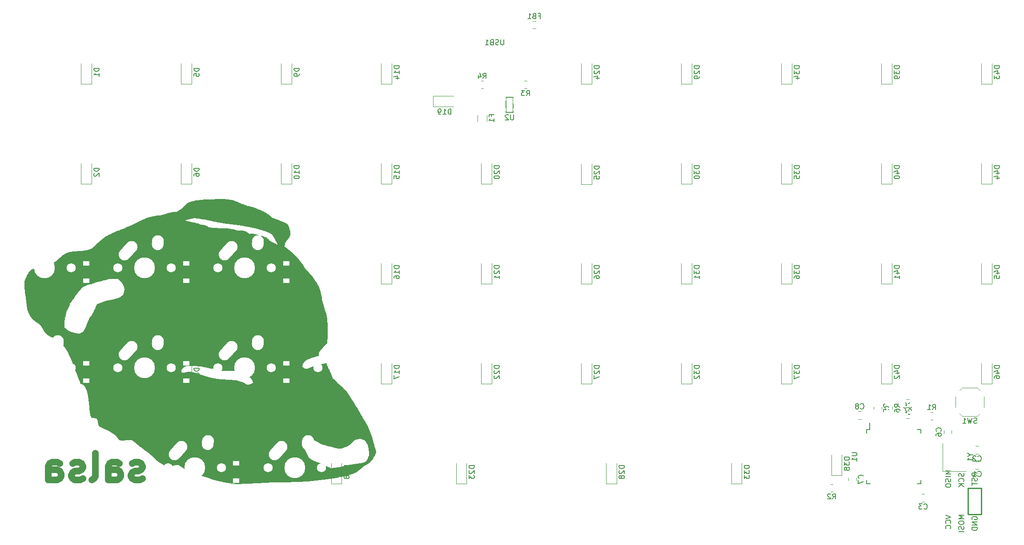
<source format=gbo>
%TF.GenerationSoftware,KiCad,Pcbnew,(5.1.12)-1*%
%TF.CreationDate,2022-01-03T12:02:55-05:00*%
%TF.ProjectId,my-keeb-type-c,6d792d6b-6565-4622-9d74-7970652d632e,rev?*%
%TF.SameCoordinates,Original*%
%TF.FileFunction,Legend,Bot*%
%TF.FilePolarity,Positive*%
%FSLAX46Y46*%
G04 Gerber Fmt 4.6, Leading zero omitted, Abs format (unit mm)*
G04 Created by KiCad (PCBNEW (5.1.12)-1) date 2022-01-03 12:02:55*
%MOMM*%
%LPD*%
G01*
G04 APERTURE LIST*
%ADD10C,1.270000*%
%ADD11C,0.120000*%
%ADD12C,0.010000*%
%ADD13C,0.150000*%
%ADD14C,0.250000*%
%ADD15C,1.750000*%
%ADD16C,2.250000*%
%ADD17C,3.987800*%
%ADD18R,1.800000X2.100000*%
%ADD19R,0.600000X2.450000*%
%ADD20R,0.300000X2.450000*%
%ADD21C,0.650000*%
%ADD22R,0.700000X0.600000*%
%ADD23R,0.700000X1.000000*%
%ADD24R,0.550000X1.500000*%
%ADD25R,1.500000X0.550000*%
%ADD26R,1.800000X1.100000*%
%ADD27R,1.700000X1.700000*%
%ADD28C,1.700000*%
%ADD29R,1.200000X0.900000*%
%ADD30R,0.900000X1.200000*%
G04 APERTURE END LIST*
D10*
X49552678Y-109212440D02*
X49068869Y-109454345D01*
X48101250Y-109454345D01*
X47617440Y-109212440D01*
X47375535Y-108728630D01*
X47375535Y-108486726D01*
X47617440Y-108002916D01*
X48101250Y-107761011D01*
X48826964Y-107761011D01*
X49310773Y-107519107D01*
X49552678Y-107035297D01*
X49552678Y-106793392D01*
X49310773Y-106309583D01*
X48826964Y-106067678D01*
X48101250Y-106067678D01*
X47617440Y-106309583D01*
X43021250Y-109454345D02*
X43021250Y-106793392D01*
X43263154Y-106309583D01*
X43746964Y-106067678D01*
X44714583Y-106067678D01*
X45198392Y-106309583D01*
X43021250Y-109212440D02*
X43505059Y-109454345D01*
X44714583Y-109454345D01*
X45198392Y-109212440D01*
X45440297Y-108728630D01*
X45440297Y-108244821D01*
X45198392Y-107761011D01*
X44714583Y-107519107D01*
X43505059Y-107519107D01*
X43021250Y-107277202D01*
X39876488Y-109454345D02*
X40360297Y-109212440D01*
X40602202Y-108728630D01*
X40602202Y-104374345D01*
X38183154Y-109212440D02*
X37699345Y-109454345D01*
X36731726Y-109454345D01*
X36247916Y-109212440D01*
X36006011Y-108728630D01*
X36006011Y-108486726D01*
X36247916Y-108002916D01*
X36731726Y-107761011D01*
X37457440Y-107761011D01*
X37941250Y-107519107D01*
X38183154Y-107035297D01*
X38183154Y-106793392D01*
X37941250Y-106309583D01*
X37457440Y-106067678D01*
X36731726Y-106067678D01*
X36247916Y-106309583D01*
X31651726Y-109454345D02*
X31651726Y-106793392D01*
X31893630Y-106309583D01*
X32377440Y-106067678D01*
X33345059Y-106067678D01*
X33828869Y-106309583D01*
X31651726Y-109212440D02*
X32135535Y-109454345D01*
X33345059Y-109454345D01*
X33828869Y-109212440D01*
X34070773Y-108728630D01*
X34070773Y-108244821D01*
X33828869Y-107761011D01*
X33345059Y-107519107D01*
X32135535Y-107519107D01*
X31651726Y-107277202D01*
D11*
%TO.C,FB1*%
X124467252Y-22023000D02*
X123944748Y-22023000D01*
X124467252Y-23443000D02*
X123944748Y-23443000D01*
D12*
%TO.C,G\u002A\u002A\u002A*%
G36*
X65247358Y-55943159D02*
G01*
X65597042Y-55966674D01*
X65927902Y-56003614D01*
X66245560Y-56055015D01*
X66555637Y-56121915D01*
X66863752Y-56205350D01*
X67175525Y-56306359D01*
X67496578Y-56425977D01*
X67832531Y-56565243D01*
X68135500Y-56700528D01*
X68268519Y-56760424D01*
X68398260Y-56816118D01*
X68529888Y-56869434D01*
X68668570Y-56922192D01*
X68819470Y-56976214D01*
X68987754Y-57033322D01*
X69178588Y-57095338D01*
X69397136Y-57164082D01*
X69648565Y-57241376D01*
X69797084Y-57286481D01*
X70136749Y-57389852D01*
X70439640Y-57483295D01*
X70709782Y-57568172D01*
X70951200Y-57645847D01*
X71167920Y-57717683D01*
X71363968Y-57785044D01*
X71543367Y-57849292D01*
X71710144Y-57911792D01*
X71868325Y-57973905D01*
X72021933Y-58036996D01*
X72057837Y-58052126D01*
X72513197Y-58259615D01*
X72930283Y-58480642D01*
X73311388Y-58716647D01*
X73658805Y-58969068D01*
X73974827Y-59239344D01*
X74024277Y-59285912D01*
X74087703Y-59345991D01*
X74143829Y-59396702D01*
X74197405Y-59440415D01*
X74253186Y-59479505D01*
X74315924Y-59516343D01*
X74390370Y-59553301D01*
X74481279Y-59592753D01*
X74593401Y-59637070D01*
X74731490Y-59688624D01*
X74900299Y-59749789D01*
X75088750Y-59817278D01*
X75418089Y-59935917D01*
X75709969Y-60043116D01*
X75967318Y-60140123D01*
X76193065Y-60228188D01*
X76390137Y-60308559D01*
X76561462Y-60382485D01*
X76709969Y-60451215D01*
X76838586Y-60515999D01*
X76950239Y-60578086D01*
X77047859Y-60638723D01*
X77103318Y-60676635D01*
X77161753Y-60721176D01*
X77209836Y-60767135D01*
X77251144Y-60820987D01*
X77289251Y-60889207D01*
X77327733Y-60978271D01*
X77370167Y-61094652D01*
X77420126Y-61244827D01*
X77424459Y-61258198D01*
X77524295Y-61588524D01*
X77599251Y-61887198D01*
X77649400Y-62156764D01*
X77674815Y-62399768D01*
X77675570Y-62618756D01*
X77651736Y-62816273D01*
X77603387Y-62994863D01*
X77530596Y-63157072D01*
X77481226Y-63238637D01*
X77433531Y-63304680D01*
X77367546Y-63388501D01*
X77293840Y-63476905D01*
X77252527Y-63524174D01*
X77118218Y-63677450D01*
X77009828Y-63807838D01*
X76922652Y-63921681D01*
X76851988Y-64025323D01*
X76793133Y-64125108D01*
X76760463Y-64187917D01*
X76694483Y-64341102D01*
X76634377Y-64518211D01*
X76585673Y-64700836D01*
X76553897Y-64870567D01*
X76552614Y-64880212D01*
X76539727Y-64979841D01*
X76829852Y-65187017D01*
X77288523Y-65530251D01*
X77741989Y-65900187D01*
X78183955Y-66290857D01*
X78608121Y-66696295D01*
X79008192Y-67110532D01*
X79377870Y-67527601D01*
X79641438Y-67851513D01*
X79787185Y-68045107D01*
X79940819Y-68261409D01*
X80093801Y-68487707D01*
X80237587Y-68711291D01*
X80363638Y-68919446D01*
X80391720Y-68968185D01*
X80449828Y-69066957D01*
X80504510Y-69153946D01*
X80550797Y-69221662D01*
X80583718Y-69262616D01*
X80591844Y-69269707D01*
X80618678Y-69293139D01*
X80669657Y-69342969D01*
X80740192Y-69414506D01*
X80825695Y-69503059D01*
X80921577Y-69603938D01*
X80988579Y-69675272D01*
X81408328Y-70139299D01*
X81791711Y-70594326D01*
X82138255Y-71039642D01*
X82447488Y-71474534D01*
X82718939Y-71898291D01*
X82952137Y-72310200D01*
X83146610Y-72709548D01*
X83301886Y-73095624D01*
X83352767Y-73245715D01*
X83387028Y-73356643D01*
X83416450Y-73462241D01*
X83443030Y-73571501D01*
X83468767Y-73693416D01*
X83495659Y-73836979D01*
X83525706Y-74011182D01*
X83534209Y-74062167D01*
X83589425Y-74377295D01*
X83651845Y-74702417D01*
X83719599Y-75029197D01*
X83790814Y-75349297D01*
X83863621Y-75654381D01*
X83936148Y-75936112D01*
X84006526Y-76186154D01*
X84023442Y-76242334D01*
X84049111Y-76324243D01*
X84085955Y-76438932D01*
X84131576Y-76579082D01*
X84183577Y-76737375D01*
X84239560Y-76906491D01*
X84297126Y-77079113D01*
X84318182Y-77141917D01*
X84394379Y-77373881D01*
X84461886Y-77591798D01*
X84521202Y-77799771D01*
X84572829Y-78001901D01*
X84617266Y-78202291D01*
X84655013Y-78405045D01*
X84686572Y-78614265D01*
X84712442Y-78834054D01*
X84733123Y-79068514D01*
X84749117Y-79321748D01*
X84760923Y-79597859D01*
X84769041Y-79900949D01*
X84773972Y-80235122D01*
X84776216Y-80604479D01*
X84776444Y-80899871D01*
X84775460Y-81268745D01*
X84773011Y-81602733D01*
X84768735Y-81908716D01*
X84762270Y-82193576D01*
X84753252Y-82464193D01*
X84741321Y-82727450D01*
X84726113Y-82990227D01*
X84707267Y-83259405D01*
X84684419Y-83541866D01*
X84657208Y-83844492D01*
X84625271Y-84174163D01*
X84588246Y-84537761D01*
X84581448Y-84603167D01*
X84557349Y-84830605D01*
X84536151Y-85019988D01*
X84517036Y-85175427D01*
X84499188Y-85301038D01*
X84481790Y-85400934D01*
X84464026Y-85479229D01*
X84445079Y-85540036D01*
X84424133Y-85587469D01*
X84400370Y-85625642D01*
X84372974Y-85658668D01*
X84371626Y-85660117D01*
X84325871Y-85702380D01*
X84278036Y-85727971D01*
X84219874Y-85737526D01*
X84143136Y-85731681D01*
X84039573Y-85711073D01*
X83960813Y-85691807D01*
X83770146Y-85651179D01*
X83606597Y-85634324D01*
X83462345Y-85641116D01*
X83329567Y-85671429D01*
X83301417Y-85681132D01*
X83176737Y-85724841D01*
X83019888Y-85776594D01*
X82829167Y-85836920D01*
X82602868Y-85906350D01*
X82339287Y-85985412D01*
X82036719Y-86074635D01*
X81989084Y-86088572D01*
X81729052Y-86166096D01*
X81505568Y-86236432D01*
X81313870Y-86301656D01*
X81149201Y-86363848D01*
X81006800Y-86425086D01*
X80881907Y-86487450D01*
X80769764Y-86553016D01*
X80665610Y-86623865D01*
X80564686Y-86702074D01*
X80542779Y-86720194D01*
X80388652Y-86872963D01*
X80249261Y-87058616D01*
X80129574Y-87268845D01*
X80034560Y-87495345D01*
X79988497Y-87646928D01*
X79943125Y-87822605D01*
X80022558Y-87919542D01*
X80117184Y-88017754D01*
X80231401Y-88110005D01*
X80351180Y-88186165D01*
X80459824Y-88235224D01*
X80594831Y-88263826D01*
X80752543Y-88270087D01*
X80919835Y-88254212D01*
X81050280Y-88226113D01*
X81119576Y-88204056D01*
X81218880Y-88168342D01*
X81339434Y-88122330D01*
X81472482Y-88069376D01*
X81609268Y-88012839D01*
X81636117Y-88001476D01*
X81771349Y-87944334D01*
X81903148Y-87889240D01*
X82023100Y-87839667D01*
X82122787Y-87799088D01*
X82193794Y-87770978D01*
X82204504Y-87766897D01*
X82301515Y-87734240D01*
X82433984Y-87695375D01*
X82595720Y-87651700D01*
X82780538Y-87604616D01*
X82982249Y-87555519D01*
X83194665Y-87505809D01*
X83411598Y-87456884D01*
X83626861Y-87410144D01*
X83834266Y-87366986D01*
X84027624Y-87328809D01*
X84200749Y-87297013D01*
X84347452Y-87272995D01*
X84449709Y-87259412D01*
X84582000Y-87244844D01*
X84582000Y-87302008D01*
X84593292Y-87381126D01*
X84627207Y-87495059D01*
X84683806Y-87643955D01*
X84763150Y-87827961D01*
X84865301Y-88047225D01*
X84990318Y-88301893D01*
X85016015Y-88353014D01*
X85095383Y-88511147D01*
X85172567Y-88666357D01*
X85244389Y-88812146D01*
X85307672Y-88942021D01*
X85359239Y-89049484D01*
X85395912Y-89128041D01*
X85404807Y-89147880D01*
X85450186Y-89257302D01*
X85497800Y-89382727D01*
X85543708Y-89512678D01*
X85583969Y-89635678D01*
X85614640Y-89740249D01*
X85629452Y-89802041D01*
X85648878Y-89849008D01*
X85688916Y-89915134D01*
X85741883Y-89988090D01*
X85757426Y-90007386D01*
X85828097Y-90088166D01*
X85927840Y-90194797D01*
X86054188Y-90324891D01*
X86204672Y-90476063D01*
X86376825Y-90645923D01*
X86568180Y-90832085D01*
X86776269Y-91032163D01*
X86998626Y-91243768D01*
X87232781Y-91464514D01*
X87476268Y-91692013D01*
X87726619Y-91923878D01*
X87958084Y-92136437D01*
X88381417Y-92523590D01*
X89457736Y-94230754D01*
X89617463Y-94484450D01*
X89774618Y-94734737D01*
X89927209Y-94978405D01*
X90073243Y-95212242D01*
X90210727Y-95433036D01*
X90337668Y-95637576D01*
X90452074Y-95822651D01*
X90551952Y-95985049D01*
X90635309Y-96121558D01*
X90700153Y-96228969D01*
X90744490Y-96304068D01*
X90746947Y-96308334D01*
X90805176Y-96409082D01*
X90881309Y-96539932D01*
X90971650Y-96694579D01*
X91072503Y-96866717D01*
X91180173Y-97050040D01*
X91290963Y-97238243D01*
X91401177Y-97425019D01*
X91434787Y-97481879D01*
X91599808Y-97761578D01*
X91744994Y-98009184D01*
X91872595Y-98228718D01*
X91984864Y-98424204D01*
X92084050Y-98599662D01*
X92172406Y-98759116D01*
X92252181Y-98906586D01*
X92325628Y-99046096D01*
X92394997Y-99181667D01*
X92462539Y-99317321D01*
X92466107Y-99324584D01*
X92665503Y-99749161D01*
X92846377Y-100174589D01*
X93011721Y-100609186D01*
X93164524Y-101061270D01*
X93307779Y-101539162D01*
X93440105Y-102033917D01*
X93483329Y-102196271D01*
X93536522Y-102383504D01*
X93595234Y-102580694D01*
X93655017Y-102772918D01*
X93711420Y-102945253D01*
X93714611Y-102954667D01*
X93803463Y-103222689D01*
X93875519Y-103454566D01*
X93931413Y-103652732D01*
X93971777Y-103819621D01*
X93997243Y-103957668D01*
X94008445Y-104069306D01*
X94009006Y-104087375D01*
X94009420Y-104138163D01*
X94006983Y-104181618D01*
X93999318Y-104224414D01*
X93984050Y-104273221D01*
X93958803Y-104334712D01*
X93921202Y-104415559D01*
X93868870Y-104522435D01*
X93816813Y-104627125D01*
X93648188Y-104950998D01*
X93482557Y-105238468D01*
X93316331Y-105494948D01*
X93145922Y-105725851D01*
X92967741Y-105936593D01*
X92901832Y-106007693D01*
X92764135Y-106145568D01*
X92638787Y-106253948D01*
X92516337Y-106339627D01*
X92387336Y-106409402D01*
X92277754Y-106456505D01*
X92200105Y-106488451D01*
X92125663Y-106522822D01*
X92050750Y-106562201D01*
X91971689Y-106609170D01*
X91884800Y-106666312D01*
X91786407Y-106736210D01*
X91672831Y-106821445D01*
X91540395Y-106924602D01*
X91385419Y-107048262D01*
X91204227Y-107195008D01*
X91069584Y-107304870D01*
X90873313Y-107464909D01*
X90704797Y-107600718D01*
X90559275Y-107715177D01*
X90431988Y-107811165D01*
X90318176Y-107891564D01*
X90213078Y-107959252D01*
X90111936Y-108017111D01*
X90009989Y-108068019D01*
X89902478Y-108114857D01*
X89784643Y-108160504D01*
X89651724Y-108207842D01*
X89498962Y-108259749D01*
X89482084Y-108265411D01*
X89088274Y-108389435D01*
X88654339Y-108511120D01*
X88182438Y-108630099D01*
X87674733Y-108746000D01*
X87133385Y-108858455D01*
X86560556Y-108967094D01*
X85958406Y-109071546D01*
X85329096Y-109171442D01*
X84674789Y-109266413D01*
X83997644Y-109356088D01*
X83299824Y-109440099D01*
X82583488Y-109518074D01*
X81850800Y-109589645D01*
X81618667Y-109610653D01*
X81245360Y-109643200D01*
X80896212Y-109672242D01*
X80566344Y-109697983D01*
X80250880Y-109720624D01*
X79944944Y-109740367D01*
X79643658Y-109757416D01*
X79342145Y-109771973D01*
X79035528Y-109784240D01*
X78718931Y-109794419D01*
X78387477Y-109802714D01*
X78036288Y-109809326D01*
X77660488Y-109814458D01*
X77255199Y-109818312D01*
X76815546Y-109821090D01*
X76517500Y-109822385D01*
X76241391Y-109823700D01*
X75968050Y-109825555D01*
X75701843Y-109827888D01*
X75447139Y-109830636D01*
X75208307Y-109833738D01*
X74989712Y-109837130D01*
X74795724Y-109840750D01*
X74630710Y-109844537D01*
X74499038Y-109848428D01*
X74405076Y-109852360D01*
X74400834Y-109852590D01*
X74283492Y-109859087D01*
X74131162Y-109867547D01*
X73951124Y-109877566D01*
X73750656Y-109888736D01*
X73537037Y-109900654D01*
X73317547Y-109912912D01*
X73099465Y-109925105D01*
X73025000Y-109929272D01*
X72646076Y-109950435D01*
X72305977Y-109969329D01*
X72001263Y-109986134D01*
X71728498Y-110001035D01*
X71484243Y-110014214D01*
X71265060Y-110025854D01*
X71067512Y-110036138D01*
X70888159Y-110045247D01*
X70723565Y-110053366D01*
X70570291Y-110060677D01*
X70442667Y-110066559D01*
X70260246Y-110073655D01*
X70047316Y-110079950D01*
X69810235Y-110085399D01*
X69555358Y-110089958D01*
X69289044Y-110093582D01*
X69017648Y-110096226D01*
X68747529Y-110097846D01*
X68485044Y-110098397D01*
X68236548Y-110097835D01*
X68008400Y-110096114D01*
X67806956Y-110093191D01*
X67638574Y-110089020D01*
X67574584Y-110086696D01*
X66915664Y-110049925D01*
X66273470Y-109994874D01*
X65652214Y-109922136D01*
X65056108Y-109832303D01*
X64489362Y-109725968D01*
X63956190Y-109603724D01*
X63742338Y-109547521D01*
X63593378Y-109505968D01*
X63450342Y-109464179D01*
X63305903Y-109419780D01*
X63152731Y-109370399D01*
X62983497Y-109313661D01*
X62790873Y-109247193D01*
X62567531Y-109168621D01*
X62515750Y-109150259D01*
X62176087Y-109031534D01*
X61864184Y-108926843D01*
X61569695Y-108833184D01*
X61282273Y-108747550D01*
X60991570Y-108666939D01*
X60687239Y-108588345D01*
X60358934Y-108508765D01*
X60098041Y-108448289D01*
X59855718Y-108391850D01*
X59648619Y-108340774D01*
X59470293Y-108293000D01*
X59314287Y-108246470D01*
X59174148Y-108199123D01*
X59043424Y-108148900D01*
X58915662Y-108093740D01*
X58784409Y-108031585D01*
X58769250Y-108024118D01*
X58564239Y-107917781D01*
X58342125Y-107792737D01*
X58100409Y-107647407D01*
X57836590Y-107480210D01*
X57548168Y-107289566D01*
X57232642Y-107073897D01*
X56935169Y-106865406D01*
X56820811Y-106785581D01*
X56714019Y-106713130D01*
X56620994Y-106652098D01*
X56547941Y-106606529D01*
X56501062Y-106580468D01*
X56492802Y-106576979D01*
X56417781Y-106561596D01*
X56312129Y-106554367D01*
X56186701Y-106555014D01*
X56052353Y-106563259D01*
X55919939Y-106578824D01*
X55834705Y-106593824D01*
X55752357Y-106612015D01*
X55639049Y-106638772D01*
X55504702Y-106671661D01*
X55359237Y-106708248D01*
X55212574Y-106746100D01*
X55192084Y-106751474D01*
X54977286Y-106806903D01*
X54797590Y-106850812D01*
X54647666Y-106884237D01*
X54522187Y-106908212D01*
X54415825Y-106923773D01*
X54323251Y-106931954D01*
X54253120Y-106933882D01*
X54118432Y-106926620D01*
X54011938Y-106902734D01*
X53921573Y-106858691D01*
X53871192Y-106822028D01*
X53818372Y-106779100D01*
X53744434Y-106718936D01*
X53661070Y-106651053D01*
X53611366Y-106610557D01*
X53548881Y-106562160D01*
X53457261Y-106494639D01*
X53342613Y-106412326D01*
X53211043Y-106319548D01*
X53068660Y-106220638D01*
X52921571Y-106119926D01*
X52872525Y-106086686D01*
X52644315Y-105930696D01*
X52449270Y-105793348D01*
X52284008Y-105671922D01*
X52145147Y-105563697D01*
X52029305Y-105465952D01*
X51933097Y-105375968D01*
X51853143Y-105291023D01*
X51794834Y-105219969D01*
X51741610Y-105154570D01*
X51677733Y-105083930D01*
X51601207Y-105006392D01*
X51510038Y-104920304D01*
X51402231Y-104824010D01*
X51275790Y-104715857D01*
X51128722Y-104594191D01*
X50959030Y-104457357D01*
X50764719Y-104303701D01*
X50543796Y-104131569D01*
X50294264Y-103939307D01*
X50014130Y-103725261D01*
X49752250Y-103526312D01*
X49522608Y-103352071D01*
X49323623Y-103200680D01*
X49152085Y-103069590D01*
X49004785Y-102956252D01*
X48878513Y-102858117D01*
X48770058Y-102772636D01*
X48676211Y-102697261D01*
X48593761Y-102629442D01*
X48519500Y-102566629D01*
X48450216Y-102506275D01*
X48413766Y-102473642D01*
X80179334Y-102473642D01*
X80187276Y-102643350D01*
X80211752Y-102824493D01*
X80253729Y-103019796D01*
X80314179Y-103231983D01*
X80394072Y-103463779D01*
X80494376Y-103717909D01*
X80616062Y-103997096D01*
X80760101Y-104304065D01*
X80927461Y-104641542D01*
X81005248Y-104793632D01*
X81078445Y-104933814D01*
X81137373Y-105041823D01*
X81185878Y-105123748D01*
X81227806Y-105185678D01*
X81267002Y-105233701D01*
X81307313Y-105273908D01*
X81310305Y-105276613D01*
X81360147Y-105316414D01*
X81438453Y-105373008D01*
X81537471Y-105441267D01*
X81649449Y-105516063D01*
X81766637Y-105592268D01*
X81881282Y-105664752D01*
X81985634Y-105728387D01*
X82047964Y-105764670D01*
X82076771Y-105778171D01*
X82140479Y-105806199D01*
X82234922Y-105846978D01*
X82355935Y-105898732D01*
X82499352Y-105959684D01*
X82661006Y-106028056D01*
X82836733Y-106102072D01*
X82979516Y-106162004D01*
X83360069Y-106322232D01*
X83713113Y-106472376D01*
X84036880Y-106611660D01*
X84329601Y-106739307D01*
X84589507Y-106854543D01*
X84814829Y-106956590D01*
X85003800Y-107044675D01*
X85121750Y-107101671D01*
X85255445Y-107164183D01*
X85361207Y-107206289D01*
X85435884Y-107226786D01*
X85454601Y-107228644D01*
X85497746Y-107226501D01*
X85575840Y-107219571D01*
X85681864Y-107208600D01*
X85808796Y-107194335D01*
X85949616Y-107177523D01*
X86034401Y-107166961D01*
X86376048Y-107122701D01*
X86682330Y-107080559D01*
X86960079Y-107039253D01*
X87216126Y-106997504D01*
X87457304Y-106954031D01*
X87690444Y-106907554D01*
X87922378Y-106856791D01*
X88159938Y-106800464D01*
X88409956Y-106737291D01*
X88614250Y-106683446D01*
X88751568Y-106648853D01*
X88900379Y-106615747D01*
X89065216Y-106583366D01*
X89250612Y-106550952D01*
X89461101Y-106517742D01*
X89701215Y-106482977D01*
X89975487Y-106445896D01*
X90212334Y-106415348D01*
X90453374Y-106384500D01*
X90657526Y-106357661D01*
X90829958Y-106334008D01*
X90975840Y-106312720D01*
X91100339Y-106292974D01*
X91208623Y-106273950D01*
X91305863Y-106254825D01*
X91397226Y-106234777D01*
X91487880Y-106212985D01*
X91492917Y-106211727D01*
X91738771Y-106129381D01*
X91962411Y-106011726D01*
X92162259Y-105860419D01*
X92336737Y-105677114D01*
X92484266Y-105463466D01*
X92603268Y-105221131D01*
X92691343Y-104954917D01*
X92710704Y-104875382D01*
X92724242Y-104802726D01*
X92732866Y-104726587D01*
X92737483Y-104636603D01*
X92739002Y-104522412D01*
X92738659Y-104415167D01*
X92725084Y-104060371D01*
X92690175Y-103714907D01*
X92635145Y-103383378D01*
X92561205Y-103070392D01*
X92469567Y-102780552D01*
X92361443Y-102518465D01*
X92238044Y-102288736D01*
X92142207Y-102148302D01*
X91972086Y-101955658D01*
X91783343Y-101800915D01*
X91576436Y-101684186D01*
X91351826Y-101605586D01*
X91109971Y-101565228D01*
X90851331Y-101563224D01*
X90576367Y-101599687D01*
X90285536Y-101674732D01*
X90257013Y-101683900D01*
X90106372Y-101739225D01*
X89976206Y-101802309D01*
X89858543Y-101879136D01*
X89745413Y-101975691D01*
X89628847Y-102097957D01*
X89501439Y-102251207D01*
X89392827Y-102385474D01*
X89301444Y-102491496D01*
X89220401Y-102575824D01*
X89142812Y-102645005D01*
X89061790Y-102705588D01*
X88970445Y-102764123D01*
X88947683Y-102777729D01*
X88754892Y-102884667D01*
X88542367Y-102990005D01*
X88317305Y-103091051D01*
X88086899Y-103185109D01*
X87858347Y-103269486D01*
X87638843Y-103341487D01*
X87435584Y-103398416D01*
X87255765Y-103437581D01*
X87143167Y-103453432D01*
X87107400Y-103456023D01*
X87069983Y-103456198D01*
X87026760Y-103453113D01*
X86973574Y-103445922D01*
X86906272Y-103433782D01*
X86820696Y-103415849D01*
X86712691Y-103391276D01*
X86578103Y-103359222D01*
X86412774Y-103318840D01*
X86212550Y-103269286D01*
X86103653Y-103242200D01*
X85817908Y-103170504D01*
X85533639Y-103098125D01*
X85255057Y-103026194D01*
X84986370Y-102955842D01*
X84731787Y-102888199D01*
X84495517Y-102824397D01*
X84281770Y-102765568D01*
X84094753Y-102712841D01*
X83938676Y-102667348D01*
X83817749Y-102630221D01*
X83778141Y-102617289D01*
X83673689Y-102580195D01*
X83572268Y-102539158D01*
X83467320Y-102490845D01*
X83352290Y-102431922D01*
X83220619Y-102359056D01*
X83065751Y-102268911D01*
X82912739Y-102177279D01*
X82729451Y-102068380D01*
X82574034Y-101980572D01*
X82439702Y-101910636D01*
X82319666Y-101855355D01*
X82207142Y-101811509D01*
X82095341Y-101775881D01*
X82027837Y-101757632D01*
X81779587Y-101702963D01*
X81535170Y-101665758D01*
X81300294Y-101646059D01*
X81080666Y-101643906D01*
X80881994Y-101659341D01*
X80709983Y-101692406D01*
X80570342Y-101743140D01*
X80562494Y-101747065D01*
X80423823Y-101837084D01*
X80317350Y-101950301D01*
X80241911Y-102088922D01*
X80196344Y-102255151D01*
X80179486Y-102451193D01*
X80179334Y-102473642D01*
X48413766Y-102473642D01*
X48382700Y-102445830D01*
X48323500Y-102391736D01*
X48103765Y-102204122D01*
X47888659Y-102052342D01*
X47672930Y-101934952D01*
X47451328Y-101850505D01*
X47218602Y-101797559D01*
X46969500Y-101774668D01*
X46698772Y-101780388D01*
X46401167Y-101813274D01*
X46286777Y-101831427D01*
X46098903Y-101862490D01*
X45946291Y-101885522D01*
X45822737Y-101901030D01*
X45722039Y-101909518D01*
X45637995Y-101911491D01*
X45564401Y-101907454D01*
X45495056Y-101897911D01*
X45487167Y-101896500D01*
X45313925Y-101848792D01*
X45156163Y-101770436D01*
X45011142Y-101659001D01*
X44876124Y-101512057D01*
X44748370Y-101327173D01*
X44652072Y-101155195D01*
X44600562Y-101060160D01*
X44554728Y-100990631D01*
X44503661Y-100933164D01*
X44436453Y-100874317D01*
X44401751Y-100846709D01*
X44177769Y-100682297D01*
X43916096Y-100509953D01*
X43620203Y-100331622D01*
X43293564Y-100149246D01*
X42939651Y-99964770D01*
X42561939Y-99780136D01*
X42189848Y-99608870D01*
X42066338Y-99553198D01*
X41943427Y-99497019D01*
X41831807Y-99445273D01*
X41742166Y-99402900D01*
X41705215Y-99384939D01*
X41536826Y-99279842D01*
X41391263Y-99145052D01*
X41274144Y-98987269D01*
X41191084Y-98813190D01*
X41170337Y-98746847D01*
X41158081Y-98691548D01*
X41142137Y-98605631D01*
X41124488Y-98500428D01*
X41107116Y-98387273D01*
X41105580Y-98376713D01*
X41077791Y-98204016D01*
X41048427Y-98067539D01*
X41014756Y-97961186D01*
X40974049Y-97878859D01*
X40923578Y-97814462D01*
X40860612Y-97761896D01*
X40818322Y-97735030D01*
X40730979Y-97689432D01*
X40640864Y-97655666D01*
X40538529Y-97631611D01*
X40414523Y-97615147D01*
X40259398Y-97604154D01*
X40228240Y-97602629D01*
X39932897Y-97588917D01*
X39863920Y-97498368D01*
X39806295Y-97401187D01*
X39750554Y-97264756D01*
X39697498Y-97092143D01*
X39647928Y-96886416D01*
X39602643Y-96650646D01*
X39562445Y-96387900D01*
X39550677Y-96297750D01*
X39540536Y-96211514D01*
X39527313Y-96090923D01*
X39511812Y-95943774D01*
X39494839Y-95777868D01*
X39477199Y-95601001D01*
X39459698Y-95420974D01*
X39454490Y-95366417D01*
X39414364Y-94956578D01*
X39375742Y-94587836D01*
X39338482Y-94258987D01*
X39302440Y-93968825D01*
X39267473Y-93716146D01*
X39233437Y-93499745D01*
X39230514Y-93482584D01*
X39149952Y-93066274D01*
X39057808Y-92690144D01*
X38953748Y-92353559D01*
X38837436Y-92055887D01*
X38708538Y-91796494D01*
X38566721Y-91574749D01*
X38411649Y-91390017D01*
X38242989Y-91241666D01*
X38060405Y-91129063D01*
X37964650Y-91086309D01*
X37818717Y-91028746D01*
X37735338Y-90848081D01*
X37689184Y-90746721D01*
X37642629Y-90641472D01*
X37594448Y-90529209D01*
X37543419Y-90406809D01*
X37488318Y-90271147D01*
X37427920Y-90119100D01*
X37361002Y-89947542D01*
X37286340Y-89753352D01*
X37202711Y-89533403D01*
X37108890Y-89284573D01*
X37003654Y-89003737D01*
X36895186Y-88712984D01*
X56867542Y-88712984D01*
X56870796Y-88804485D01*
X56889999Y-88857245D01*
X56932728Y-88922659D01*
X56988093Y-88972074D01*
X57059898Y-89005823D01*
X57151951Y-89024237D01*
X57268059Y-89027651D01*
X57412028Y-89016397D01*
X57587665Y-88990807D01*
X57798778Y-88951215D01*
X57848500Y-88941044D01*
X58059579Y-88899301D01*
X58237491Y-88869109D01*
X58389692Y-88850107D01*
X58523637Y-88841935D01*
X58646784Y-88844232D01*
X58766587Y-88856637D01*
X58890503Y-88878791D01*
X58935025Y-88888509D01*
X59045053Y-88914427D01*
X59158214Y-88943297D01*
X59279073Y-88976524D01*
X59412197Y-89015516D01*
X59562152Y-89061680D01*
X59733505Y-89116423D01*
X59930823Y-89181153D01*
X60158672Y-89257276D01*
X60421618Y-89346199D01*
X60433565Y-89350258D01*
X61045568Y-89550451D01*
X61631896Y-89725680D01*
X62199975Y-89877367D01*
X62757233Y-90006935D01*
X63311097Y-90115806D01*
X63868995Y-90205404D01*
X64438355Y-90277150D01*
X65026603Y-90332468D01*
X65641168Y-90372780D01*
X65817750Y-90381515D01*
X66112491Y-90395362D01*
X66369184Y-90408085D01*
X66592083Y-90420142D01*
X66785444Y-90431990D01*
X66953521Y-90444088D01*
X67100569Y-90456893D01*
X67230845Y-90470862D01*
X67348602Y-90486454D01*
X67458097Y-90504125D01*
X67563583Y-90524335D01*
X67669317Y-90547539D01*
X67779553Y-90574196D01*
X67898546Y-90604764D01*
X67902105Y-90605696D01*
X68193867Y-90692678D01*
X68484063Y-90799111D01*
X68762449Y-90920536D01*
X69018780Y-91052492D01*
X69237918Y-91187189D01*
X69361090Y-91256462D01*
X69488805Y-91296994D01*
X69629810Y-91310098D01*
X69792850Y-91297088D01*
X69875995Y-91283015D01*
X70021235Y-91246921D01*
X70182842Y-91193215D01*
X70342523Y-91128594D01*
X70474338Y-91063983D01*
X70552176Y-91010883D01*
X70600307Y-90949001D01*
X70621359Y-90870564D01*
X70617962Y-90767797D01*
X70603467Y-90682196D01*
X70562926Y-90528411D01*
X70504628Y-90388591D01*
X70423412Y-90253922D01*
X70314117Y-90115590D01*
X70200021Y-89993345D01*
X70099837Y-89894171D01*
X70009915Y-89812656D01*
X69923728Y-89745615D01*
X69834748Y-89689865D01*
X69736448Y-89642220D01*
X69622300Y-89599497D01*
X69485778Y-89558511D01*
X69320355Y-89516077D01*
X69130334Y-89471490D01*
X69001805Y-89440985D01*
X68882777Y-89410730D01*
X68781323Y-89382933D01*
X68705517Y-89359801D01*
X68664667Y-89344185D01*
X68620784Y-89318518D01*
X68550933Y-89273787D01*
X68463569Y-89215564D01*
X68367148Y-89149423D01*
X68332516Y-89125218D01*
X68150854Y-89004833D01*
X67965237Y-88895110D01*
X67783978Y-88800335D01*
X67615392Y-88724791D01*
X67467793Y-88672763D01*
X67439488Y-88665032D01*
X67325114Y-88640528D01*
X67192244Y-88621394D01*
X67037271Y-88607486D01*
X66856589Y-88598661D01*
X66646591Y-88594778D01*
X66403671Y-88595692D01*
X66124221Y-88601260D01*
X65955334Y-88606201D01*
X65612019Y-88615192D01*
X65310325Y-88618854D01*
X65050326Y-88617189D01*
X64832098Y-88610200D01*
X64655715Y-88597887D01*
X64521254Y-88580251D01*
X64519720Y-88579976D01*
X64453116Y-88565594D01*
X64358195Y-88542011D01*
X64247129Y-88512381D01*
X64132091Y-88479860D01*
X64121218Y-88476682D01*
X63992561Y-88440145D01*
X63860230Y-88405166D01*
X63719173Y-88370660D01*
X63564335Y-88335539D01*
X63390665Y-88298716D01*
X63193109Y-88259105D01*
X62966613Y-88215618D01*
X62706125Y-88167169D01*
X62547500Y-88138188D01*
X62358934Y-88103374D01*
X62165595Y-88066706D01*
X61976117Y-88029891D01*
X61799131Y-87994634D01*
X61643270Y-87962642D01*
X61517166Y-87935620D01*
X61478584Y-87926950D01*
X61295533Y-87886058D01*
X61129563Y-87851540D01*
X60973176Y-87822380D01*
X60818874Y-87797561D01*
X60659161Y-87776066D01*
X60486539Y-87756879D01*
X60293511Y-87738983D01*
X60072579Y-87721361D01*
X59838167Y-87704513D01*
X59520602Y-87684478D01*
X59222052Y-87669591D01*
X58946083Y-87659901D01*
X58696264Y-87655456D01*
X58476163Y-87656304D01*
X58289347Y-87662494D01*
X58139386Y-87674074D01*
X58086365Y-87680834D01*
X57926497Y-87706484D01*
X57796320Y-87733801D01*
X57687863Y-87767288D01*
X57593156Y-87811446D01*
X57504229Y-87870779D01*
X57413112Y-87949789D01*
X57311835Y-88052979D01*
X57192429Y-88184851D01*
X57190652Y-88186853D01*
X57057702Y-88346314D01*
X56960118Y-88485853D01*
X56897023Y-88607425D01*
X56867542Y-88712984D01*
X36895186Y-88712984D01*
X36885780Y-88687772D01*
X36822970Y-88519000D01*
X36668779Y-88106836D01*
X36526232Y-87731139D01*
X36393765Y-87388157D01*
X36269812Y-87074137D01*
X36152809Y-86785327D01*
X36041190Y-86517975D01*
X35933392Y-86268328D01*
X35827850Y-86032633D01*
X35722998Y-85807138D01*
X35617271Y-85588091D01*
X35517176Y-85387635D01*
X35307584Y-84992409D01*
X35098933Y-84635096D01*
X34891708Y-84316327D01*
X34686392Y-84036729D01*
X34483472Y-83796935D01*
X34283430Y-83597572D01*
X34086751Y-83439271D01*
X33953291Y-83354334D01*
X33764767Y-83244802D01*
X33605150Y-83144995D01*
X33464434Y-83047967D01*
X33332614Y-82946772D01*
X33199683Y-82834465D01*
X33182384Y-82819205D01*
X33053781Y-82707246D01*
X32938574Y-82612194D01*
X32828531Y-82528445D01*
X32715421Y-82450394D01*
X32591011Y-82372438D01*
X32447071Y-82288973D01*
X32275367Y-82194394D01*
X32223367Y-82166326D01*
X31995088Y-82041525D01*
X31800560Y-81930457D01*
X31634819Y-81829724D01*
X31492904Y-81735933D01*
X31369851Y-81645686D01*
X31260698Y-81555588D01*
X31160482Y-81462243D01*
X31092169Y-81392280D01*
X31002655Y-81291188D01*
X30924116Y-81187443D01*
X30851019Y-81072128D01*
X30777828Y-80936328D01*
X30699006Y-80771126D01*
X30678727Y-80726315D01*
X30558566Y-80482142D01*
X30430911Y-80271230D01*
X30289763Y-80084534D01*
X30158006Y-79941430D01*
X30083852Y-79872548D01*
X34650852Y-79872548D01*
X34654028Y-80026664D01*
X34661581Y-80158996D01*
X34673392Y-80258232D01*
X34696951Y-80393516D01*
X34918379Y-80588050D01*
X35186446Y-80810117D01*
X35440744Y-80993023D01*
X35682197Y-81137309D01*
X35911732Y-81243514D01*
X36130273Y-81312179D01*
X36176319Y-81322172D01*
X36283887Y-81345719D01*
X36413188Y-81377206D01*
X36545543Y-81411954D01*
X36631403Y-81436122D01*
X36741645Y-81467345D01*
X36849505Y-81496241D01*
X36941732Y-81519353D01*
X36999334Y-81532139D01*
X37072351Y-81546341D01*
X37133575Y-81558283D01*
X37158084Y-81563086D01*
X37239919Y-81571768D01*
X37347481Y-81573122D01*
X37464913Y-81567732D01*
X37576353Y-81556183D01*
X37639535Y-81545340D01*
X37827783Y-81490564D01*
X37988835Y-81409562D01*
X38132338Y-81296958D01*
X38190089Y-81238525D01*
X38367579Y-81025437D01*
X38541741Y-80774382D01*
X38710210Y-80489714D01*
X38870618Y-80175788D01*
X39020601Y-79836957D01*
X39157794Y-79477578D01*
X39177631Y-79420694D01*
X39257225Y-79192298D01*
X39325770Y-79001689D01*
X39384360Y-78846100D01*
X39434087Y-78722763D01*
X39476044Y-78628912D01*
X39511323Y-78561777D01*
X39525737Y-78538917D01*
X39560226Y-78493549D01*
X39613667Y-78429196D01*
X39676082Y-78357775D01*
X39694080Y-78337834D01*
X39753123Y-78267811D01*
X39826264Y-78173387D01*
X39904987Y-78065945D01*
X39980774Y-77956869D01*
X39994958Y-77935667D01*
X40127219Y-77728590D01*
X40247247Y-77522702D01*
X40359002Y-77309928D01*
X40466443Y-77082190D01*
X40573530Y-76831413D01*
X40684222Y-76549519D01*
X40716150Y-76464584D01*
X40765362Y-76334027D01*
X40804010Y-76236455D01*
X40835655Y-76164944D01*
X40863859Y-76112571D01*
X40892182Y-76072412D01*
X40924185Y-76037544D01*
X40946786Y-76016143D01*
X41044421Y-75942157D01*
X41180261Y-75863245D01*
X41350678Y-75780962D01*
X41552041Y-75696864D01*
X41780721Y-75612506D01*
X42033091Y-75529444D01*
X42198811Y-75479584D01*
X42292974Y-75451198D01*
X42372745Y-75425259D01*
X42428891Y-75404890D01*
X42451217Y-75394228D01*
X42477894Y-75380759D01*
X42529755Y-75364599D01*
X42609628Y-75345148D01*
X42720336Y-75321808D01*
X42864705Y-75293981D01*
X43045559Y-75261068D01*
X43243500Y-75226318D01*
X43655168Y-75150274D01*
X44026841Y-75071502D01*
X44360816Y-74989153D01*
X44659391Y-74902381D01*
X44924861Y-74810338D01*
X45159524Y-74712178D01*
X45365677Y-74607054D01*
X45545616Y-74494117D01*
X45701639Y-74372522D01*
X45794084Y-74285639D01*
X45928843Y-74121270D01*
X46030236Y-73938070D01*
X46095404Y-73742735D01*
X46121487Y-73541958D01*
X46121854Y-73517990D01*
X46125349Y-73439715D01*
X46134201Y-73341294D01*
X46146234Y-73245916D01*
X46157506Y-73029281D01*
X46129160Y-72801161D01*
X46061791Y-72563301D01*
X45955994Y-72317443D01*
X45812365Y-72065331D01*
X45675753Y-71867219D01*
X45584548Y-71752174D01*
X45472058Y-71622551D01*
X45347546Y-71488068D01*
X45220277Y-71358440D01*
X45099516Y-71243382D01*
X44994528Y-71152611D01*
X44993769Y-71152003D01*
X44943986Y-71113920D01*
X44901359Y-71089016D01*
X44853754Y-71073413D01*
X44789039Y-71063233D01*
X44695078Y-71054601D01*
X44686852Y-71053935D01*
X44557917Y-71046014D01*
X44405079Y-71040586D01*
X44238006Y-71037623D01*
X44066364Y-71037098D01*
X43899822Y-71038982D01*
X43748045Y-71043246D01*
X43620702Y-71049864D01*
X43539278Y-71057271D01*
X43369103Y-71081789D01*
X43172879Y-71117039D01*
X42949066Y-71163408D01*
X42696126Y-71221287D01*
X42412519Y-71291066D01*
X42096704Y-71373135D01*
X41747141Y-71467883D01*
X41362292Y-71575700D01*
X40940616Y-71696977D01*
X40491834Y-71828765D01*
X40295716Y-71886667D01*
X40104746Y-71942678D01*
X39924339Y-71995233D01*
X39759912Y-72042772D01*
X39616882Y-72083732D01*
X39500664Y-72116550D01*
X39416676Y-72139664D01*
X39386677Y-72147549D01*
X39176236Y-72206106D01*
X38990004Y-72270051D01*
X38809879Y-72346198D01*
X38648253Y-72425505D01*
X38425898Y-72552882D01*
X38211461Y-72702695D01*
X37996894Y-72881009D01*
X37811992Y-73055943D01*
X37709288Y-73160512D01*
X37610931Y-73266428D01*
X37512670Y-73378918D01*
X37410255Y-73503211D01*
X37299435Y-73644536D01*
X37175961Y-73808121D01*
X37035581Y-73999194D01*
X36957197Y-74107403D01*
X36853064Y-74250862D01*
X36735372Y-74411632D01*
X36613859Y-74576501D01*
X36498258Y-74732254D01*
X36405665Y-74855917D01*
X36254588Y-75059961D01*
X36125443Y-75242989D01*
X36011750Y-75415369D01*
X35907031Y-75587469D01*
X35804807Y-75769656D01*
X35698599Y-75972299D01*
X35658353Y-76051834D01*
X35426522Y-76550239D01*
X35218970Y-77071687D01*
X35038297Y-77607687D01*
X34887106Y-78149748D01*
X34768000Y-78689380D01*
X34683579Y-79218092D01*
X34680490Y-79242681D01*
X34666872Y-79381714D01*
X34657346Y-79539851D01*
X34651982Y-79706870D01*
X34650852Y-79872548D01*
X30083852Y-79872548D01*
X30015392Y-79808956D01*
X29845867Y-79668058D01*
X29661091Y-79527764D01*
X29472721Y-79397102D01*
X29371432Y-79332379D01*
X29287200Y-79275711D01*
X29185035Y-79199936D01*
X29077832Y-79114956D01*
X28978537Y-79030715D01*
X28685499Y-78743244D01*
X28422018Y-78426061D01*
X28189005Y-78080628D01*
X27987375Y-77708405D01*
X27818042Y-77310851D01*
X27718392Y-77015566D01*
X27700026Y-76952431D01*
X27683127Y-76887714D01*
X27666988Y-76817092D01*
X27650904Y-76736237D01*
X27634169Y-76640825D01*
X27616077Y-76526528D01*
X27595922Y-76389023D01*
X27572997Y-76223982D01*
X27546597Y-76027080D01*
X27516016Y-75793992D01*
X27504238Y-75703398D01*
X27451061Y-75293385D01*
X27403115Y-74922847D01*
X27360129Y-74589285D01*
X27321833Y-74290199D01*
X27287956Y-74023090D01*
X27258228Y-73785459D01*
X27232378Y-73574806D01*
X27210136Y-73388633D01*
X27191232Y-73224439D01*
X27175394Y-73079727D01*
X27162353Y-72951995D01*
X27151839Y-72838745D01*
X27143579Y-72737478D01*
X27137305Y-72645694D01*
X27132745Y-72560894D01*
X27129630Y-72480578D01*
X27127688Y-72402248D01*
X27126649Y-72323404D01*
X27126243Y-72241547D01*
X27126199Y-72210084D01*
X27127915Y-72034442D01*
X27134386Y-71875329D01*
X27147186Y-71727948D01*
X27167886Y-71587498D01*
X27198060Y-71449183D01*
X27239280Y-71308203D01*
X27293119Y-71159762D01*
X27361148Y-70999059D01*
X27444941Y-70821298D01*
X27546071Y-70621680D01*
X27666109Y-70395407D01*
X27803566Y-70143247D01*
X27871893Y-70020465D01*
X27936135Y-69907769D01*
X27992633Y-69811369D01*
X28037723Y-69737474D01*
X28067743Y-69692294D01*
X28074370Y-69684021D01*
X28137958Y-69624575D01*
X28228217Y-69552873D01*
X28334421Y-69476497D01*
X28445843Y-69403025D01*
X28551756Y-69340039D01*
X28590405Y-69319361D01*
X28709670Y-69261969D01*
X28828926Y-69213433D01*
X28953212Y-69172896D01*
X29087571Y-69139505D01*
X29237044Y-69112402D01*
X29406673Y-69090733D01*
X29601500Y-69073642D01*
X29826565Y-69060274D01*
X30086911Y-69049772D01*
X30199804Y-69046248D01*
X30457897Y-69037268D01*
X30679590Y-69025898D01*
X30870794Y-69011145D01*
X31037418Y-68992014D01*
X31185374Y-68967512D01*
X31320571Y-68936646D01*
X31448920Y-68898422D01*
X31576331Y-68851846D01*
X31708715Y-68795924D01*
X31720726Y-68790556D01*
X31774680Y-68765797D01*
X31826757Y-68740295D01*
X31879156Y-68712346D01*
X31934073Y-68680244D01*
X31993708Y-68642281D01*
X32060257Y-68596754D01*
X32135918Y-68541955D01*
X32222890Y-68476179D01*
X32323370Y-68397720D01*
X32439557Y-68304872D01*
X32573648Y-68195929D01*
X32727841Y-68069185D01*
X32904333Y-67922935D01*
X33105324Y-67755471D01*
X33333010Y-67565089D01*
X33589590Y-67350083D01*
X33750250Y-67215321D01*
X33915321Y-67077488D01*
X34076183Y-66944420D01*
X34228825Y-66819347D01*
X34369240Y-66705501D01*
X34493420Y-66606111D01*
X34597354Y-66524408D01*
X34677036Y-66463623D01*
X34728455Y-66426985D01*
X34728548Y-66426925D01*
X34905684Y-66320452D01*
X35091857Y-66227518D01*
X35291111Y-66147150D01*
X35507491Y-66078377D01*
X35745042Y-66020227D01*
X36007807Y-65971730D01*
X36299831Y-65931914D01*
X36625160Y-65899807D01*
X36987836Y-65874438D01*
X37041667Y-65871378D01*
X37380874Y-65851813D01*
X37681763Y-65832627D01*
X37948339Y-65813286D01*
X38184607Y-65793258D01*
X38394573Y-65772009D01*
X38582242Y-65749007D01*
X38751620Y-65723718D01*
X38906711Y-65695611D01*
X39051521Y-65664151D01*
X39190055Y-65628807D01*
X39326319Y-65589045D01*
X39440958Y-65552174D01*
X39575825Y-65506688D01*
X39689459Y-65466072D01*
X39787260Y-65426734D01*
X39874622Y-65385081D01*
X39956945Y-65337521D01*
X40039623Y-65280462D01*
X40128055Y-65210311D01*
X40227637Y-65123475D01*
X40343767Y-65016362D01*
X40481841Y-64885381D01*
X40571218Y-64799826D01*
X40889477Y-64497440D01*
X41183216Y-64224396D01*
X41455874Y-63978245D01*
X41710890Y-63756542D01*
X41951704Y-63556840D01*
X42181754Y-63376692D01*
X42404479Y-63213652D01*
X42623318Y-63065272D01*
X42841710Y-62929107D01*
X43063094Y-62802710D01*
X43290909Y-62683635D01*
X43528594Y-62569433D01*
X43779588Y-62457660D01*
X43984334Y-62371608D01*
X44090627Y-62328230D01*
X44229630Y-62271994D01*
X44394668Y-62205575D01*
X44579068Y-62131646D01*
X44776158Y-62052881D01*
X44979263Y-61971954D01*
X45181713Y-61891538D01*
X45254334Y-61862759D01*
X45641795Y-61708362D01*
X45998764Y-61563908D01*
X46331877Y-61426432D01*
X46647772Y-61292966D01*
X46953086Y-61160544D01*
X47254456Y-61026200D01*
X47558521Y-60886966D01*
X47871918Y-60739876D01*
X48201283Y-60581964D01*
X48553255Y-60410262D01*
X48934472Y-60221804D01*
X49011417Y-60183530D01*
X49297296Y-60042187D01*
X49365612Y-60009028D01*
X57552167Y-60009028D01*
X57572858Y-60021342D01*
X57634956Y-60041216D01*
X57738493Y-60068657D01*
X57883505Y-60103673D01*
X58070026Y-60146273D01*
X58298089Y-60196465D01*
X58567729Y-60254256D01*
X58853917Y-60314429D01*
X59181916Y-60384023D01*
X59471243Y-60447974D01*
X59725061Y-60507108D01*
X59946533Y-60562254D01*
X60138823Y-60614238D01*
X60305094Y-60663888D01*
X60448509Y-60712032D01*
X60572232Y-60759497D01*
X60600167Y-60771230D01*
X60673292Y-60800671D01*
X60738941Y-60821366D01*
X60809045Y-60835637D01*
X60895535Y-60845804D01*
X61010341Y-60854189D01*
X61034084Y-60855637D01*
X61151841Y-60864808D01*
X61267381Y-60877484D01*
X61367207Y-60891971D01*
X61436250Y-60906148D01*
X61626241Y-60972024D01*
X61805244Y-61062577D01*
X61959809Y-61170700D01*
X61995016Y-61201439D01*
X62056187Y-61256048D01*
X62105920Y-61297438D01*
X62135863Y-61318759D01*
X62139858Y-61320224D01*
X62166937Y-61323843D01*
X62224627Y-61333111D01*
X62301868Y-61346232D01*
X62325250Y-61350310D01*
X62482913Y-61374694D01*
X62664816Y-61396615D01*
X62873374Y-61416219D01*
X63111000Y-61433654D01*
X63380110Y-61449067D01*
X63683117Y-61462605D01*
X64022436Y-61474417D01*
X64400481Y-61484649D01*
X64598445Y-61489086D01*
X64911074Y-61496525D01*
X65186787Y-61505181D01*
X65430995Y-61515593D01*
X65649108Y-61528303D01*
X65846539Y-61543852D01*
X66028698Y-61562781D01*
X66200996Y-61585631D01*
X66368846Y-61612944D01*
X66537657Y-61645260D01*
X66712843Y-61683121D01*
X66843923Y-61713632D01*
X66975598Y-61746167D01*
X67114600Y-61782436D01*
X67245334Y-61818258D01*
X67352203Y-61849453D01*
X67362506Y-61852632D01*
X67469556Y-61884138D01*
X67555087Y-61903372D01*
X67637170Y-61912916D01*
X67733874Y-61915348D01*
X67796834Y-61914643D01*
X67941572Y-61914838D01*
X68105209Y-61919614D01*
X68277517Y-61928263D01*
X68448268Y-61940080D01*
X68607234Y-61954356D01*
X68744187Y-61970388D01*
X68847760Y-61987235D01*
X68980215Y-62020484D01*
X69107815Y-62067296D01*
X69239848Y-62132080D01*
X69385603Y-62219244D01*
X69506885Y-62300147D01*
X69634885Y-62387815D01*
X69734702Y-62454025D01*
X69812707Y-62501775D01*
X69875271Y-62534064D01*
X69928763Y-62553894D01*
X69979555Y-62564263D01*
X70034015Y-62568170D01*
X70077159Y-62568667D01*
X70167223Y-62566309D01*
X70280063Y-62560012D01*
X70396432Y-62550940D01*
X70440739Y-62546683D01*
X70654964Y-62524700D01*
X71232709Y-62672037D01*
X71555642Y-62755939D01*
X71841432Y-62833657D01*
X72094575Y-62906622D01*
X72319571Y-62976271D01*
X72520915Y-63044035D01*
X72703108Y-63111350D01*
X72870646Y-63179649D01*
X72987024Y-63231294D01*
X73169571Y-63324712D01*
X73333397Y-63427422D01*
X73472922Y-63535079D01*
X73582567Y-63643341D01*
X73656751Y-63747865D01*
X73660986Y-63755932D01*
X73683658Y-63790369D01*
X73719112Y-63827183D01*
X73770202Y-63867971D01*
X73839784Y-63914331D01*
X73930713Y-63967861D01*
X74045845Y-64030158D01*
X74188034Y-64102819D01*
X74360137Y-64187443D01*
X74565009Y-64285627D01*
X74805504Y-64398968D01*
X74834750Y-64412661D01*
X74968573Y-64474832D01*
X75090531Y-64530639D01*
X75195151Y-64577646D01*
X75276961Y-64613417D01*
X75330489Y-64635518D01*
X75349468Y-64641732D01*
X75367906Y-64628019D01*
X75363751Y-64595375D01*
X75347230Y-64545963D01*
X75321780Y-64483634D01*
X75286009Y-64405749D01*
X75238528Y-64309672D01*
X75177948Y-64192764D01*
X75102879Y-64052389D01*
X75011931Y-63885907D01*
X74903715Y-63690681D01*
X74776840Y-63464075D01*
X74636872Y-63215756D01*
X74326750Y-62666929D01*
X74189167Y-62577887D01*
X73966610Y-62446398D01*
X73704166Y-62313731D01*
X73404232Y-62180752D01*
X73069203Y-62048326D01*
X72701476Y-61917320D01*
X72303448Y-61788600D01*
X71877516Y-61663032D01*
X71426076Y-61541482D01*
X71088250Y-61457340D01*
X70507035Y-61323760D01*
X69889477Y-61194122D01*
X69241462Y-61069383D01*
X68568873Y-60950501D01*
X67877596Y-60838434D01*
X67173516Y-60734139D01*
X66462518Y-60638574D01*
X65750486Y-60552696D01*
X65101196Y-60483230D01*
X65009745Y-60474114D01*
X64928423Y-60465940D01*
X64854157Y-60458130D01*
X64783872Y-60450108D01*
X64714494Y-60441298D01*
X64642950Y-60431123D01*
X64566165Y-60419005D01*
X64481066Y-60404369D01*
X64384578Y-60386638D01*
X64273628Y-60365235D01*
X64145141Y-60339583D01*
X63996044Y-60309106D01*
X63823262Y-60273227D01*
X63623723Y-60231369D01*
X63394351Y-60182957D01*
X63132072Y-60127412D01*
X62833814Y-60064159D01*
X62577443Y-60009783D01*
X62139404Y-59918561D01*
X61725463Y-59835720D01*
X61337312Y-59761525D01*
X60976645Y-59696239D01*
X60645154Y-59640126D01*
X60344532Y-59593450D01*
X60076472Y-59556475D01*
X59842665Y-59529466D01*
X59644806Y-59512685D01*
X59484587Y-59506398D01*
X59372500Y-59510054D01*
X59020888Y-59550653D01*
X58691793Y-59610966D01*
X58368784Y-59694123D01*
X58303584Y-59713736D01*
X58205338Y-59745572D01*
X58094853Y-59783998D01*
X57978994Y-59826317D01*
X57864623Y-59869832D01*
X57758604Y-59911845D01*
X57667800Y-59949659D01*
X57599074Y-59980576D01*
X57559291Y-60001901D01*
X57552167Y-60009028D01*
X49365612Y-60009028D01*
X49550851Y-59919119D01*
X49776881Y-59812256D01*
X49980184Y-59719527D01*
X50165560Y-59638859D01*
X50337807Y-59568183D01*
X50501724Y-59505426D01*
X50662110Y-59448518D01*
X50823763Y-59395387D01*
X50874084Y-59379608D01*
X51242568Y-59277950D01*
X51633470Y-59195197D01*
X52051551Y-59130552D01*
X52501572Y-59083214D01*
X52747334Y-59065327D01*
X52823279Y-59059830D01*
X52894963Y-59052556D01*
X52967471Y-59042319D01*
X53045889Y-59027935D01*
X53135303Y-59008219D01*
X53240799Y-58981985D01*
X53367463Y-58948049D01*
X53520382Y-58905225D01*
X53704641Y-58852328D01*
X53879750Y-58801460D01*
X54180704Y-58714683D01*
X54446442Y-58640238D01*
X54681899Y-58577043D01*
X54892010Y-58524015D01*
X55081710Y-58480071D01*
X55255934Y-58444126D01*
X55419617Y-58415098D01*
X55577694Y-58391904D01*
X55735100Y-58373460D01*
X55896770Y-58358683D01*
X55897018Y-58358663D01*
X56002936Y-58349276D01*
X56080474Y-58338544D01*
X56143503Y-58322535D01*
X56205896Y-58297313D01*
X56281527Y-58258945D01*
X56318292Y-58239199D01*
X56544504Y-58111008D01*
X56744525Y-57983471D01*
X56928768Y-57848622D01*
X57107649Y-57698496D01*
X57291582Y-57525131D01*
X57413730Y-57401439D01*
X57599265Y-57213470D01*
X57765783Y-57054456D01*
X57919667Y-56919481D01*
X58067297Y-56803631D01*
X58215054Y-56701993D01*
X58369320Y-56609650D01*
X58536476Y-56521689D01*
X58590322Y-56495309D01*
X58680020Y-56453537D01*
X58760726Y-56420412D01*
X58842840Y-56392764D01*
X58936762Y-56367421D01*
X59052892Y-56341211D01*
X59182000Y-56314852D01*
X59501041Y-56255632D01*
X59841731Y-56200687D01*
X60208791Y-56149377D01*
X60606944Y-56101059D01*
X61040910Y-56055089D01*
X61214000Y-56038310D01*
X61314617Y-56030407D01*
X61450500Y-56022169D01*
X61614588Y-56013899D01*
X61799819Y-56005897D01*
X61999132Y-55998466D01*
X62205465Y-55991909D01*
X62411755Y-55986525D01*
X62441667Y-55985850D01*
X62668710Y-55980613D01*
X62915234Y-55974529D01*
X63170550Y-55967887D01*
X63423965Y-55960978D01*
X63664788Y-55954092D01*
X63882329Y-55947518D01*
X64029167Y-55942788D01*
X64469041Y-55932253D01*
X64873232Y-55932031D01*
X65247358Y-55943159D01*
G37*
X65247358Y-55943159D02*
X65597042Y-55966674D01*
X65927902Y-56003614D01*
X66245560Y-56055015D01*
X66555637Y-56121915D01*
X66863752Y-56205350D01*
X67175525Y-56306359D01*
X67496578Y-56425977D01*
X67832531Y-56565243D01*
X68135500Y-56700528D01*
X68268519Y-56760424D01*
X68398260Y-56816118D01*
X68529888Y-56869434D01*
X68668570Y-56922192D01*
X68819470Y-56976214D01*
X68987754Y-57033322D01*
X69178588Y-57095338D01*
X69397136Y-57164082D01*
X69648565Y-57241376D01*
X69797084Y-57286481D01*
X70136749Y-57389852D01*
X70439640Y-57483295D01*
X70709782Y-57568172D01*
X70951200Y-57645847D01*
X71167920Y-57717683D01*
X71363968Y-57785044D01*
X71543367Y-57849292D01*
X71710144Y-57911792D01*
X71868325Y-57973905D01*
X72021933Y-58036996D01*
X72057837Y-58052126D01*
X72513197Y-58259615D01*
X72930283Y-58480642D01*
X73311388Y-58716647D01*
X73658805Y-58969068D01*
X73974827Y-59239344D01*
X74024277Y-59285912D01*
X74087703Y-59345991D01*
X74143829Y-59396702D01*
X74197405Y-59440415D01*
X74253186Y-59479505D01*
X74315924Y-59516343D01*
X74390370Y-59553301D01*
X74481279Y-59592753D01*
X74593401Y-59637070D01*
X74731490Y-59688624D01*
X74900299Y-59749789D01*
X75088750Y-59817278D01*
X75418089Y-59935917D01*
X75709969Y-60043116D01*
X75967318Y-60140123D01*
X76193065Y-60228188D01*
X76390137Y-60308559D01*
X76561462Y-60382485D01*
X76709969Y-60451215D01*
X76838586Y-60515999D01*
X76950239Y-60578086D01*
X77047859Y-60638723D01*
X77103318Y-60676635D01*
X77161753Y-60721176D01*
X77209836Y-60767135D01*
X77251144Y-60820987D01*
X77289251Y-60889207D01*
X77327733Y-60978271D01*
X77370167Y-61094652D01*
X77420126Y-61244827D01*
X77424459Y-61258198D01*
X77524295Y-61588524D01*
X77599251Y-61887198D01*
X77649400Y-62156764D01*
X77674815Y-62399768D01*
X77675570Y-62618756D01*
X77651736Y-62816273D01*
X77603387Y-62994863D01*
X77530596Y-63157072D01*
X77481226Y-63238637D01*
X77433531Y-63304680D01*
X77367546Y-63388501D01*
X77293840Y-63476905D01*
X77252527Y-63524174D01*
X77118218Y-63677450D01*
X77009828Y-63807838D01*
X76922652Y-63921681D01*
X76851988Y-64025323D01*
X76793133Y-64125108D01*
X76760463Y-64187917D01*
X76694483Y-64341102D01*
X76634377Y-64518211D01*
X76585673Y-64700836D01*
X76553897Y-64870567D01*
X76552614Y-64880212D01*
X76539727Y-64979841D01*
X76829852Y-65187017D01*
X77288523Y-65530251D01*
X77741989Y-65900187D01*
X78183955Y-66290857D01*
X78608121Y-66696295D01*
X79008192Y-67110532D01*
X79377870Y-67527601D01*
X79641438Y-67851513D01*
X79787185Y-68045107D01*
X79940819Y-68261409D01*
X80093801Y-68487707D01*
X80237587Y-68711291D01*
X80363638Y-68919446D01*
X80391720Y-68968185D01*
X80449828Y-69066957D01*
X80504510Y-69153946D01*
X80550797Y-69221662D01*
X80583718Y-69262616D01*
X80591844Y-69269707D01*
X80618678Y-69293139D01*
X80669657Y-69342969D01*
X80740192Y-69414506D01*
X80825695Y-69503059D01*
X80921577Y-69603938D01*
X80988579Y-69675272D01*
X81408328Y-70139299D01*
X81791711Y-70594326D01*
X82138255Y-71039642D01*
X82447488Y-71474534D01*
X82718939Y-71898291D01*
X82952137Y-72310200D01*
X83146610Y-72709548D01*
X83301886Y-73095624D01*
X83352767Y-73245715D01*
X83387028Y-73356643D01*
X83416450Y-73462241D01*
X83443030Y-73571501D01*
X83468767Y-73693416D01*
X83495659Y-73836979D01*
X83525706Y-74011182D01*
X83534209Y-74062167D01*
X83589425Y-74377295D01*
X83651845Y-74702417D01*
X83719599Y-75029197D01*
X83790814Y-75349297D01*
X83863621Y-75654381D01*
X83936148Y-75936112D01*
X84006526Y-76186154D01*
X84023442Y-76242334D01*
X84049111Y-76324243D01*
X84085955Y-76438932D01*
X84131576Y-76579082D01*
X84183577Y-76737375D01*
X84239560Y-76906491D01*
X84297126Y-77079113D01*
X84318182Y-77141917D01*
X84394379Y-77373881D01*
X84461886Y-77591798D01*
X84521202Y-77799771D01*
X84572829Y-78001901D01*
X84617266Y-78202291D01*
X84655013Y-78405045D01*
X84686572Y-78614265D01*
X84712442Y-78834054D01*
X84733123Y-79068514D01*
X84749117Y-79321748D01*
X84760923Y-79597859D01*
X84769041Y-79900949D01*
X84773972Y-80235122D01*
X84776216Y-80604479D01*
X84776444Y-80899871D01*
X84775460Y-81268745D01*
X84773011Y-81602733D01*
X84768735Y-81908716D01*
X84762270Y-82193576D01*
X84753252Y-82464193D01*
X84741321Y-82727450D01*
X84726113Y-82990227D01*
X84707267Y-83259405D01*
X84684419Y-83541866D01*
X84657208Y-83844492D01*
X84625271Y-84174163D01*
X84588246Y-84537761D01*
X84581448Y-84603167D01*
X84557349Y-84830605D01*
X84536151Y-85019988D01*
X84517036Y-85175427D01*
X84499188Y-85301038D01*
X84481790Y-85400934D01*
X84464026Y-85479229D01*
X84445079Y-85540036D01*
X84424133Y-85587469D01*
X84400370Y-85625642D01*
X84372974Y-85658668D01*
X84371626Y-85660117D01*
X84325871Y-85702380D01*
X84278036Y-85727971D01*
X84219874Y-85737526D01*
X84143136Y-85731681D01*
X84039573Y-85711073D01*
X83960813Y-85691807D01*
X83770146Y-85651179D01*
X83606597Y-85634324D01*
X83462345Y-85641116D01*
X83329567Y-85671429D01*
X83301417Y-85681132D01*
X83176737Y-85724841D01*
X83019888Y-85776594D01*
X82829167Y-85836920D01*
X82602868Y-85906350D01*
X82339287Y-85985412D01*
X82036719Y-86074635D01*
X81989084Y-86088572D01*
X81729052Y-86166096D01*
X81505568Y-86236432D01*
X81313870Y-86301656D01*
X81149201Y-86363848D01*
X81006800Y-86425086D01*
X80881907Y-86487450D01*
X80769764Y-86553016D01*
X80665610Y-86623865D01*
X80564686Y-86702074D01*
X80542779Y-86720194D01*
X80388652Y-86872963D01*
X80249261Y-87058616D01*
X80129574Y-87268845D01*
X80034560Y-87495345D01*
X79988497Y-87646928D01*
X79943125Y-87822605D01*
X80022558Y-87919542D01*
X80117184Y-88017754D01*
X80231401Y-88110005D01*
X80351180Y-88186165D01*
X80459824Y-88235224D01*
X80594831Y-88263826D01*
X80752543Y-88270087D01*
X80919835Y-88254212D01*
X81050280Y-88226113D01*
X81119576Y-88204056D01*
X81218880Y-88168342D01*
X81339434Y-88122330D01*
X81472482Y-88069376D01*
X81609268Y-88012839D01*
X81636117Y-88001476D01*
X81771349Y-87944334D01*
X81903148Y-87889240D01*
X82023100Y-87839667D01*
X82122787Y-87799088D01*
X82193794Y-87770978D01*
X82204504Y-87766897D01*
X82301515Y-87734240D01*
X82433984Y-87695375D01*
X82595720Y-87651700D01*
X82780538Y-87604616D01*
X82982249Y-87555519D01*
X83194665Y-87505809D01*
X83411598Y-87456884D01*
X83626861Y-87410144D01*
X83834266Y-87366986D01*
X84027624Y-87328809D01*
X84200749Y-87297013D01*
X84347452Y-87272995D01*
X84449709Y-87259412D01*
X84582000Y-87244844D01*
X84582000Y-87302008D01*
X84593292Y-87381126D01*
X84627207Y-87495059D01*
X84683806Y-87643955D01*
X84763150Y-87827961D01*
X84865301Y-88047225D01*
X84990318Y-88301893D01*
X85016015Y-88353014D01*
X85095383Y-88511147D01*
X85172567Y-88666357D01*
X85244389Y-88812146D01*
X85307672Y-88942021D01*
X85359239Y-89049484D01*
X85395912Y-89128041D01*
X85404807Y-89147880D01*
X85450186Y-89257302D01*
X85497800Y-89382727D01*
X85543708Y-89512678D01*
X85583969Y-89635678D01*
X85614640Y-89740249D01*
X85629452Y-89802041D01*
X85648878Y-89849008D01*
X85688916Y-89915134D01*
X85741883Y-89988090D01*
X85757426Y-90007386D01*
X85828097Y-90088166D01*
X85927840Y-90194797D01*
X86054188Y-90324891D01*
X86204672Y-90476063D01*
X86376825Y-90645923D01*
X86568180Y-90832085D01*
X86776269Y-91032163D01*
X86998626Y-91243768D01*
X87232781Y-91464514D01*
X87476268Y-91692013D01*
X87726619Y-91923878D01*
X87958084Y-92136437D01*
X88381417Y-92523590D01*
X89457736Y-94230754D01*
X89617463Y-94484450D01*
X89774618Y-94734737D01*
X89927209Y-94978405D01*
X90073243Y-95212242D01*
X90210727Y-95433036D01*
X90337668Y-95637576D01*
X90452074Y-95822651D01*
X90551952Y-95985049D01*
X90635309Y-96121558D01*
X90700153Y-96228969D01*
X90744490Y-96304068D01*
X90746947Y-96308334D01*
X90805176Y-96409082D01*
X90881309Y-96539932D01*
X90971650Y-96694579D01*
X91072503Y-96866717D01*
X91180173Y-97050040D01*
X91290963Y-97238243D01*
X91401177Y-97425019D01*
X91434787Y-97481879D01*
X91599808Y-97761578D01*
X91744994Y-98009184D01*
X91872595Y-98228718D01*
X91984864Y-98424204D01*
X92084050Y-98599662D01*
X92172406Y-98759116D01*
X92252181Y-98906586D01*
X92325628Y-99046096D01*
X92394997Y-99181667D01*
X92462539Y-99317321D01*
X92466107Y-99324584D01*
X92665503Y-99749161D01*
X92846377Y-100174589D01*
X93011721Y-100609186D01*
X93164524Y-101061270D01*
X93307779Y-101539162D01*
X93440105Y-102033917D01*
X93483329Y-102196271D01*
X93536522Y-102383504D01*
X93595234Y-102580694D01*
X93655017Y-102772918D01*
X93711420Y-102945253D01*
X93714611Y-102954667D01*
X93803463Y-103222689D01*
X93875519Y-103454566D01*
X93931413Y-103652732D01*
X93971777Y-103819621D01*
X93997243Y-103957668D01*
X94008445Y-104069306D01*
X94009006Y-104087375D01*
X94009420Y-104138163D01*
X94006983Y-104181618D01*
X93999318Y-104224414D01*
X93984050Y-104273221D01*
X93958803Y-104334712D01*
X93921202Y-104415559D01*
X93868870Y-104522435D01*
X93816813Y-104627125D01*
X93648188Y-104950998D01*
X93482557Y-105238468D01*
X93316331Y-105494948D01*
X93145922Y-105725851D01*
X92967741Y-105936593D01*
X92901832Y-106007693D01*
X92764135Y-106145568D01*
X92638787Y-106253948D01*
X92516337Y-106339627D01*
X92387336Y-106409402D01*
X92277754Y-106456505D01*
X92200105Y-106488451D01*
X92125663Y-106522822D01*
X92050750Y-106562201D01*
X91971689Y-106609170D01*
X91884800Y-106666312D01*
X91786407Y-106736210D01*
X91672831Y-106821445D01*
X91540395Y-106924602D01*
X91385419Y-107048262D01*
X91204227Y-107195008D01*
X91069584Y-107304870D01*
X90873313Y-107464909D01*
X90704797Y-107600718D01*
X90559275Y-107715177D01*
X90431988Y-107811165D01*
X90318176Y-107891564D01*
X90213078Y-107959252D01*
X90111936Y-108017111D01*
X90009989Y-108068019D01*
X89902478Y-108114857D01*
X89784643Y-108160504D01*
X89651724Y-108207842D01*
X89498962Y-108259749D01*
X89482084Y-108265411D01*
X89088274Y-108389435D01*
X88654339Y-108511120D01*
X88182438Y-108630099D01*
X87674733Y-108746000D01*
X87133385Y-108858455D01*
X86560556Y-108967094D01*
X85958406Y-109071546D01*
X85329096Y-109171442D01*
X84674789Y-109266413D01*
X83997644Y-109356088D01*
X83299824Y-109440099D01*
X82583488Y-109518074D01*
X81850800Y-109589645D01*
X81618667Y-109610653D01*
X81245360Y-109643200D01*
X80896212Y-109672242D01*
X80566344Y-109697983D01*
X80250880Y-109720624D01*
X79944944Y-109740367D01*
X79643658Y-109757416D01*
X79342145Y-109771973D01*
X79035528Y-109784240D01*
X78718931Y-109794419D01*
X78387477Y-109802714D01*
X78036288Y-109809326D01*
X77660488Y-109814458D01*
X77255199Y-109818312D01*
X76815546Y-109821090D01*
X76517500Y-109822385D01*
X76241391Y-109823700D01*
X75968050Y-109825555D01*
X75701843Y-109827888D01*
X75447139Y-109830636D01*
X75208307Y-109833738D01*
X74989712Y-109837130D01*
X74795724Y-109840750D01*
X74630710Y-109844537D01*
X74499038Y-109848428D01*
X74405076Y-109852360D01*
X74400834Y-109852590D01*
X74283492Y-109859087D01*
X74131162Y-109867547D01*
X73951124Y-109877566D01*
X73750656Y-109888736D01*
X73537037Y-109900654D01*
X73317547Y-109912912D01*
X73099465Y-109925105D01*
X73025000Y-109929272D01*
X72646076Y-109950435D01*
X72305977Y-109969329D01*
X72001263Y-109986134D01*
X71728498Y-110001035D01*
X71484243Y-110014214D01*
X71265060Y-110025854D01*
X71067512Y-110036138D01*
X70888159Y-110045247D01*
X70723565Y-110053366D01*
X70570291Y-110060677D01*
X70442667Y-110066559D01*
X70260246Y-110073655D01*
X70047316Y-110079950D01*
X69810235Y-110085399D01*
X69555358Y-110089958D01*
X69289044Y-110093582D01*
X69017648Y-110096226D01*
X68747529Y-110097846D01*
X68485044Y-110098397D01*
X68236548Y-110097835D01*
X68008400Y-110096114D01*
X67806956Y-110093191D01*
X67638574Y-110089020D01*
X67574584Y-110086696D01*
X66915664Y-110049925D01*
X66273470Y-109994874D01*
X65652214Y-109922136D01*
X65056108Y-109832303D01*
X64489362Y-109725968D01*
X63956190Y-109603724D01*
X63742338Y-109547521D01*
X63593378Y-109505968D01*
X63450342Y-109464179D01*
X63305903Y-109419780D01*
X63152731Y-109370399D01*
X62983497Y-109313661D01*
X62790873Y-109247193D01*
X62567531Y-109168621D01*
X62515750Y-109150259D01*
X62176087Y-109031534D01*
X61864184Y-108926843D01*
X61569695Y-108833184D01*
X61282273Y-108747550D01*
X60991570Y-108666939D01*
X60687239Y-108588345D01*
X60358934Y-108508765D01*
X60098041Y-108448289D01*
X59855718Y-108391850D01*
X59648619Y-108340774D01*
X59470293Y-108293000D01*
X59314287Y-108246470D01*
X59174148Y-108199123D01*
X59043424Y-108148900D01*
X58915662Y-108093740D01*
X58784409Y-108031585D01*
X58769250Y-108024118D01*
X58564239Y-107917781D01*
X58342125Y-107792737D01*
X58100409Y-107647407D01*
X57836590Y-107480210D01*
X57548168Y-107289566D01*
X57232642Y-107073897D01*
X56935169Y-106865406D01*
X56820811Y-106785581D01*
X56714019Y-106713130D01*
X56620994Y-106652098D01*
X56547941Y-106606529D01*
X56501062Y-106580468D01*
X56492802Y-106576979D01*
X56417781Y-106561596D01*
X56312129Y-106554367D01*
X56186701Y-106555014D01*
X56052353Y-106563259D01*
X55919939Y-106578824D01*
X55834705Y-106593824D01*
X55752357Y-106612015D01*
X55639049Y-106638772D01*
X55504702Y-106671661D01*
X55359237Y-106708248D01*
X55212574Y-106746100D01*
X55192084Y-106751474D01*
X54977286Y-106806903D01*
X54797590Y-106850812D01*
X54647666Y-106884237D01*
X54522187Y-106908212D01*
X54415825Y-106923773D01*
X54323251Y-106931954D01*
X54253120Y-106933882D01*
X54118432Y-106926620D01*
X54011938Y-106902734D01*
X53921573Y-106858691D01*
X53871192Y-106822028D01*
X53818372Y-106779100D01*
X53744434Y-106718936D01*
X53661070Y-106651053D01*
X53611366Y-106610557D01*
X53548881Y-106562160D01*
X53457261Y-106494639D01*
X53342613Y-106412326D01*
X53211043Y-106319548D01*
X53068660Y-106220638D01*
X52921571Y-106119926D01*
X52872525Y-106086686D01*
X52644315Y-105930696D01*
X52449270Y-105793348D01*
X52284008Y-105671922D01*
X52145147Y-105563697D01*
X52029305Y-105465952D01*
X51933097Y-105375968D01*
X51853143Y-105291023D01*
X51794834Y-105219969D01*
X51741610Y-105154570D01*
X51677733Y-105083930D01*
X51601207Y-105006392D01*
X51510038Y-104920304D01*
X51402231Y-104824010D01*
X51275790Y-104715857D01*
X51128722Y-104594191D01*
X50959030Y-104457357D01*
X50764719Y-104303701D01*
X50543796Y-104131569D01*
X50294264Y-103939307D01*
X50014130Y-103725261D01*
X49752250Y-103526312D01*
X49522608Y-103352071D01*
X49323623Y-103200680D01*
X49152085Y-103069590D01*
X49004785Y-102956252D01*
X48878513Y-102858117D01*
X48770058Y-102772636D01*
X48676211Y-102697261D01*
X48593761Y-102629442D01*
X48519500Y-102566629D01*
X48450216Y-102506275D01*
X48413766Y-102473642D01*
X80179334Y-102473642D01*
X80187276Y-102643350D01*
X80211752Y-102824493D01*
X80253729Y-103019796D01*
X80314179Y-103231983D01*
X80394072Y-103463779D01*
X80494376Y-103717909D01*
X80616062Y-103997096D01*
X80760101Y-104304065D01*
X80927461Y-104641542D01*
X81005248Y-104793632D01*
X81078445Y-104933814D01*
X81137373Y-105041823D01*
X81185878Y-105123748D01*
X81227806Y-105185678D01*
X81267002Y-105233701D01*
X81307313Y-105273908D01*
X81310305Y-105276613D01*
X81360147Y-105316414D01*
X81438453Y-105373008D01*
X81537471Y-105441267D01*
X81649449Y-105516063D01*
X81766637Y-105592268D01*
X81881282Y-105664752D01*
X81985634Y-105728387D01*
X82047964Y-105764670D01*
X82076771Y-105778171D01*
X82140479Y-105806199D01*
X82234922Y-105846978D01*
X82355935Y-105898732D01*
X82499352Y-105959684D01*
X82661006Y-106028056D01*
X82836733Y-106102072D01*
X82979516Y-106162004D01*
X83360069Y-106322232D01*
X83713113Y-106472376D01*
X84036880Y-106611660D01*
X84329601Y-106739307D01*
X84589507Y-106854543D01*
X84814829Y-106956590D01*
X85003800Y-107044675D01*
X85121750Y-107101671D01*
X85255445Y-107164183D01*
X85361207Y-107206289D01*
X85435884Y-107226786D01*
X85454601Y-107228644D01*
X85497746Y-107226501D01*
X85575840Y-107219571D01*
X85681864Y-107208600D01*
X85808796Y-107194335D01*
X85949616Y-107177523D01*
X86034401Y-107166961D01*
X86376048Y-107122701D01*
X86682330Y-107080559D01*
X86960079Y-107039253D01*
X87216126Y-106997504D01*
X87457304Y-106954031D01*
X87690444Y-106907554D01*
X87922378Y-106856791D01*
X88159938Y-106800464D01*
X88409956Y-106737291D01*
X88614250Y-106683446D01*
X88751568Y-106648853D01*
X88900379Y-106615747D01*
X89065216Y-106583366D01*
X89250612Y-106550952D01*
X89461101Y-106517742D01*
X89701215Y-106482977D01*
X89975487Y-106445896D01*
X90212334Y-106415348D01*
X90453374Y-106384500D01*
X90657526Y-106357661D01*
X90829958Y-106334008D01*
X90975840Y-106312720D01*
X91100339Y-106292974D01*
X91208623Y-106273950D01*
X91305863Y-106254825D01*
X91397226Y-106234777D01*
X91487880Y-106212985D01*
X91492917Y-106211727D01*
X91738771Y-106129381D01*
X91962411Y-106011726D01*
X92162259Y-105860419D01*
X92336737Y-105677114D01*
X92484266Y-105463466D01*
X92603268Y-105221131D01*
X92691343Y-104954917D01*
X92710704Y-104875382D01*
X92724242Y-104802726D01*
X92732866Y-104726587D01*
X92737483Y-104636603D01*
X92739002Y-104522412D01*
X92738659Y-104415167D01*
X92725084Y-104060371D01*
X92690175Y-103714907D01*
X92635145Y-103383378D01*
X92561205Y-103070392D01*
X92469567Y-102780552D01*
X92361443Y-102518465D01*
X92238044Y-102288736D01*
X92142207Y-102148302D01*
X91972086Y-101955658D01*
X91783343Y-101800915D01*
X91576436Y-101684186D01*
X91351826Y-101605586D01*
X91109971Y-101565228D01*
X90851331Y-101563224D01*
X90576367Y-101599687D01*
X90285536Y-101674732D01*
X90257013Y-101683900D01*
X90106372Y-101739225D01*
X89976206Y-101802309D01*
X89858543Y-101879136D01*
X89745413Y-101975691D01*
X89628847Y-102097957D01*
X89501439Y-102251207D01*
X89392827Y-102385474D01*
X89301444Y-102491496D01*
X89220401Y-102575824D01*
X89142812Y-102645005D01*
X89061790Y-102705588D01*
X88970445Y-102764123D01*
X88947683Y-102777729D01*
X88754892Y-102884667D01*
X88542367Y-102990005D01*
X88317305Y-103091051D01*
X88086899Y-103185109D01*
X87858347Y-103269486D01*
X87638843Y-103341487D01*
X87435584Y-103398416D01*
X87255765Y-103437581D01*
X87143167Y-103453432D01*
X87107400Y-103456023D01*
X87069983Y-103456198D01*
X87026760Y-103453113D01*
X86973574Y-103445922D01*
X86906272Y-103433782D01*
X86820696Y-103415849D01*
X86712691Y-103391276D01*
X86578103Y-103359222D01*
X86412774Y-103318840D01*
X86212550Y-103269286D01*
X86103653Y-103242200D01*
X85817908Y-103170504D01*
X85533639Y-103098125D01*
X85255057Y-103026194D01*
X84986370Y-102955842D01*
X84731787Y-102888199D01*
X84495517Y-102824397D01*
X84281770Y-102765568D01*
X84094753Y-102712841D01*
X83938676Y-102667348D01*
X83817749Y-102630221D01*
X83778141Y-102617289D01*
X83673689Y-102580195D01*
X83572268Y-102539158D01*
X83467320Y-102490845D01*
X83352290Y-102431922D01*
X83220619Y-102359056D01*
X83065751Y-102268911D01*
X82912739Y-102177279D01*
X82729451Y-102068380D01*
X82574034Y-101980572D01*
X82439702Y-101910636D01*
X82319666Y-101855355D01*
X82207142Y-101811509D01*
X82095341Y-101775881D01*
X82027837Y-101757632D01*
X81779587Y-101702963D01*
X81535170Y-101665758D01*
X81300294Y-101646059D01*
X81080666Y-101643906D01*
X80881994Y-101659341D01*
X80709983Y-101692406D01*
X80570342Y-101743140D01*
X80562494Y-101747065D01*
X80423823Y-101837084D01*
X80317350Y-101950301D01*
X80241911Y-102088922D01*
X80196344Y-102255151D01*
X80179486Y-102451193D01*
X80179334Y-102473642D01*
X48413766Y-102473642D01*
X48382700Y-102445830D01*
X48323500Y-102391736D01*
X48103765Y-102204122D01*
X47888659Y-102052342D01*
X47672930Y-101934952D01*
X47451328Y-101850505D01*
X47218602Y-101797559D01*
X46969500Y-101774668D01*
X46698772Y-101780388D01*
X46401167Y-101813274D01*
X46286777Y-101831427D01*
X46098903Y-101862490D01*
X45946291Y-101885522D01*
X45822737Y-101901030D01*
X45722039Y-101909518D01*
X45637995Y-101911491D01*
X45564401Y-101907454D01*
X45495056Y-101897911D01*
X45487167Y-101896500D01*
X45313925Y-101848792D01*
X45156163Y-101770436D01*
X45011142Y-101659001D01*
X44876124Y-101512057D01*
X44748370Y-101327173D01*
X44652072Y-101155195D01*
X44600562Y-101060160D01*
X44554728Y-100990631D01*
X44503661Y-100933164D01*
X44436453Y-100874317D01*
X44401751Y-100846709D01*
X44177769Y-100682297D01*
X43916096Y-100509953D01*
X43620203Y-100331622D01*
X43293564Y-100149246D01*
X42939651Y-99964770D01*
X42561939Y-99780136D01*
X42189848Y-99608870D01*
X42066338Y-99553198D01*
X41943427Y-99497019D01*
X41831807Y-99445273D01*
X41742166Y-99402900D01*
X41705215Y-99384939D01*
X41536826Y-99279842D01*
X41391263Y-99145052D01*
X41274144Y-98987269D01*
X41191084Y-98813190D01*
X41170337Y-98746847D01*
X41158081Y-98691548D01*
X41142137Y-98605631D01*
X41124488Y-98500428D01*
X41107116Y-98387273D01*
X41105580Y-98376713D01*
X41077791Y-98204016D01*
X41048427Y-98067539D01*
X41014756Y-97961186D01*
X40974049Y-97878859D01*
X40923578Y-97814462D01*
X40860612Y-97761896D01*
X40818322Y-97735030D01*
X40730979Y-97689432D01*
X40640864Y-97655666D01*
X40538529Y-97631611D01*
X40414523Y-97615147D01*
X40259398Y-97604154D01*
X40228240Y-97602629D01*
X39932897Y-97588917D01*
X39863920Y-97498368D01*
X39806295Y-97401187D01*
X39750554Y-97264756D01*
X39697498Y-97092143D01*
X39647928Y-96886416D01*
X39602643Y-96650646D01*
X39562445Y-96387900D01*
X39550677Y-96297750D01*
X39540536Y-96211514D01*
X39527313Y-96090923D01*
X39511812Y-95943774D01*
X39494839Y-95777868D01*
X39477199Y-95601001D01*
X39459698Y-95420974D01*
X39454490Y-95366417D01*
X39414364Y-94956578D01*
X39375742Y-94587836D01*
X39338482Y-94258987D01*
X39302440Y-93968825D01*
X39267473Y-93716146D01*
X39233437Y-93499745D01*
X39230514Y-93482584D01*
X39149952Y-93066274D01*
X39057808Y-92690144D01*
X38953748Y-92353559D01*
X38837436Y-92055887D01*
X38708538Y-91796494D01*
X38566721Y-91574749D01*
X38411649Y-91390017D01*
X38242989Y-91241666D01*
X38060405Y-91129063D01*
X37964650Y-91086309D01*
X37818717Y-91028746D01*
X37735338Y-90848081D01*
X37689184Y-90746721D01*
X37642629Y-90641472D01*
X37594448Y-90529209D01*
X37543419Y-90406809D01*
X37488318Y-90271147D01*
X37427920Y-90119100D01*
X37361002Y-89947542D01*
X37286340Y-89753352D01*
X37202711Y-89533403D01*
X37108890Y-89284573D01*
X37003654Y-89003737D01*
X36895186Y-88712984D01*
X56867542Y-88712984D01*
X56870796Y-88804485D01*
X56889999Y-88857245D01*
X56932728Y-88922659D01*
X56988093Y-88972074D01*
X57059898Y-89005823D01*
X57151951Y-89024237D01*
X57268059Y-89027651D01*
X57412028Y-89016397D01*
X57587665Y-88990807D01*
X57798778Y-88951215D01*
X57848500Y-88941044D01*
X58059579Y-88899301D01*
X58237491Y-88869109D01*
X58389692Y-88850107D01*
X58523637Y-88841935D01*
X58646784Y-88844232D01*
X58766587Y-88856637D01*
X58890503Y-88878791D01*
X58935025Y-88888509D01*
X59045053Y-88914427D01*
X59158214Y-88943297D01*
X59279073Y-88976524D01*
X59412197Y-89015516D01*
X59562152Y-89061680D01*
X59733505Y-89116423D01*
X59930823Y-89181153D01*
X60158672Y-89257276D01*
X60421618Y-89346199D01*
X60433565Y-89350258D01*
X61045568Y-89550451D01*
X61631896Y-89725680D01*
X62199975Y-89877367D01*
X62757233Y-90006935D01*
X63311097Y-90115806D01*
X63868995Y-90205404D01*
X64438355Y-90277150D01*
X65026603Y-90332468D01*
X65641168Y-90372780D01*
X65817750Y-90381515D01*
X66112491Y-90395362D01*
X66369184Y-90408085D01*
X66592083Y-90420142D01*
X66785444Y-90431990D01*
X66953521Y-90444088D01*
X67100569Y-90456893D01*
X67230845Y-90470862D01*
X67348602Y-90486454D01*
X67458097Y-90504125D01*
X67563583Y-90524335D01*
X67669317Y-90547539D01*
X67779553Y-90574196D01*
X67898546Y-90604764D01*
X67902105Y-90605696D01*
X68193867Y-90692678D01*
X68484063Y-90799111D01*
X68762449Y-90920536D01*
X69018780Y-91052492D01*
X69237918Y-91187189D01*
X69361090Y-91256462D01*
X69488805Y-91296994D01*
X69629810Y-91310098D01*
X69792850Y-91297088D01*
X69875995Y-91283015D01*
X70021235Y-91246921D01*
X70182842Y-91193215D01*
X70342523Y-91128594D01*
X70474338Y-91063983D01*
X70552176Y-91010883D01*
X70600307Y-90949001D01*
X70621359Y-90870564D01*
X70617962Y-90767797D01*
X70603467Y-90682196D01*
X70562926Y-90528411D01*
X70504628Y-90388591D01*
X70423412Y-90253922D01*
X70314117Y-90115590D01*
X70200021Y-89993345D01*
X70099837Y-89894171D01*
X70009915Y-89812656D01*
X69923728Y-89745615D01*
X69834748Y-89689865D01*
X69736448Y-89642220D01*
X69622300Y-89599497D01*
X69485778Y-89558511D01*
X69320355Y-89516077D01*
X69130334Y-89471490D01*
X69001805Y-89440985D01*
X68882777Y-89410730D01*
X68781323Y-89382933D01*
X68705517Y-89359801D01*
X68664667Y-89344185D01*
X68620784Y-89318518D01*
X68550933Y-89273787D01*
X68463569Y-89215564D01*
X68367148Y-89149423D01*
X68332516Y-89125218D01*
X68150854Y-89004833D01*
X67965237Y-88895110D01*
X67783978Y-88800335D01*
X67615392Y-88724791D01*
X67467793Y-88672763D01*
X67439488Y-88665032D01*
X67325114Y-88640528D01*
X67192244Y-88621394D01*
X67037271Y-88607486D01*
X66856589Y-88598661D01*
X66646591Y-88594778D01*
X66403671Y-88595692D01*
X66124221Y-88601260D01*
X65955334Y-88606201D01*
X65612019Y-88615192D01*
X65310325Y-88618854D01*
X65050326Y-88617189D01*
X64832098Y-88610200D01*
X64655715Y-88597887D01*
X64521254Y-88580251D01*
X64519720Y-88579976D01*
X64453116Y-88565594D01*
X64358195Y-88542011D01*
X64247129Y-88512381D01*
X64132091Y-88479860D01*
X64121218Y-88476682D01*
X63992561Y-88440145D01*
X63860230Y-88405166D01*
X63719173Y-88370660D01*
X63564335Y-88335539D01*
X63390665Y-88298716D01*
X63193109Y-88259105D01*
X62966613Y-88215618D01*
X62706125Y-88167169D01*
X62547500Y-88138188D01*
X62358934Y-88103374D01*
X62165595Y-88066706D01*
X61976117Y-88029891D01*
X61799131Y-87994634D01*
X61643270Y-87962642D01*
X61517166Y-87935620D01*
X61478584Y-87926950D01*
X61295533Y-87886058D01*
X61129563Y-87851540D01*
X60973176Y-87822380D01*
X60818874Y-87797561D01*
X60659161Y-87776066D01*
X60486539Y-87756879D01*
X60293511Y-87738983D01*
X60072579Y-87721361D01*
X59838167Y-87704513D01*
X59520602Y-87684478D01*
X59222052Y-87669591D01*
X58946083Y-87659901D01*
X58696264Y-87655456D01*
X58476163Y-87656304D01*
X58289347Y-87662494D01*
X58139386Y-87674074D01*
X58086365Y-87680834D01*
X57926497Y-87706484D01*
X57796320Y-87733801D01*
X57687863Y-87767288D01*
X57593156Y-87811446D01*
X57504229Y-87870779D01*
X57413112Y-87949789D01*
X57311835Y-88052979D01*
X57192429Y-88184851D01*
X57190652Y-88186853D01*
X57057702Y-88346314D01*
X56960118Y-88485853D01*
X56897023Y-88607425D01*
X56867542Y-88712984D01*
X36895186Y-88712984D01*
X36885780Y-88687772D01*
X36822970Y-88519000D01*
X36668779Y-88106836D01*
X36526232Y-87731139D01*
X36393765Y-87388157D01*
X36269812Y-87074137D01*
X36152809Y-86785327D01*
X36041190Y-86517975D01*
X35933392Y-86268328D01*
X35827850Y-86032633D01*
X35722998Y-85807138D01*
X35617271Y-85588091D01*
X35517176Y-85387635D01*
X35307584Y-84992409D01*
X35098933Y-84635096D01*
X34891708Y-84316327D01*
X34686392Y-84036729D01*
X34483472Y-83796935D01*
X34283430Y-83597572D01*
X34086751Y-83439271D01*
X33953291Y-83354334D01*
X33764767Y-83244802D01*
X33605150Y-83144995D01*
X33464434Y-83047967D01*
X33332614Y-82946772D01*
X33199683Y-82834465D01*
X33182384Y-82819205D01*
X33053781Y-82707246D01*
X32938574Y-82612194D01*
X32828531Y-82528445D01*
X32715421Y-82450394D01*
X32591011Y-82372438D01*
X32447071Y-82288973D01*
X32275367Y-82194394D01*
X32223367Y-82166326D01*
X31995088Y-82041525D01*
X31800560Y-81930457D01*
X31634819Y-81829724D01*
X31492904Y-81735933D01*
X31369851Y-81645686D01*
X31260698Y-81555588D01*
X31160482Y-81462243D01*
X31092169Y-81392280D01*
X31002655Y-81291188D01*
X30924116Y-81187443D01*
X30851019Y-81072128D01*
X30777828Y-80936328D01*
X30699006Y-80771126D01*
X30678727Y-80726315D01*
X30558566Y-80482142D01*
X30430911Y-80271230D01*
X30289763Y-80084534D01*
X30158006Y-79941430D01*
X30083852Y-79872548D01*
X34650852Y-79872548D01*
X34654028Y-80026664D01*
X34661581Y-80158996D01*
X34673392Y-80258232D01*
X34696951Y-80393516D01*
X34918379Y-80588050D01*
X35186446Y-80810117D01*
X35440744Y-80993023D01*
X35682197Y-81137309D01*
X35911732Y-81243514D01*
X36130273Y-81312179D01*
X36176319Y-81322172D01*
X36283887Y-81345719D01*
X36413188Y-81377206D01*
X36545543Y-81411954D01*
X36631403Y-81436122D01*
X36741645Y-81467345D01*
X36849505Y-81496241D01*
X36941732Y-81519353D01*
X36999334Y-81532139D01*
X37072351Y-81546341D01*
X37133575Y-81558283D01*
X37158084Y-81563086D01*
X37239919Y-81571768D01*
X37347481Y-81573122D01*
X37464913Y-81567732D01*
X37576353Y-81556183D01*
X37639535Y-81545340D01*
X37827783Y-81490564D01*
X37988835Y-81409562D01*
X38132338Y-81296958D01*
X38190089Y-81238525D01*
X38367579Y-81025437D01*
X38541741Y-80774382D01*
X38710210Y-80489714D01*
X38870618Y-80175788D01*
X39020601Y-79836957D01*
X39157794Y-79477578D01*
X39177631Y-79420694D01*
X39257225Y-79192298D01*
X39325770Y-79001689D01*
X39384360Y-78846100D01*
X39434087Y-78722763D01*
X39476044Y-78628912D01*
X39511323Y-78561777D01*
X39525737Y-78538917D01*
X39560226Y-78493549D01*
X39613667Y-78429196D01*
X39676082Y-78357775D01*
X39694080Y-78337834D01*
X39753123Y-78267811D01*
X39826264Y-78173387D01*
X39904987Y-78065945D01*
X39980774Y-77956869D01*
X39994958Y-77935667D01*
X40127219Y-77728590D01*
X40247247Y-77522702D01*
X40359002Y-77309928D01*
X40466443Y-77082190D01*
X40573530Y-76831413D01*
X40684222Y-76549519D01*
X40716150Y-76464584D01*
X40765362Y-76334027D01*
X40804010Y-76236455D01*
X40835655Y-76164944D01*
X40863859Y-76112571D01*
X40892182Y-76072412D01*
X40924185Y-76037544D01*
X40946786Y-76016143D01*
X41044421Y-75942157D01*
X41180261Y-75863245D01*
X41350678Y-75780962D01*
X41552041Y-75696864D01*
X41780721Y-75612506D01*
X42033091Y-75529444D01*
X42198811Y-75479584D01*
X42292974Y-75451198D01*
X42372745Y-75425259D01*
X42428891Y-75404890D01*
X42451217Y-75394228D01*
X42477894Y-75380759D01*
X42529755Y-75364599D01*
X42609628Y-75345148D01*
X42720336Y-75321808D01*
X42864705Y-75293981D01*
X43045559Y-75261068D01*
X43243500Y-75226318D01*
X43655168Y-75150274D01*
X44026841Y-75071502D01*
X44360816Y-74989153D01*
X44659391Y-74902381D01*
X44924861Y-74810338D01*
X45159524Y-74712178D01*
X45365677Y-74607054D01*
X45545616Y-74494117D01*
X45701639Y-74372522D01*
X45794084Y-74285639D01*
X45928843Y-74121270D01*
X46030236Y-73938070D01*
X46095404Y-73742735D01*
X46121487Y-73541958D01*
X46121854Y-73517990D01*
X46125349Y-73439715D01*
X46134201Y-73341294D01*
X46146234Y-73245916D01*
X46157506Y-73029281D01*
X46129160Y-72801161D01*
X46061791Y-72563301D01*
X45955994Y-72317443D01*
X45812365Y-72065331D01*
X45675753Y-71867219D01*
X45584548Y-71752174D01*
X45472058Y-71622551D01*
X45347546Y-71488068D01*
X45220277Y-71358440D01*
X45099516Y-71243382D01*
X44994528Y-71152611D01*
X44993769Y-71152003D01*
X44943986Y-71113920D01*
X44901359Y-71089016D01*
X44853754Y-71073413D01*
X44789039Y-71063233D01*
X44695078Y-71054601D01*
X44686852Y-71053935D01*
X44557917Y-71046014D01*
X44405079Y-71040586D01*
X44238006Y-71037623D01*
X44066364Y-71037098D01*
X43899822Y-71038982D01*
X43748045Y-71043246D01*
X43620702Y-71049864D01*
X43539278Y-71057271D01*
X43369103Y-71081789D01*
X43172879Y-71117039D01*
X42949066Y-71163408D01*
X42696126Y-71221287D01*
X42412519Y-71291066D01*
X42096704Y-71373135D01*
X41747141Y-71467883D01*
X41362292Y-71575700D01*
X40940616Y-71696977D01*
X40491834Y-71828765D01*
X40295716Y-71886667D01*
X40104746Y-71942678D01*
X39924339Y-71995233D01*
X39759912Y-72042772D01*
X39616882Y-72083732D01*
X39500664Y-72116550D01*
X39416676Y-72139664D01*
X39386677Y-72147549D01*
X39176236Y-72206106D01*
X38990004Y-72270051D01*
X38809879Y-72346198D01*
X38648253Y-72425505D01*
X38425898Y-72552882D01*
X38211461Y-72702695D01*
X37996894Y-72881009D01*
X37811992Y-73055943D01*
X37709288Y-73160512D01*
X37610931Y-73266428D01*
X37512670Y-73378918D01*
X37410255Y-73503211D01*
X37299435Y-73644536D01*
X37175961Y-73808121D01*
X37035581Y-73999194D01*
X36957197Y-74107403D01*
X36853064Y-74250862D01*
X36735372Y-74411632D01*
X36613859Y-74576501D01*
X36498258Y-74732254D01*
X36405665Y-74855917D01*
X36254588Y-75059961D01*
X36125443Y-75242989D01*
X36011750Y-75415369D01*
X35907031Y-75587469D01*
X35804807Y-75769656D01*
X35698599Y-75972299D01*
X35658353Y-76051834D01*
X35426522Y-76550239D01*
X35218970Y-77071687D01*
X35038297Y-77607687D01*
X34887106Y-78149748D01*
X34768000Y-78689380D01*
X34683579Y-79218092D01*
X34680490Y-79242681D01*
X34666872Y-79381714D01*
X34657346Y-79539851D01*
X34651982Y-79706870D01*
X34650852Y-79872548D01*
X30083852Y-79872548D01*
X30015392Y-79808956D01*
X29845867Y-79668058D01*
X29661091Y-79527764D01*
X29472721Y-79397102D01*
X29371432Y-79332379D01*
X29287200Y-79275711D01*
X29185035Y-79199936D01*
X29077832Y-79114956D01*
X28978537Y-79030715D01*
X28685499Y-78743244D01*
X28422018Y-78426061D01*
X28189005Y-78080628D01*
X27987375Y-77708405D01*
X27818042Y-77310851D01*
X27718392Y-77015566D01*
X27700026Y-76952431D01*
X27683127Y-76887714D01*
X27666988Y-76817092D01*
X27650904Y-76736237D01*
X27634169Y-76640825D01*
X27616077Y-76526528D01*
X27595922Y-76389023D01*
X27572997Y-76223982D01*
X27546597Y-76027080D01*
X27516016Y-75793992D01*
X27504238Y-75703398D01*
X27451061Y-75293385D01*
X27403115Y-74922847D01*
X27360129Y-74589285D01*
X27321833Y-74290199D01*
X27287956Y-74023090D01*
X27258228Y-73785459D01*
X27232378Y-73574806D01*
X27210136Y-73388633D01*
X27191232Y-73224439D01*
X27175394Y-73079727D01*
X27162353Y-72951995D01*
X27151839Y-72838745D01*
X27143579Y-72737478D01*
X27137305Y-72645694D01*
X27132745Y-72560894D01*
X27129630Y-72480578D01*
X27127688Y-72402248D01*
X27126649Y-72323404D01*
X27126243Y-72241547D01*
X27126199Y-72210084D01*
X27127915Y-72034442D01*
X27134386Y-71875329D01*
X27147186Y-71727948D01*
X27167886Y-71587498D01*
X27198060Y-71449183D01*
X27239280Y-71308203D01*
X27293119Y-71159762D01*
X27361148Y-70999059D01*
X27444941Y-70821298D01*
X27546071Y-70621680D01*
X27666109Y-70395407D01*
X27803566Y-70143247D01*
X27871893Y-70020465D01*
X27936135Y-69907769D01*
X27992633Y-69811369D01*
X28037723Y-69737474D01*
X28067743Y-69692294D01*
X28074370Y-69684021D01*
X28137958Y-69624575D01*
X28228217Y-69552873D01*
X28334421Y-69476497D01*
X28445843Y-69403025D01*
X28551756Y-69340039D01*
X28590405Y-69319361D01*
X28709670Y-69261969D01*
X28828926Y-69213433D01*
X28953212Y-69172896D01*
X29087571Y-69139505D01*
X29237044Y-69112402D01*
X29406673Y-69090733D01*
X29601500Y-69073642D01*
X29826565Y-69060274D01*
X30086911Y-69049772D01*
X30199804Y-69046248D01*
X30457897Y-69037268D01*
X30679590Y-69025898D01*
X30870794Y-69011145D01*
X31037418Y-68992014D01*
X31185374Y-68967512D01*
X31320571Y-68936646D01*
X31448920Y-68898422D01*
X31576331Y-68851846D01*
X31708715Y-68795924D01*
X31720726Y-68790556D01*
X31774680Y-68765797D01*
X31826757Y-68740295D01*
X31879156Y-68712346D01*
X31934073Y-68680244D01*
X31993708Y-68642281D01*
X32060257Y-68596754D01*
X32135918Y-68541955D01*
X32222890Y-68476179D01*
X32323370Y-68397720D01*
X32439557Y-68304872D01*
X32573648Y-68195929D01*
X32727841Y-68069185D01*
X32904333Y-67922935D01*
X33105324Y-67755471D01*
X33333010Y-67565089D01*
X33589590Y-67350083D01*
X33750250Y-67215321D01*
X33915321Y-67077488D01*
X34076183Y-66944420D01*
X34228825Y-66819347D01*
X34369240Y-66705501D01*
X34493420Y-66606111D01*
X34597354Y-66524408D01*
X34677036Y-66463623D01*
X34728455Y-66426985D01*
X34728548Y-66426925D01*
X34905684Y-66320452D01*
X35091857Y-66227518D01*
X35291111Y-66147150D01*
X35507491Y-66078377D01*
X35745042Y-66020227D01*
X36007807Y-65971730D01*
X36299831Y-65931914D01*
X36625160Y-65899807D01*
X36987836Y-65874438D01*
X37041667Y-65871378D01*
X37380874Y-65851813D01*
X37681763Y-65832627D01*
X37948339Y-65813286D01*
X38184607Y-65793258D01*
X38394573Y-65772009D01*
X38582242Y-65749007D01*
X38751620Y-65723718D01*
X38906711Y-65695611D01*
X39051521Y-65664151D01*
X39190055Y-65628807D01*
X39326319Y-65589045D01*
X39440958Y-65552174D01*
X39575825Y-65506688D01*
X39689459Y-65466072D01*
X39787260Y-65426734D01*
X39874622Y-65385081D01*
X39956945Y-65337521D01*
X40039623Y-65280462D01*
X40128055Y-65210311D01*
X40227637Y-65123475D01*
X40343767Y-65016362D01*
X40481841Y-64885381D01*
X40571218Y-64799826D01*
X40889477Y-64497440D01*
X41183216Y-64224396D01*
X41455874Y-63978245D01*
X41710890Y-63756542D01*
X41951704Y-63556840D01*
X42181754Y-63376692D01*
X42404479Y-63213652D01*
X42623318Y-63065272D01*
X42841710Y-62929107D01*
X43063094Y-62802710D01*
X43290909Y-62683635D01*
X43528594Y-62569433D01*
X43779588Y-62457660D01*
X43984334Y-62371608D01*
X44090627Y-62328230D01*
X44229630Y-62271994D01*
X44394668Y-62205575D01*
X44579068Y-62131646D01*
X44776158Y-62052881D01*
X44979263Y-61971954D01*
X45181713Y-61891538D01*
X45254334Y-61862759D01*
X45641795Y-61708362D01*
X45998764Y-61563908D01*
X46331877Y-61426432D01*
X46647772Y-61292966D01*
X46953086Y-61160544D01*
X47254456Y-61026200D01*
X47558521Y-60886966D01*
X47871918Y-60739876D01*
X48201283Y-60581964D01*
X48553255Y-60410262D01*
X48934472Y-60221804D01*
X49011417Y-60183530D01*
X49297296Y-60042187D01*
X49365612Y-60009028D01*
X57552167Y-60009028D01*
X57572858Y-60021342D01*
X57634956Y-60041216D01*
X57738493Y-60068657D01*
X57883505Y-60103673D01*
X58070026Y-60146273D01*
X58298089Y-60196465D01*
X58567729Y-60254256D01*
X58853917Y-60314429D01*
X59181916Y-60384023D01*
X59471243Y-60447974D01*
X59725061Y-60507108D01*
X59946533Y-60562254D01*
X60138823Y-60614238D01*
X60305094Y-60663888D01*
X60448509Y-60712032D01*
X60572232Y-60759497D01*
X60600167Y-60771230D01*
X60673292Y-60800671D01*
X60738941Y-60821366D01*
X60809045Y-60835637D01*
X60895535Y-60845804D01*
X61010341Y-60854189D01*
X61034084Y-60855637D01*
X61151841Y-60864808D01*
X61267381Y-60877484D01*
X61367207Y-60891971D01*
X61436250Y-60906148D01*
X61626241Y-60972024D01*
X61805244Y-61062577D01*
X61959809Y-61170700D01*
X61995016Y-61201439D01*
X62056187Y-61256048D01*
X62105920Y-61297438D01*
X62135863Y-61318759D01*
X62139858Y-61320224D01*
X62166937Y-61323843D01*
X62224627Y-61333111D01*
X62301868Y-61346232D01*
X62325250Y-61350310D01*
X62482913Y-61374694D01*
X62664816Y-61396615D01*
X62873374Y-61416219D01*
X63111000Y-61433654D01*
X63380110Y-61449067D01*
X63683117Y-61462605D01*
X64022436Y-61474417D01*
X64400481Y-61484649D01*
X64598445Y-61489086D01*
X64911074Y-61496525D01*
X65186787Y-61505181D01*
X65430995Y-61515593D01*
X65649108Y-61528303D01*
X65846539Y-61543852D01*
X66028698Y-61562781D01*
X66200996Y-61585631D01*
X66368846Y-61612944D01*
X66537657Y-61645260D01*
X66712843Y-61683121D01*
X66843923Y-61713632D01*
X66975598Y-61746167D01*
X67114600Y-61782436D01*
X67245334Y-61818258D01*
X67352203Y-61849453D01*
X67362506Y-61852632D01*
X67469556Y-61884138D01*
X67555087Y-61903372D01*
X67637170Y-61912916D01*
X67733874Y-61915348D01*
X67796834Y-61914643D01*
X67941572Y-61914838D01*
X68105209Y-61919614D01*
X68277517Y-61928263D01*
X68448268Y-61940080D01*
X68607234Y-61954356D01*
X68744187Y-61970388D01*
X68847760Y-61987235D01*
X68980215Y-62020484D01*
X69107815Y-62067296D01*
X69239848Y-62132080D01*
X69385603Y-62219244D01*
X69506885Y-62300147D01*
X69634885Y-62387815D01*
X69734702Y-62454025D01*
X69812707Y-62501775D01*
X69875271Y-62534064D01*
X69928763Y-62553894D01*
X69979555Y-62564263D01*
X70034015Y-62568170D01*
X70077159Y-62568667D01*
X70167223Y-62566309D01*
X70280063Y-62560012D01*
X70396432Y-62550940D01*
X70440739Y-62546683D01*
X70654964Y-62524700D01*
X71232709Y-62672037D01*
X71555642Y-62755939D01*
X71841432Y-62833657D01*
X72094575Y-62906622D01*
X72319571Y-62976271D01*
X72520915Y-63044035D01*
X72703108Y-63111350D01*
X72870646Y-63179649D01*
X72987024Y-63231294D01*
X73169571Y-63324712D01*
X73333397Y-63427422D01*
X73472922Y-63535079D01*
X73582567Y-63643341D01*
X73656751Y-63747865D01*
X73660986Y-63755932D01*
X73683658Y-63790369D01*
X73719112Y-63827183D01*
X73770202Y-63867971D01*
X73839784Y-63914331D01*
X73930713Y-63967861D01*
X74045845Y-64030158D01*
X74188034Y-64102819D01*
X74360137Y-64187443D01*
X74565009Y-64285627D01*
X74805504Y-64398968D01*
X74834750Y-64412661D01*
X74968573Y-64474832D01*
X75090531Y-64530639D01*
X75195151Y-64577646D01*
X75276961Y-64613417D01*
X75330489Y-64635518D01*
X75349468Y-64641732D01*
X75367906Y-64628019D01*
X75363751Y-64595375D01*
X75347230Y-64545963D01*
X75321780Y-64483634D01*
X75286009Y-64405749D01*
X75238528Y-64309672D01*
X75177948Y-64192764D01*
X75102879Y-64052389D01*
X75011931Y-63885907D01*
X74903715Y-63690681D01*
X74776840Y-63464075D01*
X74636872Y-63215756D01*
X74326750Y-62666929D01*
X74189167Y-62577887D01*
X73966610Y-62446398D01*
X73704166Y-62313731D01*
X73404232Y-62180752D01*
X73069203Y-62048326D01*
X72701476Y-61917320D01*
X72303448Y-61788600D01*
X71877516Y-61663032D01*
X71426076Y-61541482D01*
X71088250Y-61457340D01*
X70507035Y-61323760D01*
X69889477Y-61194122D01*
X69241462Y-61069383D01*
X68568873Y-60950501D01*
X67877596Y-60838434D01*
X67173516Y-60734139D01*
X66462518Y-60638574D01*
X65750486Y-60552696D01*
X65101196Y-60483230D01*
X65009745Y-60474114D01*
X64928423Y-60465940D01*
X64854157Y-60458130D01*
X64783872Y-60450108D01*
X64714494Y-60441298D01*
X64642950Y-60431123D01*
X64566165Y-60419005D01*
X64481066Y-60404369D01*
X64384578Y-60386638D01*
X64273628Y-60365235D01*
X64145141Y-60339583D01*
X63996044Y-60309106D01*
X63823262Y-60273227D01*
X63623723Y-60231369D01*
X63394351Y-60182957D01*
X63132072Y-60127412D01*
X62833814Y-60064159D01*
X62577443Y-60009783D01*
X62139404Y-59918561D01*
X61725463Y-59835720D01*
X61337312Y-59761525D01*
X60976645Y-59696239D01*
X60645154Y-59640126D01*
X60344532Y-59593450D01*
X60076472Y-59556475D01*
X59842665Y-59529466D01*
X59644806Y-59512685D01*
X59484587Y-59506398D01*
X59372500Y-59510054D01*
X59020888Y-59550653D01*
X58691793Y-59610966D01*
X58368784Y-59694123D01*
X58303584Y-59713736D01*
X58205338Y-59745572D01*
X58094853Y-59783998D01*
X57978994Y-59826317D01*
X57864623Y-59869832D01*
X57758604Y-59911845D01*
X57667800Y-59949659D01*
X57599074Y-59980576D01*
X57559291Y-60001901D01*
X57552167Y-60009028D01*
X49365612Y-60009028D01*
X49550851Y-59919119D01*
X49776881Y-59812256D01*
X49980184Y-59719527D01*
X50165560Y-59638859D01*
X50337807Y-59568183D01*
X50501724Y-59505426D01*
X50662110Y-59448518D01*
X50823763Y-59395387D01*
X50874084Y-59379608D01*
X51242568Y-59277950D01*
X51633470Y-59195197D01*
X52051551Y-59130552D01*
X52501572Y-59083214D01*
X52747334Y-59065327D01*
X52823279Y-59059830D01*
X52894963Y-59052556D01*
X52967471Y-59042319D01*
X53045889Y-59027935D01*
X53135303Y-59008219D01*
X53240799Y-58981985D01*
X53367463Y-58948049D01*
X53520382Y-58905225D01*
X53704641Y-58852328D01*
X53879750Y-58801460D01*
X54180704Y-58714683D01*
X54446442Y-58640238D01*
X54681899Y-58577043D01*
X54892010Y-58524015D01*
X55081710Y-58480071D01*
X55255934Y-58444126D01*
X55419617Y-58415098D01*
X55577694Y-58391904D01*
X55735100Y-58373460D01*
X55896770Y-58358683D01*
X55897018Y-58358663D01*
X56002936Y-58349276D01*
X56080474Y-58338544D01*
X56143503Y-58322535D01*
X56205896Y-58297313D01*
X56281527Y-58258945D01*
X56318292Y-58239199D01*
X56544504Y-58111008D01*
X56744525Y-57983471D01*
X56928768Y-57848622D01*
X57107649Y-57698496D01*
X57291582Y-57525131D01*
X57413730Y-57401439D01*
X57599265Y-57213470D01*
X57765783Y-57054456D01*
X57919667Y-56919481D01*
X58067297Y-56803631D01*
X58215054Y-56701993D01*
X58369320Y-56609650D01*
X58536476Y-56521689D01*
X58590322Y-56495309D01*
X58680020Y-56453537D01*
X58760726Y-56420412D01*
X58842840Y-56392764D01*
X58936762Y-56367421D01*
X59052892Y-56341211D01*
X59182000Y-56314852D01*
X59501041Y-56255632D01*
X59841731Y-56200687D01*
X60208791Y-56149377D01*
X60606944Y-56101059D01*
X61040910Y-56055089D01*
X61214000Y-56038310D01*
X61314617Y-56030407D01*
X61450500Y-56022169D01*
X61614588Y-56013899D01*
X61799819Y-56005897D01*
X61999132Y-55998466D01*
X62205465Y-55991909D01*
X62411755Y-55986525D01*
X62441667Y-55985850D01*
X62668710Y-55980613D01*
X62915234Y-55974529D01*
X63170550Y-55967887D01*
X63423965Y-55960978D01*
X63664788Y-55954092D01*
X63882329Y-55947518D01*
X64029167Y-55942788D01*
X64469041Y-55932253D01*
X64873232Y-55932031D01*
X65247358Y-55943159D01*
D11*
%TO.C,Y1*%
X201966000Y-107856000D02*
X201966000Y-102456000D01*
X206466000Y-107856000D02*
X201966000Y-107856000D01*
D13*
%TO.C,U2*%
X118857000Y-36491250D02*
X118857000Y-39391250D01*
X118857000Y-36491250D02*
X120157000Y-36491250D01*
X120157000Y-36491250D02*
X120157000Y-39391250D01*
X120157000Y-39391250D02*
X118857000Y-39391250D01*
%TO.C,U1*%
X188059000Y-99854000D02*
X188059000Y-98579000D01*
X187484000Y-110204000D02*
X187484000Y-109529000D01*
X197834000Y-110204000D02*
X197834000Y-109529000D01*
X197834000Y-99854000D02*
X197834000Y-100529000D01*
X187484000Y-99854000D02*
X187484000Y-100529000D01*
X197834000Y-99854000D02*
X197159000Y-99854000D01*
X197834000Y-110204000D02*
X197159000Y-110204000D01*
X187484000Y-110204000D02*
X188159000Y-110204000D01*
X187484000Y-99854000D02*
X188059000Y-99854000D01*
D11*
%TO.C,SW1*%
X204417000Y-93575000D02*
X204417000Y-95655000D01*
X208587000Y-97335000D02*
X209077000Y-96845000D01*
X209857000Y-93575000D02*
X209857000Y-95655000D01*
X205687000Y-97335000D02*
X205197000Y-96845000D01*
X205687000Y-97335000D02*
X208587000Y-97335000D01*
X205687000Y-91895000D02*
X205197000Y-92385000D01*
X205687000Y-91895000D02*
X208587000Y-91895000D01*
X208587000Y-91895000D02*
X209077000Y-92385000D01*
%TO.C,R6*%
X190972000Y-95985064D02*
X190972000Y-95530936D01*
X192442000Y-95985064D02*
X192442000Y-95530936D01*
%TO.C,R5*%
X188876000Y-95985064D02*
X188876000Y-95530936D01*
X190346000Y-95985064D02*
X190346000Y-95530936D01*
%TO.C,R4*%
X114527064Y-33396250D02*
X114072936Y-33396250D01*
X114527064Y-34866250D02*
X114072936Y-34866250D01*
%TO.C,R3*%
X122327936Y-34866250D02*
X122782064Y-34866250D01*
X122327936Y-33396250D02*
X122782064Y-33396250D01*
%TO.C,R2*%
X180620936Y-110263000D02*
X181075064Y-110263000D01*
X180620936Y-111733000D02*
X181075064Y-111733000D01*
%TO.C,R1*%
X200125064Y-98017000D02*
X199670936Y-98017000D01*
X200125064Y-96547000D02*
X199670936Y-96547000D01*
D14*
%TO.C,J1*%
X209331250Y-111006250D02*
X206831250Y-111006250D01*
X209331250Y-116006250D02*
X209331250Y-111006250D01*
X206831250Y-116006250D02*
X209331250Y-116006250D01*
X206831250Y-111006250D02*
X206831250Y-116006250D01*
D11*
%TO.C,F1*%
X115210000Y-41083314D02*
X115210000Y-39879186D01*
X113390000Y-41083314D02*
X113390000Y-39879186D01*
%TO.C,D46*%
X211343750Y-91150000D02*
X209343750Y-91150000D01*
X209343750Y-91150000D02*
X209343750Y-87250000D01*
X211343750Y-91150000D02*
X211343750Y-87250000D01*
%TO.C,D45*%
X211343750Y-72100000D02*
X209343750Y-72100000D01*
X209343750Y-72100000D02*
X209343750Y-68200000D01*
X211343750Y-72100000D02*
X211343750Y-68200000D01*
%TO.C,D44*%
X211343750Y-53050000D02*
X209343750Y-53050000D01*
X209343750Y-53050000D02*
X209343750Y-49150000D01*
X211343750Y-53050000D02*
X211343750Y-49150000D01*
%TO.C,D43*%
X211343750Y-34000000D02*
X209343750Y-34000000D01*
X209343750Y-34000000D02*
X209343750Y-30100000D01*
X211343750Y-34000000D02*
X211343750Y-30100000D01*
%TO.C,D42*%
X192293750Y-91150000D02*
X190293750Y-91150000D01*
X190293750Y-91150000D02*
X190293750Y-87250000D01*
X192293750Y-91150000D02*
X192293750Y-87250000D01*
%TO.C,D41*%
X192293750Y-72100000D02*
X190293750Y-72100000D01*
X190293750Y-72100000D02*
X190293750Y-68200000D01*
X192293750Y-72100000D02*
X192293750Y-68200000D01*
%TO.C,D40*%
X192293750Y-53050000D02*
X190293750Y-53050000D01*
X190293750Y-53050000D02*
X190293750Y-49150000D01*
X192293750Y-53050000D02*
X192293750Y-49150000D01*
%TO.C,D39*%
X192293750Y-34000000D02*
X190293750Y-34000000D01*
X190293750Y-34000000D02*
X190293750Y-30100000D01*
X192293750Y-34000000D02*
X192293750Y-30100000D01*
%TO.C,D38*%
X182768750Y-108612500D02*
X180768750Y-108612500D01*
X180768750Y-108612500D02*
X180768750Y-104712500D01*
X182768750Y-108612500D02*
X182768750Y-104712500D01*
%TO.C,D37*%
X173243750Y-91150000D02*
X171243750Y-91150000D01*
X171243750Y-91150000D02*
X171243750Y-87250000D01*
X173243750Y-91150000D02*
X173243750Y-87250000D01*
%TO.C,D36*%
X173243750Y-72100000D02*
X171243750Y-72100000D01*
X171243750Y-72100000D02*
X171243750Y-68200000D01*
X173243750Y-72100000D02*
X173243750Y-68200000D01*
%TO.C,D35*%
X173243750Y-53050000D02*
X171243750Y-53050000D01*
X171243750Y-53050000D02*
X171243750Y-49150000D01*
X173243750Y-53050000D02*
X173243750Y-49150000D01*
%TO.C,D34*%
X173243750Y-34000000D02*
X171243750Y-34000000D01*
X171243750Y-34000000D02*
X171243750Y-30100000D01*
X173243750Y-34000000D02*
X173243750Y-30100000D01*
%TO.C,D33*%
X163718750Y-110200000D02*
X161718750Y-110200000D01*
X161718750Y-110200000D02*
X161718750Y-106300000D01*
X163718750Y-110200000D02*
X163718750Y-106300000D01*
%TO.C,D32*%
X154193750Y-91150000D02*
X152193750Y-91150000D01*
X152193750Y-91150000D02*
X152193750Y-87250000D01*
X154193750Y-91150000D02*
X154193750Y-87250000D01*
%TO.C,D31*%
X154193750Y-72100000D02*
X152193750Y-72100000D01*
X152193750Y-72100000D02*
X152193750Y-68200000D01*
X154193750Y-72100000D02*
X154193750Y-68200000D01*
%TO.C,D30*%
X154193750Y-53050000D02*
X152193750Y-53050000D01*
X152193750Y-53050000D02*
X152193750Y-49150000D01*
X154193750Y-53050000D02*
X154193750Y-49150000D01*
%TO.C,D29*%
X154193750Y-34000000D02*
X152193750Y-34000000D01*
X152193750Y-34000000D02*
X152193750Y-30100000D01*
X154193750Y-34000000D02*
X154193750Y-30100000D01*
%TO.C,D28*%
X139906250Y-110200000D02*
X137906250Y-110200000D01*
X137906250Y-110200000D02*
X137906250Y-106300000D01*
X139906250Y-110200000D02*
X139906250Y-106300000D01*
%TO.C,D27*%
X135143750Y-91150000D02*
X133143750Y-91150000D01*
X133143750Y-91150000D02*
X133143750Y-87250000D01*
X135143750Y-91150000D02*
X135143750Y-87250000D01*
%TO.C,D26*%
X135143750Y-72100000D02*
X133143750Y-72100000D01*
X133143750Y-72100000D02*
X133143750Y-68200000D01*
X135143750Y-72100000D02*
X135143750Y-68200000D01*
%TO.C,D25*%
X135143750Y-53112500D02*
X133143750Y-53112500D01*
X133143750Y-53112500D02*
X133143750Y-49212500D01*
X135143750Y-53112500D02*
X135143750Y-49212500D01*
%TO.C,D24*%
X135143750Y-34000000D02*
X133143750Y-34000000D01*
X133143750Y-34000000D02*
X133143750Y-30100000D01*
X135143750Y-34000000D02*
X135143750Y-30100000D01*
%TO.C,D23*%
X111331250Y-110200000D02*
X109331250Y-110200000D01*
X109331250Y-110200000D02*
X109331250Y-106300000D01*
X111331250Y-110200000D02*
X111331250Y-106300000D01*
%TO.C,D22*%
X116093750Y-91150000D02*
X114093750Y-91150000D01*
X114093750Y-91150000D02*
X114093750Y-87250000D01*
X116093750Y-91150000D02*
X116093750Y-87250000D01*
%TO.C,D21*%
X116093750Y-72100000D02*
X114093750Y-72100000D01*
X114093750Y-72100000D02*
X114093750Y-68200000D01*
X116093750Y-72100000D02*
X116093750Y-68200000D01*
%TO.C,D20*%
X116093750Y-53050000D02*
X114093750Y-53050000D01*
X114093750Y-53050000D02*
X114093750Y-49150000D01*
X116093750Y-53050000D02*
X116093750Y-49150000D01*
%TO.C,D19*%
X104906250Y-38306250D02*
X104906250Y-36306250D01*
X104906250Y-36306250D02*
X108806250Y-36306250D01*
X104906250Y-38306250D02*
X108806250Y-38306250D01*
%TO.C,D18*%
X87518750Y-110200000D02*
X85518750Y-110200000D01*
X85518750Y-110200000D02*
X85518750Y-106300000D01*
X87518750Y-110200000D02*
X87518750Y-106300000D01*
%TO.C,D17*%
X97043750Y-91150000D02*
X95043750Y-91150000D01*
X95043750Y-91150000D02*
X95043750Y-87250000D01*
X97043750Y-91150000D02*
X97043750Y-87250000D01*
%TO.C,D16*%
X97043750Y-72100000D02*
X95043750Y-72100000D01*
X95043750Y-72100000D02*
X95043750Y-68200000D01*
X97043750Y-72100000D02*
X97043750Y-68200000D01*
%TO.C,D15*%
X97043750Y-53050000D02*
X95043750Y-53050000D01*
X95043750Y-53050000D02*
X95043750Y-49150000D01*
X97043750Y-53050000D02*
X97043750Y-49150000D01*
%TO.C,D14*%
X97043750Y-34000000D02*
X95043750Y-34000000D01*
X95043750Y-34000000D02*
X95043750Y-30100000D01*
X97043750Y-34000000D02*
X97043750Y-30100000D01*
%TO.C,D13*%
X68468750Y-110200000D02*
X66468750Y-110200000D01*
X66468750Y-110200000D02*
X66468750Y-106300000D01*
X68468750Y-110200000D02*
X68468750Y-106300000D01*
%TO.C,D12*%
X77993750Y-91150000D02*
X75993750Y-91150000D01*
X75993750Y-91150000D02*
X75993750Y-87250000D01*
X77993750Y-91150000D02*
X77993750Y-87250000D01*
%TO.C,D11*%
X77993750Y-72100000D02*
X75993750Y-72100000D01*
X75993750Y-72100000D02*
X75993750Y-68200000D01*
X77993750Y-72100000D02*
X77993750Y-68200000D01*
%TO.C,D10*%
X77993750Y-53050000D02*
X75993750Y-53050000D01*
X75993750Y-53050000D02*
X75993750Y-49150000D01*
X77993750Y-53050000D02*
X77993750Y-49150000D01*
%TO.C,D9*%
X77993750Y-34000000D02*
X75993750Y-34000000D01*
X75993750Y-34000000D02*
X75993750Y-30100000D01*
X77993750Y-34000000D02*
X77993750Y-30100000D01*
%TO.C,D8*%
X58943750Y-91150000D02*
X56943750Y-91150000D01*
X56943750Y-91150000D02*
X56943750Y-87250000D01*
X58943750Y-91150000D02*
X58943750Y-87250000D01*
%TO.C,D7*%
X58943750Y-72100000D02*
X56943750Y-72100000D01*
X56943750Y-72100000D02*
X56943750Y-68200000D01*
X58943750Y-72100000D02*
X58943750Y-68200000D01*
%TO.C,D6*%
X58943750Y-53050000D02*
X56943750Y-53050000D01*
X56943750Y-53050000D02*
X56943750Y-49150000D01*
X58943750Y-53050000D02*
X58943750Y-49150000D01*
%TO.C,D5*%
X58943750Y-34000000D02*
X56943750Y-34000000D01*
X56943750Y-34000000D02*
X56943750Y-30100000D01*
X58943750Y-34000000D02*
X58943750Y-30100000D01*
%TO.C,D4*%
X39893750Y-91150000D02*
X37893750Y-91150000D01*
X37893750Y-91150000D02*
X37893750Y-87250000D01*
X39893750Y-91150000D02*
X39893750Y-87250000D01*
%TO.C,D3*%
X39893750Y-72100000D02*
X37893750Y-72100000D01*
X37893750Y-72100000D02*
X37893750Y-68200000D01*
X39893750Y-72100000D02*
X39893750Y-68200000D01*
%TO.C,D2*%
X39893750Y-53050000D02*
X37893750Y-53050000D01*
X37893750Y-53050000D02*
X37893750Y-49150000D01*
X39893750Y-53050000D02*
X39893750Y-49150000D01*
%TO.C,D1*%
X39893750Y-34000000D02*
X37893750Y-34000000D01*
X37893750Y-34000000D02*
X37893750Y-30100000D01*
X39893750Y-34000000D02*
X39893750Y-30100000D01*
%TO.C,C8*%
X186443252Y-97890000D02*
X185920748Y-97890000D01*
X186443252Y-96420000D02*
X185920748Y-96420000D01*
%TO.C,C7*%
X184050000Y-109608252D02*
X184050000Y-109085748D01*
X185520000Y-109608252D02*
X185520000Y-109085748D01*
%TO.C,C6*%
X203681000Y-100068748D02*
X203681000Y-100591252D01*
X202211000Y-100068748D02*
X202211000Y-100591252D01*
%TO.C,C5*%
X195587252Y-97763000D02*
X195064748Y-97763000D01*
X195587252Y-96293000D02*
X195064748Y-96293000D01*
%TO.C,C4*%
X195064748Y-94134000D02*
X195587252Y-94134000D01*
X195064748Y-95604000D02*
X195587252Y-95604000D01*
%TO.C,C3*%
X197985748Y-112168000D02*
X198508252Y-112168000D01*
X197985748Y-113638000D02*
X198508252Y-113638000D01*
%TO.C,C2*%
X208272748Y-103024000D02*
X208795252Y-103024000D01*
X208272748Y-104494000D02*
X208795252Y-104494000D01*
%TO.C,C1*%
X208272748Y-105945000D02*
X208795252Y-105945000D01*
X208272748Y-107415000D02*
X208795252Y-107415000D01*
%TO.C,FB1*%
D13*
X125039333Y-21011571D02*
X125372666Y-21011571D01*
X125372666Y-21535380D02*
X125372666Y-20535380D01*
X124896476Y-20535380D01*
X124182190Y-21011571D02*
X124039333Y-21059190D01*
X123991714Y-21106809D01*
X123944095Y-21202047D01*
X123944095Y-21344904D01*
X123991714Y-21440142D01*
X124039333Y-21487761D01*
X124134571Y-21535380D01*
X124515523Y-21535380D01*
X124515523Y-20535380D01*
X124182190Y-20535380D01*
X124086952Y-20583000D01*
X124039333Y-20630619D01*
X123991714Y-20725857D01*
X123991714Y-20821095D01*
X124039333Y-20916333D01*
X124086952Y-20963952D01*
X124182190Y-21011571D01*
X124515523Y-21011571D01*
X122991714Y-21535380D02*
X123563142Y-21535380D01*
X123277428Y-21535380D02*
X123277428Y-20535380D01*
X123372666Y-20678238D01*
X123467904Y-20773476D01*
X123563142Y-20821095D01*
%TO.C,Y1*%
X207242190Y-104679809D02*
X207718380Y-104679809D01*
X206718380Y-104346476D02*
X207242190Y-104679809D01*
X206718380Y-105013142D01*
X207718380Y-105870285D02*
X207718380Y-105298857D01*
X207718380Y-105584571D02*
X206718380Y-105584571D01*
X206861238Y-105489333D01*
X206956476Y-105394095D01*
X207004095Y-105298857D01*
%TO.C,USB1*%
X118419345Y-25527380D02*
X118419345Y-26336904D01*
X118371726Y-26432142D01*
X118324107Y-26479761D01*
X118228869Y-26527380D01*
X118038392Y-26527380D01*
X117943154Y-26479761D01*
X117895535Y-26432142D01*
X117847916Y-26336904D01*
X117847916Y-25527380D01*
X117419345Y-26479761D02*
X117276488Y-26527380D01*
X117038392Y-26527380D01*
X116943154Y-26479761D01*
X116895535Y-26432142D01*
X116847916Y-26336904D01*
X116847916Y-26241666D01*
X116895535Y-26146428D01*
X116943154Y-26098809D01*
X117038392Y-26051190D01*
X117228869Y-26003571D01*
X117324107Y-25955952D01*
X117371726Y-25908333D01*
X117419345Y-25813095D01*
X117419345Y-25717857D01*
X117371726Y-25622619D01*
X117324107Y-25575000D01*
X117228869Y-25527380D01*
X116990773Y-25527380D01*
X116847916Y-25575000D01*
X116086011Y-26003571D02*
X115943154Y-26051190D01*
X115895535Y-26098809D01*
X115847916Y-26194047D01*
X115847916Y-26336904D01*
X115895535Y-26432142D01*
X115943154Y-26479761D01*
X116038392Y-26527380D01*
X116419345Y-26527380D01*
X116419345Y-25527380D01*
X116086011Y-25527380D01*
X115990773Y-25575000D01*
X115943154Y-25622619D01*
X115895535Y-25717857D01*
X115895535Y-25813095D01*
X115943154Y-25908333D01*
X115990773Y-25955952D01*
X116086011Y-26003571D01*
X116419345Y-26003571D01*
X114895535Y-26527380D02*
X115466964Y-26527380D01*
X115181250Y-26527380D02*
X115181250Y-25527380D01*
X115276488Y-25670238D01*
X115371726Y-25765476D01*
X115466964Y-25813095D01*
%TO.C,U2*%
X120268904Y-39843630D02*
X120268904Y-40653154D01*
X120221285Y-40748392D01*
X120173666Y-40796011D01*
X120078428Y-40843630D01*
X119887952Y-40843630D01*
X119792714Y-40796011D01*
X119745095Y-40748392D01*
X119697476Y-40653154D01*
X119697476Y-39843630D01*
X119268904Y-39938869D02*
X119221285Y-39891250D01*
X119126047Y-39843630D01*
X118887952Y-39843630D01*
X118792714Y-39891250D01*
X118745095Y-39938869D01*
X118697476Y-40034107D01*
X118697476Y-40129345D01*
X118745095Y-40272202D01*
X119316523Y-40843630D01*
X118697476Y-40843630D01*
%TO.C,U1*%
X184661380Y-104267095D02*
X185470904Y-104267095D01*
X185566142Y-104314714D01*
X185613761Y-104362333D01*
X185661380Y-104457571D01*
X185661380Y-104648047D01*
X185613761Y-104743285D01*
X185566142Y-104790904D01*
X185470904Y-104838523D01*
X184661380Y-104838523D01*
X185661380Y-105838523D02*
X185661380Y-105267095D01*
X185661380Y-105552809D02*
X184661380Y-105552809D01*
X184804238Y-105457571D01*
X184899476Y-105362333D01*
X184947095Y-105267095D01*
%TO.C,SW1*%
X208470333Y-98619761D02*
X208327476Y-98667380D01*
X208089380Y-98667380D01*
X207994142Y-98619761D01*
X207946523Y-98572142D01*
X207898904Y-98476904D01*
X207898904Y-98381666D01*
X207946523Y-98286428D01*
X207994142Y-98238809D01*
X208089380Y-98191190D01*
X208279857Y-98143571D01*
X208375095Y-98095952D01*
X208422714Y-98048333D01*
X208470333Y-97953095D01*
X208470333Y-97857857D01*
X208422714Y-97762619D01*
X208375095Y-97715000D01*
X208279857Y-97667380D01*
X208041761Y-97667380D01*
X207898904Y-97715000D01*
X207565571Y-97667380D02*
X207327476Y-98667380D01*
X207137000Y-97953095D01*
X206946523Y-98667380D01*
X206708428Y-97667380D01*
X205803666Y-98667380D02*
X206375095Y-98667380D01*
X206089380Y-98667380D02*
X206089380Y-97667380D01*
X206184619Y-97810238D01*
X206279857Y-97905476D01*
X206375095Y-97953095D01*
%TO.C,R6*%
X193809380Y-95591333D02*
X193333190Y-95258000D01*
X193809380Y-95019904D02*
X192809380Y-95019904D01*
X192809380Y-95400857D01*
X192857000Y-95496095D01*
X192904619Y-95543714D01*
X192999857Y-95591333D01*
X193142714Y-95591333D01*
X193237952Y-95543714D01*
X193285571Y-95496095D01*
X193333190Y-95400857D01*
X193333190Y-95019904D01*
X192809380Y-96448476D02*
X192809380Y-96258000D01*
X192857000Y-96162761D01*
X192904619Y-96115142D01*
X193047476Y-96019904D01*
X193237952Y-95972285D01*
X193618904Y-95972285D01*
X193714142Y-96019904D01*
X193761761Y-96067523D01*
X193809380Y-96162761D01*
X193809380Y-96353238D01*
X193761761Y-96448476D01*
X193714142Y-96496095D01*
X193618904Y-96543714D01*
X193380809Y-96543714D01*
X193285571Y-96496095D01*
X193237952Y-96448476D01*
X193190333Y-96353238D01*
X193190333Y-96162761D01*
X193237952Y-96067523D01*
X193285571Y-96019904D01*
X193380809Y-95972285D01*
%TO.C,R5*%
X191713380Y-95591333D02*
X191237190Y-95258000D01*
X191713380Y-95019904D02*
X190713380Y-95019904D01*
X190713380Y-95400857D01*
X190761000Y-95496095D01*
X190808619Y-95543714D01*
X190903857Y-95591333D01*
X191046714Y-95591333D01*
X191141952Y-95543714D01*
X191189571Y-95496095D01*
X191237190Y-95400857D01*
X191237190Y-95019904D01*
X190713380Y-96496095D02*
X190713380Y-96019904D01*
X191189571Y-95972285D01*
X191141952Y-96019904D01*
X191094333Y-96115142D01*
X191094333Y-96353238D01*
X191141952Y-96448476D01*
X191189571Y-96496095D01*
X191284809Y-96543714D01*
X191522904Y-96543714D01*
X191618142Y-96496095D01*
X191665761Y-96448476D01*
X191713380Y-96353238D01*
X191713380Y-96115142D01*
X191665761Y-96019904D01*
X191618142Y-95972285D01*
%TO.C,R4*%
X114466666Y-32933630D02*
X114800000Y-32457440D01*
X115038095Y-32933630D02*
X115038095Y-31933630D01*
X114657142Y-31933630D01*
X114561904Y-31981250D01*
X114514285Y-32028869D01*
X114466666Y-32124107D01*
X114466666Y-32266964D01*
X114514285Y-32362202D01*
X114561904Y-32409821D01*
X114657142Y-32457440D01*
X115038095Y-32457440D01*
X113609523Y-32266964D02*
X113609523Y-32933630D01*
X113847619Y-31886011D02*
X114085714Y-32600297D01*
X113466666Y-32600297D01*
%TO.C,R3*%
X122721666Y-36233630D02*
X123055000Y-35757440D01*
X123293095Y-36233630D02*
X123293095Y-35233630D01*
X122912142Y-35233630D01*
X122816904Y-35281250D01*
X122769285Y-35328869D01*
X122721666Y-35424107D01*
X122721666Y-35566964D01*
X122769285Y-35662202D01*
X122816904Y-35709821D01*
X122912142Y-35757440D01*
X123293095Y-35757440D01*
X122388333Y-35233630D02*
X121769285Y-35233630D01*
X122102619Y-35614583D01*
X121959761Y-35614583D01*
X121864523Y-35662202D01*
X121816904Y-35709821D01*
X121769285Y-35805059D01*
X121769285Y-36043154D01*
X121816904Y-36138392D01*
X121864523Y-36186011D01*
X121959761Y-36233630D01*
X122245476Y-36233630D01*
X122340714Y-36186011D01*
X122388333Y-36138392D01*
%TO.C,R2*%
X181014666Y-113100380D02*
X181348000Y-112624190D01*
X181586095Y-113100380D02*
X181586095Y-112100380D01*
X181205142Y-112100380D01*
X181109904Y-112148000D01*
X181062285Y-112195619D01*
X181014666Y-112290857D01*
X181014666Y-112433714D01*
X181062285Y-112528952D01*
X181109904Y-112576571D01*
X181205142Y-112624190D01*
X181586095Y-112624190D01*
X180633714Y-112195619D02*
X180586095Y-112148000D01*
X180490857Y-112100380D01*
X180252761Y-112100380D01*
X180157523Y-112148000D01*
X180109904Y-112195619D01*
X180062285Y-112290857D01*
X180062285Y-112386095D01*
X180109904Y-112528952D01*
X180681333Y-113100380D01*
X180062285Y-113100380D01*
%TO.C,R1*%
X200064666Y-96084380D02*
X200398000Y-95608190D01*
X200636095Y-96084380D02*
X200636095Y-95084380D01*
X200255142Y-95084380D01*
X200159904Y-95132000D01*
X200112285Y-95179619D01*
X200064666Y-95274857D01*
X200064666Y-95417714D01*
X200112285Y-95512952D01*
X200159904Y-95560571D01*
X200255142Y-95608190D01*
X200636095Y-95608190D01*
X199112285Y-96084380D02*
X199683714Y-96084380D01*
X199398000Y-96084380D02*
X199398000Y-95084380D01*
X199493238Y-95227238D01*
X199588476Y-95322476D01*
X199683714Y-95370095D01*
%TO.C,J1*%
X203533630Y-107684821D02*
X202533630Y-107684821D01*
X203247916Y-108018154D01*
X202533630Y-108351488D01*
X203533630Y-108351488D01*
X203533630Y-108827678D02*
X202533630Y-108827678D01*
X203486011Y-109256250D02*
X203533630Y-109399107D01*
X203533630Y-109637202D01*
X203486011Y-109732440D01*
X203438392Y-109780059D01*
X203343154Y-109827678D01*
X203247916Y-109827678D01*
X203152678Y-109780059D01*
X203105059Y-109732440D01*
X203057440Y-109637202D01*
X203009821Y-109446726D01*
X202962202Y-109351488D01*
X202914583Y-109303869D01*
X202819345Y-109256250D01*
X202724107Y-109256250D01*
X202628869Y-109303869D01*
X202581250Y-109351488D01*
X202533630Y-109446726D01*
X202533630Y-109684821D01*
X202581250Y-109827678D01*
X202533630Y-110446726D02*
X202533630Y-110637202D01*
X202581250Y-110732440D01*
X202676488Y-110827678D01*
X202866964Y-110875297D01*
X203200297Y-110875297D01*
X203390773Y-110827678D01*
X203486011Y-110732440D01*
X203533630Y-110637202D01*
X203533630Y-110446726D01*
X203486011Y-110351488D01*
X203390773Y-110256250D01*
X203200297Y-110208630D01*
X202866964Y-110208630D01*
X202676488Y-110256250D01*
X202581250Y-110351488D01*
X202533630Y-110446726D01*
X202533630Y-116172916D02*
X203533630Y-116506250D01*
X202533630Y-116839583D01*
X203438392Y-117744345D02*
X203486011Y-117696726D01*
X203533630Y-117553869D01*
X203533630Y-117458630D01*
X203486011Y-117315773D01*
X203390773Y-117220535D01*
X203295535Y-117172916D01*
X203105059Y-117125297D01*
X202962202Y-117125297D01*
X202771726Y-117172916D01*
X202676488Y-117220535D01*
X202581250Y-117315773D01*
X202533630Y-117458630D01*
X202533630Y-117553869D01*
X202581250Y-117696726D01*
X202628869Y-117744345D01*
X203438392Y-118744345D02*
X203486011Y-118696726D01*
X203533630Y-118553869D01*
X203533630Y-118458630D01*
X203486011Y-118315773D01*
X203390773Y-118220535D01*
X203295535Y-118172916D01*
X203105059Y-118125297D01*
X202962202Y-118125297D01*
X202771726Y-118172916D01*
X202676488Y-118220535D01*
X202581250Y-118315773D01*
X202533630Y-118458630D01*
X202533630Y-118553869D01*
X202581250Y-118696726D01*
X202628869Y-118744345D01*
X205986011Y-108220535D02*
X206033630Y-108363392D01*
X206033630Y-108601488D01*
X205986011Y-108696726D01*
X205938392Y-108744345D01*
X205843154Y-108791964D01*
X205747916Y-108791964D01*
X205652678Y-108744345D01*
X205605059Y-108696726D01*
X205557440Y-108601488D01*
X205509821Y-108411011D01*
X205462202Y-108315773D01*
X205414583Y-108268154D01*
X205319345Y-108220535D01*
X205224107Y-108220535D01*
X205128869Y-108268154D01*
X205081250Y-108315773D01*
X205033630Y-108411011D01*
X205033630Y-108649107D01*
X205081250Y-108791964D01*
X205938392Y-109791964D02*
X205986011Y-109744345D01*
X206033630Y-109601488D01*
X206033630Y-109506250D01*
X205986011Y-109363392D01*
X205890773Y-109268154D01*
X205795535Y-109220535D01*
X205605059Y-109172916D01*
X205462202Y-109172916D01*
X205271726Y-109220535D01*
X205176488Y-109268154D01*
X205081250Y-109363392D01*
X205033630Y-109506250D01*
X205033630Y-109601488D01*
X205081250Y-109744345D01*
X205128869Y-109791964D01*
X206033630Y-110220535D02*
X205033630Y-110220535D01*
X206033630Y-110791964D02*
X205462202Y-110363392D01*
X205033630Y-110791964D02*
X205605059Y-110220535D01*
X206033630Y-116184821D02*
X205033630Y-116184821D01*
X205747916Y-116518154D01*
X205033630Y-116851488D01*
X206033630Y-116851488D01*
X205033630Y-117518154D02*
X205033630Y-117708630D01*
X205081250Y-117803869D01*
X205176488Y-117899107D01*
X205366964Y-117946726D01*
X205700297Y-117946726D01*
X205890773Y-117899107D01*
X205986011Y-117803869D01*
X206033630Y-117708630D01*
X206033630Y-117518154D01*
X205986011Y-117422916D01*
X205890773Y-117327678D01*
X205700297Y-117280059D01*
X205366964Y-117280059D01*
X205176488Y-117327678D01*
X205081250Y-117422916D01*
X205033630Y-117518154D01*
X205986011Y-118327678D02*
X206033630Y-118470535D01*
X206033630Y-118708630D01*
X205986011Y-118803869D01*
X205938392Y-118851488D01*
X205843154Y-118899107D01*
X205747916Y-118899107D01*
X205652678Y-118851488D01*
X205605059Y-118803869D01*
X205557440Y-118708630D01*
X205509821Y-118518154D01*
X205462202Y-118422916D01*
X205414583Y-118375297D01*
X205319345Y-118327678D01*
X205224107Y-118327678D01*
X205128869Y-118375297D01*
X205081250Y-118422916D01*
X205033630Y-118518154D01*
X205033630Y-118756250D01*
X205081250Y-118899107D01*
X206033630Y-119327678D02*
X205033630Y-119327678D01*
X208533630Y-108708630D02*
X208057440Y-108375297D01*
X208533630Y-108137202D02*
X207533630Y-108137202D01*
X207533630Y-108518154D01*
X207581250Y-108613392D01*
X207628869Y-108661011D01*
X207724107Y-108708630D01*
X207866964Y-108708630D01*
X207962202Y-108661011D01*
X208009821Y-108613392D01*
X208057440Y-108518154D01*
X208057440Y-108137202D01*
X208486011Y-109089583D02*
X208533630Y-109232440D01*
X208533630Y-109470535D01*
X208486011Y-109565773D01*
X208438392Y-109613392D01*
X208343154Y-109661011D01*
X208247916Y-109661011D01*
X208152678Y-109613392D01*
X208105059Y-109565773D01*
X208057440Y-109470535D01*
X208009821Y-109280059D01*
X207962202Y-109184821D01*
X207914583Y-109137202D01*
X207819345Y-109089583D01*
X207724107Y-109089583D01*
X207628869Y-109137202D01*
X207581250Y-109184821D01*
X207533630Y-109280059D01*
X207533630Y-109518154D01*
X207581250Y-109661011D01*
X207533630Y-109946726D02*
X207533630Y-110518154D01*
X208533630Y-110232440D02*
X207533630Y-110232440D01*
X207581250Y-116994345D02*
X207533630Y-116899107D01*
X207533630Y-116756250D01*
X207581250Y-116613392D01*
X207676488Y-116518154D01*
X207771726Y-116470535D01*
X207962202Y-116422916D01*
X208105059Y-116422916D01*
X208295535Y-116470535D01*
X208390773Y-116518154D01*
X208486011Y-116613392D01*
X208533630Y-116756250D01*
X208533630Y-116851488D01*
X208486011Y-116994345D01*
X208438392Y-117041964D01*
X208105059Y-117041964D01*
X208105059Y-116851488D01*
X208533630Y-117470535D02*
X207533630Y-117470535D01*
X208533630Y-118041964D01*
X207533630Y-118041964D01*
X208533630Y-118518154D02*
X207533630Y-118518154D01*
X207533630Y-118756250D01*
X207581250Y-118899107D01*
X207676488Y-118994345D01*
X207771726Y-119041964D01*
X207962202Y-119089583D01*
X208105059Y-119089583D01*
X208295535Y-119041964D01*
X208390773Y-118994345D01*
X208486011Y-118899107D01*
X208533630Y-118756250D01*
X208533630Y-118518154D01*
%TO.C,F1*%
X116048571Y-40147916D02*
X116048571Y-39814583D01*
X116572380Y-39814583D02*
X115572380Y-39814583D01*
X115572380Y-40290773D01*
X116572380Y-41195535D02*
X116572380Y-40624107D01*
X116572380Y-40909821D02*
X115572380Y-40909821D01*
X115715238Y-40814583D01*
X115810476Y-40719345D01*
X115858095Y-40624107D01*
%TO.C,D46*%
X212796130Y-87685714D02*
X211796130Y-87685714D01*
X211796130Y-87923809D01*
X211843750Y-88066666D01*
X211938988Y-88161904D01*
X212034226Y-88209523D01*
X212224702Y-88257142D01*
X212367559Y-88257142D01*
X212558035Y-88209523D01*
X212653273Y-88161904D01*
X212748511Y-88066666D01*
X212796130Y-87923809D01*
X212796130Y-87685714D01*
X212129464Y-89114285D02*
X212796130Y-89114285D01*
X211748511Y-88876190D02*
X212462797Y-88638095D01*
X212462797Y-89257142D01*
X211796130Y-90066666D02*
X211796130Y-89876190D01*
X211843750Y-89780952D01*
X211891369Y-89733333D01*
X212034226Y-89638095D01*
X212224702Y-89590476D01*
X212605654Y-89590476D01*
X212700892Y-89638095D01*
X212748511Y-89685714D01*
X212796130Y-89780952D01*
X212796130Y-89971428D01*
X212748511Y-90066666D01*
X212700892Y-90114285D01*
X212605654Y-90161904D01*
X212367559Y-90161904D01*
X212272321Y-90114285D01*
X212224702Y-90066666D01*
X212177083Y-89971428D01*
X212177083Y-89780952D01*
X212224702Y-89685714D01*
X212272321Y-89638095D01*
X212367559Y-89590476D01*
%TO.C,D45*%
X212796130Y-68635714D02*
X211796130Y-68635714D01*
X211796130Y-68873809D01*
X211843750Y-69016666D01*
X211938988Y-69111904D01*
X212034226Y-69159523D01*
X212224702Y-69207142D01*
X212367559Y-69207142D01*
X212558035Y-69159523D01*
X212653273Y-69111904D01*
X212748511Y-69016666D01*
X212796130Y-68873809D01*
X212796130Y-68635714D01*
X212129464Y-70064285D02*
X212796130Y-70064285D01*
X211748511Y-69826190D02*
X212462797Y-69588095D01*
X212462797Y-70207142D01*
X211796130Y-71064285D02*
X211796130Y-70588095D01*
X212272321Y-70540476D01*
X212224702Y-70588095D01*
X212177083Y-70683333D01*
X212177083Y-70921428D01*
X212224702Y-71016666D01*
X212272321Y-71064285D01*
X212367559Y-71111904D01*
X212605654Y-71111904D01*
X212700892Y-71064285D01*
X212748511Y-71016666D01*
X212796130Y-70921428D01*
X212796130Y-70683333D01*
X212748511Y-70588095D01*
X212700892Y-70540476D01*
%TO.C,D44*%
X212796130Y-49585714D02*
X211796130Y-49585714D01*
X211796130Y-49823809D01*
X211843750Y-49966666D01*
X211938988Y-50061904D01*
X212034226Y-50109523D01*
X212224702Y-50157142D01*
X212367559Y-50157142D01*
X212558035Y-50109523D01*
X212653273Y-50061904D01*
X212748511Y-49966666D01*
X212796130Y-49823809D01*
X212796130Y-49585714D01*
X212129464Y-51014285D02*
X212796130Y-51014285D01*
X211748511Y-50776190D02*
X212462797Y-50538095D01*
X212462797Y-51157142D01*
X212129464Y-51966666D02*
X212796130Y-51966666D01*
X211748511Y-51728571D02*
X212462797Y-51490476D01*
X212462797Y-52109523D01*
%TO.C,D43*%
X212796130Y-30535714D02*
X211796130Y-30535714D01*
X211796130Y-30773809D01*
X211843750Y-30916666D01*
X211938988Y-31011904D01*
X212034226Y-31059523D01*
X212224702Y-31107142D01*
X212367559Y-31107142D01*
X212558035Y-31059523D01*
X212653273Y-31011904D01*
X212748511Y-30916666D01*
X212796130Y-30773809D01*
X212796130Y-30535714D01*
X212129464Y-31964285D02*
X212796130Y-31964285D01*
X211748511Y-31726190D02*
X212462797Y-31488095D01*
X212462797Y-32107142D01*
X211796130Y-32392857D02*
X211796130Y-33011904D01*
X212177083Y-32678571D01*
X212177083Y-32821428D01*
X212224702Y-32916666D01*
X212272321Y-32964285D01*
X212367559Y-33011904D01*
X212605654Y-33011904D01*
X212700892Y-32964285D01*
X212748511Y-32916666D01*
X212796130Y-32821428D01*
X212796130Y-32535714D01*
X212748511Y-32440476D01*
X212700892Y-32392857D01*
%TO.C,D42*%
X193746130Y-87685714D02*
X192746130Y-87685714D01*
X192746130Y-87923809D01*
X192793750Y-88066666D01*
X192888988Y-88161904D01*
X192984226Y-88209523D01*
X193174702Y-88257142D01*
X193317559Y-88257142D01*
X193508035Y-88209523D01*
X193603273Y-88161904D01*
X193698511Y-88066666D01*
X193746130Y-87923809D01*
X193746130Y-87685714D01*
X193079464Y-89114285D02*
X193746130Y-89114285D01*
X192698511Y-88876190D02*
X193412797Y-88638095D01*
X193412797Y-89257142D01*
X192841369Y-89590476D02*
X192793750Y-89638095D01*
X192746130Y-89733333D01*
X192746130Y-89971428D01*
X192793750Y-90066666D01*
X192841369Y-90114285D01*
X192936607Y-90161904D01*
X193031845Y-90161904D01*
X193174702Y-90114285D01*
X193746130Y-89542857D01*
X193746130Y-90161904D01*
%TO.C,D41*%
X193746130Y-68635714D02*
X192746130Y-68635714D01*
X192746130Y-68873809D01*
X192793750Y-69016666D01*
X192888988Y-69111904D01*
X192984226Y-69159523D01*
X193174702Y-69207142D01*
X193317559Y-69207142D01*
X193508035Y-69159523D01*
X193603273Y-69111904D01*
X193698511Y-69016666D01*
X193746130Y-68873809D01*
X193746130Y-68635714D01*
X193079464Y-70064285D02*
X193746130Y-70064285D01*
X192698511Y-69826190D02*
X193412797Y-69588095D01*
X193412797Y-70207142D01*
X193746130Y-71111904D02*
X193746130Y-70540476D01*
X193746130Y-70826190D02*
X192746130Y-70826190D01*
X192888988Y-70730952D01*
X192984226Y-70635714D01*
X193031845Y-70540476D01*
%TO.C,D40*%
X193746130Y-49585714D02*
X192746130Y-49585714D01*
X192746130Y-49823809D01*
X192793750Y-49966666D01*
X192888988Y-50061904D01*
X192984226Y-50109523D01*
X193174702Y-50157142D01*
X193317559Y-50157142D01*
X193508035Y-50109523D01*
X193603273Y-50061904D01*
X193698511Y-49966666D01*
X193746130Y-49823809D01*
X193746130Y-49585714D01*
X193079464Y-51014285D02*
X193746130Y-51014285D01*
X192698511Y-50776190D02*
X193412797Y-50538095D01*
X193412797Y-51157142D01*
X192746130Y-51728571D02*
X192746130Y-51823809D01*
X192793750Y-51919047D01*
X192841369Y-51966666D01*
X192936607Y-52014285D01*
X193127083Y-52061904D01*
X193365178Y-52061904D01*
X193555654Y-52014285D01*
X193650892Y-51966666D01*
X193698511Y-51919047D01*
X193746130Y-51823809D01*
X193746130Y-51728571D01*
X193698511Y-51633333D01*
X193650892Y-51585714D01*
X193555654Y-51538095D01*
X193365178Y-51490476D01*
X193127083Y-51490476D01*
X192936607Y-51538095D01*
X192841369Y-51585714D01*
X192793750Y-51633333D01*
X192746130Y-51728571D01*
%TO.C,D39*%
X193746130Y-30535714D02*
X192746130Y-30535714D01*
X192746130Y-30773809D01*
X192793750Y-30916666D01*
X192888988Y-31011904D01*
X192984226Y-31059523D01*
X193174702Y-31107142D01*
X193317559Y-31107142D01*
X193508035Y-31059523D01*
X193603273Y-31011904D01*
X193698511Y-30916666D01*
X193746130Y-30773809D01*
X193746130Y-30535714D01*
X192746130Y-31440476D02*
X192746130Y-32059523D01*
X193127083Y-31726190D01*
X193127083Y-31869047D01*
X193174702Y-31964285D01*
X193222321Y-32011904D01*
X193317559Y-32059523D01*
X193555654Y-32059523D01*
X193650892Y-32011904D01*
X193698511Y-31964285D01*
X193746130Y-31869047D01*
X193746130Y-31583333D01*
X193698511Y-31488095D01*
X193650892Y-31440476D01*
X193746130Y-32535714D02*
X193746130Y-32726190D01*
X193698511Y-32821428D01*
X193650892Y-32869047D01*
X193508035Y-32964285D01*
X193317559Y-33011904D01*
X192936607Y-33011904D01*
X192841369Y-32964285D01*
X192793750Y-32916666D01*
X192746130Y-32821428D01*
X192746130Y-32630952D01*
X192793750Y-32535714D01*
X192841369Y-32488095D01*
X192936607Y-32440476D01*
X193174702Y-32440476D01*
X193269940Y-32488095D01*
X193317559Y-32535714D01*
X193365178Y-32630952D01*
X193365178Y-32821428D01*
X193317559Y-32916666D01*
X193269940Y-32964285D01*
X193174702Y-33011904D01*
%TO.C,D38*%
X184221130Y-105148214D02*
X183221130Y-105148214D01*
X183221130Y-105386309D01*
X183268750Y-105529166D01*
X183363988Y-105624404D01*
X183459226Y-105672023D01*
X183649702Y-105719642D01*
X183792559Y-105719642D01*
X183983035Y-105672023D01*
X184078273Y-105624404D01*
X184173511Y-105529166D01*
X184221130Y-105386309D01*
X184221130Y-105148214D01*
X183221130Y-106052976D02*
X183221130Y-106672023D01*
X183602083Y-106338690D01*
X183602083Y-106481547D01*
X183649702Y-106576785D01*
X183697321Y-106624404D01*
X183792559Y-106672023D01*
X184030654Y-106672023D01*
X184125892Y-106624404D01*
X184173511Y-106576785D01*
X184221130Y-106481547D01*
X184221130Y-106195833D01*
X184173511Y-106100595D01*
X184125892Y-106052976D01*
X183649702Y-107243452D02*
X183602083Y-107148214D01*
X183554464Y-107100595D01*
X183459226Y-107052976D01*
X183411607Y-107052976D01*
X183316369Y-107100595D01*
X183268750Y-107148214D01*
X183221130Y-107243452D01*
X183221130Y-107433928D01*
X183268750Y-107529166D01*
X183316369Y-107576785D01*
X183411607Y-107624404D01*
X183459226Y-107624404D01*
X183554464Y-107576785D01*
X183602083Y-107529166D01*
X183649702Y-107433928D01*
X183649702Y-107243452D01*
X183697321Y-107148214D01*
X183744940Y-107100595D01*
X183840178Y-107052976D01*
X184030654Y-107052976D01*
X184125892Y-107100595D01*
X184173511Y-107148214D01*
X184221130Y-107243452D01*
X184221130Y-107433928D01*
X184173511Y-107529166D01*
X184125892Y-107576785D01*
X184030654Y-107624404D01*
X183840178Y-107624404D01*
X183744940Y-107576785D01*
X183697321Y-107529166D01*
X183649702Y-107433928D01*
%TO.C,D37*%
X174696130Y-87685714D02*
X173696130Y-87685714D01*
X173696130Y-87923809D01*
X173743750Y-88066666D01*
X173838988Y-88161904D01*
X173934226Y-88209523D01*
X174124702Y-88257142D01*
X174267559Y-88257142D01*
X174458035Y-88209523D01*
X174553273Y-88161904D01*
X174648511Y-88066666D01*
X174696130Y-87923809D01*
X174696130Y-87685714D01*
X173696130Y-88590476D02*
X173696130Y-89209523D01*
X174077083Y-88876190D01*
X174077083Y-89019047D01*
X174124702Y-89114285D01*
X174172321Y-89161904D01*
X174267559Y-89209523D01*
X174505654Y-89209523D01*
X174600892Y-89161904D01*
X174648511Y-89114285D01*
X174696130Y-89019047D01*
X174696130Y-88733333D01*
X174648511Y-88638095D01*
X174600892Y-88590476D01*
X173696130Y-89542857D02*
X173696130Y-90209523D01*
X174696130Y-89780952D01*
%TO.C,D36*%
X174696130Y-68635714D02*
X173696130Y-68635714D01*
X173696130Y-68873809D01*
X173743750Y-69016666D01*
X173838988Y-69111904D01*
X173934226Y-69159523D01*
X174124702Y-69207142D01*
X174267559Y-69207142D01*
X174458035Y-69159523D01*
X174553273Y-69111904D01*
X174648511Y-69016666D01*
X174696130Y-68873809D01*
X174696130Y-68635714D01*
X173696130Y-69540476D02*
X173696130Y-70159523D01*
X174077083Y-69826190D01*
X174077083Y-69969047D01*
X174124702Y-70064285D01*
X174172321Y-70111904D01*
X174267559Y-70159523D01*
X174505654Y-70159523D01*
X174600892Y-70111904D01*
X174648511Y-70064285D01*
X174696130Y-69969047D01*
X174696130Y-69683333D01*
X174648511Y-69588095D01*
X174600892Y-69540476D01*
X173696130Y-71016666D02*
X173696130Y-70826190D01*
X173743750Y-70730952D01*
X173791369Y-70683333D01*
X173934226Y-70588095D01*
X174124702Y-70540476D01*
X174505654Y-70540476D01*
X174600892Y-70588095D01*
X174648511Y-70635714D01*
X174696130Y-70730952D01*
X174696130Y-70921428D01*
X174648511Y-71016666D01*
X174600892Y-71064285D01*
X174505654Y-71111904D01*
X174267559Y-71111904D01*
X174172321Y-71064285D01*
X174124702Y-71016666D01*
X174077083Y-70921428D01*
X174077083Y-70730952D01*
X174124702Y-70635714D01*
X174172321Y-70588095D01*
X174267559Y-70540476D01*
%TO.C,D35*%
X174696130Y-49585714D02*
X173696130Y-49585714D01*
X173696130Y-49823809D01*
X173743750Y-49966666D01*
X173838988Y-50061904D01*
X173934226Y-50109523D01*
X174124702Y-50157142D01*
X174267559Y-50157142D01*
X174458035Y-50109523D01*
X174553273Y-50061904D01*
X174648511Y-49966666D01*
X174696130Y-49823809D01*
X174696130Y-49585714D01*
X173696130Y-50490476D02*
X173696130Y-51109523D01*
X174077083Y-50776190D01*
X174077083Y-50919047D01*
X174124702Y-51014285D01*
X174172321Y-51061904D01*
X174267559Y-51109523D01*
X174505654Y-51109523D01*
X174600892Y-51061904D01*
X174648511Y-51014285D01*
X174696130Y-50919047D01*
X174696130Y-50633333D01*
X174648511Y-50538095D01*
X174600892Y-50490476D01*
X173696130Y-52014285D02*
X173696130Y-51538095D01*
X174172321Y-51490476D01*
X174124702Y-51538095D01*
X174077083Y-51633333D01*
X174077083Y-51871428D01*
X174124702Y-51966666D01*
X174172321Y-52014285D01*
X174267559Y-52061904D01*
X174505654Y-52061904D01*
X174600892Y-52014285D01*
X174648511Y-51966666D01*
X174696130Y-51871428D01*
X174696130Y-51633333D01*
X174648511Y-51538095D01*
X174600892Y-51490476D01*
%TO.C,D34*%
X174696130Y-30535714D02*
X173696130Y-30535714D01*
X173696130Y-30773809D01*
X173743750Y-30916666D01*
X173838988Y-31011904D01*
X173934226Y-31059523D01*
X174124702Y-31107142D01*
X174267559Y-31107142D01*
X174458035Y-31059523D01*
X174553273Y-31011904D01*
X174648511Y-30916666D01*
X174696130Y-30773809D01*
X174696130Y-30535714D01*
X173696130Y-31440476D02*
X173696130Y-32059523D01*
X174077083Y-31726190D01*
X174077083Y-31869047D01*
X174124702Y-31964285D01*
X174172321Y-32011904D01*
X174267559Y-32059523D01*
X174505654Y-32059523D01*
X174600892Y-32011904D01*
X174648511Y-31964285D01*
X174696130Y-31869047D01*
X174696130Y-31583333D01*
X174648511Y-31488095D01*
X174600892Y-31440476D01*
X174029464Y-32916666D02*
X174696130Y-32916666D01*
X173648511Y-32678571D02*
X174362797Y-32440476D01*
X174362797Y-33059523D01*
%TO.C,D33*%
X165171130Y-106735714D02*
X164171130Y-106735714D01*
X164171130Y-106973809D01*
X164218750Y-107116666D01*
X164313988Y-107211904D01*
X164409226Y-107259523D01*
X164599702Y-107307142D01*
X164742559Y-107307142D01*
X164933035Y-107259523D01*
X165028273Y-107211904D01*
X165123511Y-107116666D01*
X165171130Y-106973809D01*
X165171130Y-106735714D01*
X164171130Y-107640476D02*
X164171130Y-108259523D01*
X164552083Y-107926190D01*
X164552083Y-108069047D01*
X164599702Y-108164285D01*
X164647321Y-108211904D01*
X164742559Y-108259523D01*
X164980654Y-108259523D01*
X165075892Y-108211904D01*
X165123511Y-108164285D01*
X165171130Y-108069047D01*
X165171130Y-107783333D01*
X165123511Y-107688095D01*
X165075892Y-107640476D01*
X164171130Y-108592857D02*
X164171130Y-109211904D01*
X164552083Y-108878571D01*
X164552083Y-109021428D01*
X164599702Y-109116666D01*
X164647321Y-109164285D01*
X164742559Y-109211904D01*
X164980654Y-109211904D01*
X165075892Y-109164285D01*
X165123511Y-109116666D01*
X165171130Y-109021428D01*
X165171130Y-108735714D01*
X165123511Y-108640476D01*
X165075892Y-108592857D01*
%TO.C,D32*%
X155646130Y-87685714D02*
X154646130Y-87685714D01*
X154646130Y-87923809D01*
X154693750Y-88066666D01*
X154788988Y-88161904D01*
X154884226Y-88209523D01*
X155074702Y-88257142D01*
X155217559Y-88257142D01*
X155408035Y-88209523D01*
X155503273Y-88161904D01*
X155598511Y-88066666D01*
X155646130Y-87923809D01*
X155646130Y-87685714D01*
X154646130Y-88590476D02*
X154646130Y-89209523D01*
X155027083Y-88876190D01*
X155027083Y-89019047D01*
X155074702Y-89114285D01*
X155122321Y-89161904D01*
X155217559Y-89209523D01*
X155455654Y-89209523D01*
X155550892Y-89161904D01*
X155598511Y-89114285D01*
X155646130Y-89019047D01*
X155646130Y-88733333D01*
X155598511Y-88638095D01*
X155550892Y-88590476D01*
X154741369Y-89590476D02*
X154693750Y-89638095D01*
X154646130Y-89733333D01*
X154646130Y-89971428D01*
X154693750Y-90066666D01*
X154741369Y-90114285D01*
X154836607Y-90161904D01*
X154931845Y-90161904D01*
X155074702Y-90114285D01*
X155646130Y-89542857D01*
X155646130Y-90161904D01*
%TO.C,D31*%
X155646130Y-68635714D02*
X154646130Y-68635714D01*
X154646130Y-68873809D01*
X154693750Y-69016666D01*
X154788988Y-69111904D01*
X154884226Y-69159523D01*
X155074702Y-69207142D01*
X155217559Y-69207142D01*
X155408035Y-69159523D01*
X155503273Y-69111904D01*
X155598511Y-69016666D01*
X155646130Y-68873809D01*
X155646130Y-68635714D01*
X154646130Y-69540476D02*
X154646130Y-70159523D01*
X155027083Y-69826190D01*
X155027083Y-69969047D01*
X155074702Y-70064285D01*
X155122321Y-70111904D01*
X155217559Y-70159523D01*
X155455654Y-70159523D01*
X155550892Y-70111904D01*
X155598511Y-70064285D01*
X155646130Y-69969047D01*
X155646130Y-69683333D01*
X155598511Y-69588095D01*
X155550892Y-69540476D01*
X155646130Y-71111904D02*
X155646130Y-70540476D01*
X155646130Y-70826190D02*
X154646130Y-70826190D01*
X154788988Y-70730952D01*
X154884226Y-70635714D01*
X154931845Y-70540476D01*
%TO.C,D30*%
X155646130Y-49585714D02*
X154646130Y-49585714D01*
X154646130Y-49823809D01*
X154693750Y-49966666D01*
X154788988Y-50061904D01*
X154884226Y-50109523D01*
X155074702Y-50157142D01*
X155217559Y-50157142D01*
X155408035Y-50109523D01*
X155503273Y-50061904D01*
X155598511Y-49966666D01*
X155646130Y-49823809D01*
X155646130Y-49585714D01*
X154646130Y-50490476D02*
X154646130Y-51109523D01*
X155027083Y-50776190D01*
X155027083Y-50919047D01*
X155074702Y-51014285D01*
X155122321Y-51061904D01*
X155217559Y-51109523D01*
X155455654Y-51109523D01*
X155550892Y-51061904D01*
X155598511Y-51014285D01*
X155646130Y-50919047D01*
X155646130Y-50633333D01*
X155598511Y-50538095D01*
X155550892Y-50490476D01*
X154646130Y-51728571D02*
X154646130Y-51823809D01*
X154693750Y-51919047D01*
X154741369Y-51966666D01*
X154836607Y-52014285D01*
X155027083Y-52061904D01*
X155265178Y-52061904D01*
X155455654Y-52014285D01*
X155550892Y-51966666D01*
X155598511Y-51919047D01*
X155646130Y-51823809D01*
X155646130Y-51728571D01*
X155598511Y-51633333D01*
X155550892Y-51585714D01*
X155455654Y-51538095D01*
X155265178Y-51490476D01*
X155027083Y-51490476D01*
X154836607Y-51538095D01*
X154741369Y-51585714D01*
X154693750Y-51633333D01*
X154646130Y-51728571D01*
%TO.C,D29*%
X155646130Y-30535714D02*
X154646130Y-30535714D01*
X154646130Y-30773809D01*
X154693750Y-30916666D01*
X154788988Y-31011904D01*
X154884226Y-31059523D01*
X155074702Y-31107142D01*
X155217559Y-31107142D01*
X155408035Y-31059523D01*
X155503273Y-31011904D01*
X155598511Y-30916666D01*
X155646130Y-30773809D01*
X155646130Y-30535714D01*
X154741369Y-31488095D02*
X154693750Y-31535714D01*
X154646130Y-31630952D01*
X154646130Y-31869047D01*
X154693750Y-31964285D01*
X154741369Y-32011904D01*
X154836607Y-32059523D01*
X154931845Y-32059523D01*
X155074702Y-32011904D01*
X155646130Y-31440476D01*
X155646130Y-32059523D01*
X155646130Y-32535714D02*
X155646130Y-32726190D01*
X155598511Y-32821428D01*
X155550892Y-32869047D01*
X155408035Y-32964285D01*
X155217559Y-33011904D01*
X154836607Y-33011904D01*
X154741369Y-32964285D01*
X154693750Y-32916666D01*
X154646130Y-32821428D01*
X154646130Y-32630952D01*
X154693750Y-32535714D01*
X154741369Y-32488095D01*
X154836607Y-32440476D01*
X155074702Y-32440476D01*
X155169940Y-32488095D01*
X155217559Y-32535714D01*
X155265178Y-32630952D01*
X155265178Y-32821428D01*
X155217559Y-32916666D01*
X155169940Y-32964285D01*
X155074702Y-33011904D01*
%TO.C,D28*%
X141358630Y-106735714D02*
X140358630Y-106735714D01*
X140358630Y-106973809D01*
X140406250Y-107116666D01*
X140501488Y-107211904D01*
X140596726Y-107259523D01*
X140787202Y-107307142D01*
X140930059Y-107307142D01*
X141120535Y-107259523D01*
X141215773Y-107211904D01*
X141311011Y-107116666D01*
X141358630Y-106973809D01*
X141358630Y-106735714D01*
X140453869Y-107688095D02*
X140406250Y-107735714D01*
X140358630Y-107830952D01*
X140358630Y-108069047D01*
X140406250Y-108164285D01*
X140453869Y-108211904D01*
X140549107Y-108259523D01*
X140644345Y-108259523D01*
X140787202Y-108211904D01*
X141358630Y-107640476D01*
X141358630Y-108259523D01*
X140787202Y-108830952D02*
X140739583Y-108735714D01*
X140691964Y-108688095D01*
X140596726Y-108640476D01*
X140549107Y-108640476D01*
X140453869Y-108688095D01*
X140406250Y-108735714D01*
X140358630Y-108830952D01*
X140358630Y-109021428D01*
X140406250Y-109116666D01*
X140453869Y-109164285D01*
X140549107Y-109211904D01*
X140596726Y-109211904D01*
X140691964Y-109164285D01*
X140739583Y-109116666D01*
X140787202Y-109021428D01*
X140787202Y-108830952D01*
X140834821Y-108735714D01*
X140882440Y-108688095D01*
X140977678Y-108640476D01*
X141168154Y-108640476D01*
X141263392Y-108688095D01*
X141311011Y-108735714D01*
X141358630Y-108830952D01*
X141358630Y-109021428D01*
X141311011Y-109116666D01*
X141263392Y-109164285D01*
X141168154Y-109211904D01*
X140977678Y-109211904D01*
X140882440Y-109164285D01*
X140834821Y-109116666D01*
X140787202Y-109021428D01*
%TO.C,D27*%
X136596130Y-87685714D02*
X135596130Y-87685714D01*
X135596130Y-87923809D01*
X135643750Y-88066666D01*
X135738988Y-88161904D01*
X135834226Y-88209523D01*
X136024702Y-88257142D01*
X136167559Y-88257142D01*
X136358035Y-88209523D01*
X136453273Y-88161904D01*
X136548511Y-88066666D01*
X136596130Y-87923809D01*
X136596130Y-87685714D01*
X135691369Y-88638095D02*
X135643750Y-88685714D01*
X135596130Y-88780952D01*
X135596130Y-89019047D01*
X135643750Y-89114285D01*
X135691369Y-89161904D01*
X135786607Y-89209523D01*
X135881845Y-89209523D01*
X136024702Y-89161904D01*
X136596130Y-88590476D01*
X136596130Y-89209523D01*
X135596130Y-89542857D02*
X135596130Y-90209523D01*
X136596130Y-89780952D01*
%TO.C,D26*%
X136596130Y-68635714D02*
X135596130Y-68635714D01*
X135596130Y-68873809D01*
X135643750Y-69016666D01*
X135738988Y-69111904D01*
X135834226Y-69159523D01*
X136024702Y-69207142D01*
X136167559Y-69207142D01*
X136358035Y-69159523D01*
X136453273Y-69111904D01*
X136548511Y-69016666D01*
X136596130Y-68873809D01*
X136596130Y-68635714D01*
X135691369Y-69588095D02*
X135643750Y-69635714D01*
X135596130Y-69730952D01*
X135596130Y-69969047D01*
X135643750Y-70064285D01*
X135691369Y-70111904D01*
X135786607Y-70159523D01*
X135881845Y-70159523D01*
X136024702Y-70111904D01*
X136596130Y-69540476D01*
X136596130Y-70159523D01*
X135596130Y-71016666D02*
X135596130Y-70826190D01*
X135643750Y-70730952D01*
X135691369Y-70683333D01*
X135834226Y-70588095D01*
X136024702Y-70540476D01*
X136405654Y-70540476D01*
X136500892Y-70588095D01*
X136548511Y-70635714D01*
X136596130Y-70730952D01*
X136596130Y-70921428D01*
X136548511Y-71016666D01*
X136500892Y-71064285D01*
X136405654Y-71111904D01*
X136167559Y-71111904D01*
X136072321Y-71064285D01*
X136024702Y-71016666D01*
X135977083Y-70921428D01*
X135977083Y-70730952D01*
X136024702Y-70635714D01*
X136072321Y-70588095D01*
X136167559Y-70540476D01*
%TO.C,D25*%
X136596130Y-49648214D02*
X135596130Y-49648214D01*
X135596130Y-49886309D01*
X135643750Y-50029166D01*
X135738988Y-50124404D01*
X135834226Y-50172023D01*
X136024702Y-50219642D01*
X136167559Y-50219642D01*
X136358035Y-50172023D01*
X136453273Y-50124404D01*
X136548511Y-50029166D01*
X136596130Y-49886309D01*
X136596130Y-49648214D01*
X135691369Y-50600595D02*
X135643750Y-50648214D01*
X135596130Y-50743452D01*
X135596130Y-50981547D01*
X135643750Y-51076785D01*
X135691369Y-51124404D01*
X135786607Y-51172023D01*
X135881845Y-51172023D01*
X136024702Y-51124404D01*
X136596130Y-50552976D01*
X136596130Y-51172023D01*
X135596130Y-52076785D02*
X135596130Y-51600595D01*
X136072321Y-51552976D01*
X136024702Y-51600595D01*
X135977083Y-51695833D01*
X135977083Y-51933928D01*
X136024702Y-52029166D01*
X136072321Y-52076785D01*
X136167559Y-52124404D01*
X136405654Y-52124404D01*
X136500892Y-52076785D01*
X136548511Y-52029166D01*
X136596130Y-51933928D01*
X136596130Y-51695833D01*
X136548511Y-51600595D01*
X136500892Y-51552976D01*
%TO.C,D24*%
X136596130Y-30535714D02*
X135596130Y-30535714D01*
X135596130Y-30773809D01*
X135643750Y-30916666D01*
X135738988Y-31011904D01*
X135834226Y-31059523D01*
X136024702Y-31107142D01*
X136167559Y-31107142D01*
X136358035Y-31059523D01*
X136453273Y-31011904D01*
X136548511Y-30916666D01*
X136596130Y-30773809D01*
X136596130Y-30535714D01*
X135691369Y-31488095D02*
X135643750Y-31535714D01*
X135596130Y-31630952D01*
X135596130Y-31869047D01*
X135643750Y-31964285D01*
X135691369Y-32011904D01*
X135786607Y-32059523D01*
X135881845Y-32059523D01*
X136024702Y-32011904D01*
X136596130Y-31440476D01*
X136596130Y-32059523D01*
X135929464Y-32916666D02*
X136596130Y-32916666D01*
X135548511Y-32678571D02*
X136262797Y-32440476D01*
X136262797Y-33059523D01*
%TO.C,D23*%
X112783630Y-106735714D02*
X111783630Y-106735714D01*
X111783630Y-106973809D01*
X111831250Y-107116666D01*
X111926488Y-107211904D01*
X112021726Y-107259523D01*
X112212202Y-107307142D01*
X112355059Y-107307142D01*
X112545535Y-107259523D01*
X112640773Y-107211904D01*
X112736011Y-107116666D01*
X112783630Y-106973809D01*
X112783630Y-106735714D01*
X111878869Y-107688095D02*
X111831250Y-107735714D01*
X111783630Y-107830952D01*
X111783630Y-108069047D01*
X111831250Y-108164285D01*
X111878869Y-108211904D01*
X111974107Y-108259523D01*
X112069345Y-108259523D01*
X112212202Y-108211904D01*
X112783630Y-107640476D01*
X112783630Y-108259523D01*
X111783630Y-108592857D02*
X111783630Y-109211904D01*
X112164583Y-108878571D01*
X112164583Y-109021428D01*
X112212202Y-109116666D01*
X112259821Y-109164285D01*
X112355059Y-109211904D01*
X112593154Y-109211904D01*
X112688392Y-109164285D01*
X112736011Y-109116666D01*
X112783630Y-109021428D01*
X112783630Y-108735714D01*
X112736011Y-108640476D01*
X112688392Y-108592857D01*
%TO.C,D22*%
X117546130Y-87685714D02*
X116546130Y-87685714D01*
X116546130Y-87923809D01*
X116593750Y-88066666D01*
X116688988Y-88161904D01*
X116784226Y-88209523D01*
X116974702Y-88257142D01*
X117117559Y-88257142D01*
X117308035Y-88209523D01*
X117403273Y-88161904D01*
X117498511Y-88066666D01*
X117546130Y-87923809D01*
X117546130Y-87685714D01*
X116641369Y-88638095D02*
X116593750Y-88685714D01*
X116546130Y-88780952D01*
X116546130Y-89019047D01*
X116593750Y-89114285D01*
X116641369Y-89161904D01*
X116736607Y-89209523D01*
X116831845Y-89209523D01*
X116974702Y-89161904D01*
X117546130Y-88590476D01*
X117546130Y-89209523D01*
X116641369Y-89590476D02*
X116593750Y-89638095D01*
X116546130Y-89733333D01*
X116546130Y-89971428D01*
X116593750Y-90066666D01*
X116641369Y-90114285D01*
X116736607Y-90161904D01*
X116831845Y-90161904D01*
X116974702Y-90114285D01*
X117546130Y-89542857D01*
X117546130Y-90161904D01*
%TO.C,D21*%
X117546130Y-68635714D02*
X116546130Y-68635714D01*
X116546130Y-68873809D01*
X116593750Y-69016666D01*
X116688988Y-69111904D01*
X116784226Y-69159523D01*
X116974702Y-69207142D01*
X117117559Y-69207142D01*
X117308035Y-69159523D01*
X117403273Y-69111904D01*
X117498511Y-69016666D01*
X117546130Y-68873809D01*
X117546130Y-68635714D01*
X116641369Y-69588095D02*
X116593750Y-69635714D01*
X116546130Y-69730952D01*
X116546130Y-69969047D01*
X116593750Y-70064285D01*
X116641369Y-70111904D01*
X116736607Y-70159523D01*
X116831845Y-70159523D01*
X116974702Y-70111904D01*
X117546130Y-69540476D01*
X117546130Y-70159523D01*
X117546130Y-71111904D02*
X117546130Y-70540476D01*
X117546130Y-70826190D02*
X116546130Y-70826190D01*
X116688988Y-70730952D01*
X116784226Y-70635714D01*
X116831845Y-70540476D01*
%TO.C,D20*%
X117546130Y-49585714D02*
X116546130Y-49585714D01*
X116546130Y-49823809D01*
X116593750Y-49966666D01*
X116688988Y-50061904D01*
X116784226Y-50109523D01*
X116974702Y-50157142D01*
X117117559Y-50157142D01*
X117308035Y-50109523D01*
X117403273Y-50061904D01*
X117498511Y-49966666D01*
X117546130Y-49823809D01*
X117546130Y-49585714D01*
X116641369Y-50538095D02*
X116593750Y-50585714D01*
X116546130Y-50680952D01*
X116546130Y-50919047D01*
X116593750Y-51014285D01*
X116641369Y-51061904D01*
X116736607Y-51109523D01*
X116831845Y-51109523D01*
X116974702Y-51061904D01*
X117546130Y-50490476D01*
X117546130Y-51109523D01*
X116546130Y-51728571D02*
X116546130Y-51823809D01*
X116593750Y-51919047D01*
X116641369Y-51966666D01*
X116736607Y-52014285D01*
X116927083Y-52061904D01*
X117165178Y-52061904D01*
X117355654Y-52014285D01*
X117450892Y-51966666D01*
X117498511Y-51919047D01*
X117546130Y-51823809D01*
X117546130Y-51728571D01*
X117498511Y-51633333D01*
X117450892Y-51585714D01*
X117355654Y-51538095D01*
X117165178Y-51490476D01*
X116927083Y-51490476D01*
X116736607Y-51538095D01*
X116641369Y-51585714D01*
X116593750Y-51633333D01*
X116546130Y-51728571D01*
%TO.C,D19*%
X108370535Y-39758630D02*
X108370535Y-38758630D01*
X108132440Y-38758630D01*
X107989583Y-38806250D01*
X107894345Y-38901488D01*
X107846726Y-38996726D01*
X107799107Y-39187202D01*
X107799107Y-39330059D01*
X107846726Y-39520535D01*
X107894345Y-39615773D01*
X107989583Y-39711011D01*
X108132440Y-39758630D01*
X108370535Y-39758630D01*
X106846726Y-39758630D02*
X107418154Y-39758630D01*
X107132440Y-39758630D02*
X107132440Y-38758630D01*
X107227678Y-38901488D01*
X107322916Y-38996726D01*
X107418154Y-39044345D01*
X106370535Y-39758630D02*
X106180059Y-39758630D01*
X106084821Y-39711011D01*
X106037202Y-39663392D01*
X105941964Y-39520535D01*
X105894345Y-39330059D01*
X105894345Y-38949107D01*
X105941964Y-38853869D01*
X105989583Y-38806250D01*
X106084821Y-38758630D01*
X106275297Y-38758630D01*
X106370535Y-38806250D01*
X106418154Y-38853869D01*
X106465773Y-38949107D01*
X106465773Y-39187202D01*
X106418154Y-39282440D01*
X106370535Y-39330059D01*
X106275297Y-39377678D01*
X106084821Y-39377678D01*
X105989583Y-39330059D01*
X105941964Y-39282440D01*
X105894345Y-39187202D01*
%TO.C,D18*%
X88971130Y-106735714D02*
X87971130Y-106735714D01*
X87971130Y-106973809D01*
X88018750Y-107116666D01*
X88113988Y-107211904D01*
X88209226Y-107259523D01*
X88399702Y-107307142D01*
X88542559Y-107307142D01*
X88733035Y-107259523D01*
X88828273Y-107211904D01*
X88923511Y-107116666D01*
X88971130Y-106973809D01*
X88971130Y-106735714D01*
X88971130Y-108259523D02*
X88971130Y-107688095D01*
X88971130Y-107973809D02*
X87971130Y-107973809D01*
X88113988Y-107878571D01*
X88209226Y-107783333D01*
X88256845Y-107688095D01*
X88399702Y-108830952D02*
X88352083Y-108735714D01*
X88304464Y-108688095D01*
X88209226Y-108640476D01*
X88161607Y-108640476D01*
X88066369Y-108688095D01*
X88018750Y-108735714D01*
X87971130Y-108830952D01*
X87971130Y-109021428D01*
X88018750Y-109116666D01*
X88066369Y-109164285D01*
X88161607Y-109211904D01*
X88209226Y-109211904D01*
X88304464Y-109164285D01*
X88352083Y-109116666D01*
X88399702Y-109021428D01*
X88399702Y-108830952D01*
X88447321Y-108735714D01*
X88494940Y-108688095D01*
X88590178Y-108640476D01*
X88780654Y-108640476D01*
X88875892Y-108688095D01*
X88923511Y-108735714D01*
X88971130Y-108830952D01*
X88971130Y-109021428D01*
X88923511Y-109116666D01*
X88875892Y-109164285D01*
X88780654Y-109211904D01*
X88590178Y-109211904D01*
X88494940Y-109164285D01*
X88447321Y-109116666D01*
X88399702Y-109021428D01*
%TO.C,D17*%
X98496130Y-87685714D02*
X97496130Y-87685714D01*
X97496130Y-87923809D01*
X97543750Y-88066666D01*
X97638988Y-88161904D01*
X97734226Y-88209523D01*
X97924702Y-88257142D01*
X98067559Y-88257142D01*
X98258035Y-88209523D01*
X98353273Y-88161904D01*
X98448511Y-88066666D01*
X98496130Y-87923809D01*
X98496130Y-87685714D01*
X98496130Y-89209523D02*
X98496130Y-88638095D01*
X98496130Y-88923809D02*
X97496130Y-88923809D01*
X97638988Y-88828571D01*
X97734226Y-88733333D01*
X97781845Y-88638095D01*
X97496130Y-89542857D02*
X97496130Y-90209523D01*
X98496130Y-89780952D01*
%TO.C,D16*%
X98496130Y-68635714D02*
X97496130Y-68635714D01*
X97496130Y-68873809D01*
X97543750Y-69016666D01*
X97638988Y-69111904D01*
X97734226Y-69159523D01*
X97924702Y-69207142D01*
X98067559Y-69207142D01*
X98258035Y-69159523D01*
X98353273Y-69111904D01*
X98448511Y-69016666D01*
X98496130Y-68873809D01*
X98496130Y-68635714D01*
X98496130Y-70159523D02*
X98496130Y-69588095D01*
X98496130Y-69873809D02*
X97496130Y-69873809D01*
X97638988Y-69778571D01*
X97734226Y-69683333D01*
X97781845Y-69588095D01*
X97496130Y-71016666D02*
X97496130Y-70826190D01*
X97543750Y-70730952D01*
X97591369Y-70683333D01*
X97734226Y-70588095D01*
X97924702Y-70540476D01*
X98305654Y-70540476D01*
X98400892Y-70588095D01*
X98448511Y-70635714D01*
X98496130Y-70730952D01*
X98496130Y-70921428D01*
X98448511Y-71016666D01*
X98400892Y-71064285D01*
X98305654Y-71111904D01*
X98067559Y-71111904D01*
X97972321Y-71064285D01*
X97924702Y-71016666D01*
X97877083Y-70921428D01*
X97877083Y-70730952D01*
X97924702Y-70635714D01*
X97972321Y-70588095D01*
X98067559Y-70540476D01*
%TO.C,D15*%
X98496130Y-49585714D02*
X97496130Y-49585714D01*
X97496130Y-49823809D01*
X97543750Y-49966666D01*
X97638988Y-50061904D01*
X97734226Y-50109523D01*
X97924702Y-50157142D01*
X98067559Y-50157142D01*
X98258035Y-50109523D01*
X98353273Y-50061904D01*
X98448511Y-49966666D01*
X98496130Y-49823809D01*
X98496130Y-49585714D01*
X98496130Y-51109523D02*
X98496130Y-50538095D01*
X98496130Y-50823809D02*
X97496130Y-50823809D01*
X97638988Y-50728571D01*
X97734226Y-50633333D01*
X97781845Y-50538095D01*
X97496130Y-52014285D02*
X97496130Y-51538095D01*
X97972321Y-51490476D01*
X97924702Y-51538095D01*
X97877083Y-51633333D01*
X97877083Y-51871428D01*
X97924702Y-51966666D01*
X97972321Y-52014285D01*
X98067559Y-52061904D01*
X98305654Y-52061904D01*
X98400892Y-52014285D01*
X98448511Y-51966666D01*
X98496130Y-51871428D01*
X98496130Y-51633333D01*
X98448511Y-51538095D01*
X98400892Y-51490476D01*
%TO.C,D14*%
X98496130Y-30535714D02*
X97496130Y-30535714D01*
X97496130Y-30773809D01*
X97543750Y-30916666D01*
X97638988Y-31011904D01*
X97734226Y-31059523D01*
X97924702Y-31107142D01*
X98067559Y-31107142D01*
X98258035Y-31059523D01*
X98353273Y-31011904D01*
X98448511Y-30916666D01*
X98496130Y-30773809D01*
X98496130Y-30535714D01*
X98496130Y-32059523D02*
X98496130Y-31488095D01*
X98496130Y-31773809D02*
X97496130Y-31773809D01*
X97638988Y-31678571D01*
X97734226Y-31583333D01*
X97781845Y-31488095D01*
X97829464Y-32916666D02*
X98496130Y-32916666D01*
X97448511Y-32678571D02*
X98162797Y-32440476D01*
X98162797Y-33059523D01*
%TO.C,D13*%
X69921130Y-106735714D02*
X68921130Y-106735714D01*
X68921130Y-106973809D01*
X68968750Y-107116666D01*
X69063988Y-107211904D01*
X69159226Y-107259523D01*
X69349702Y-107307142D01*
X69492559Y-107307142D01*
X69683035Y-107259523D01*
X69778273Y-107211904D01*
X69873511Y-107116666D01*
X69921130Y-106973809D01*
X69921130Y-106735714D01*
X69921130Y-108259523D02*
X69921130Y-107688095D01*
X69921130Y-107973809D02*
X68921130Y-107973809D01*
X69063988Y-107878571D01*
X69159226Y-107783333D01*
X69206845Y-107688095D01*
X68921130Y-108592857D02*
X68921130Y-109211904D01*
X69302083Y-108878571D01*
X69302083Y-109021428D01*
X69349702Y-109116666D01*
X69397321Y-109164285D01*
X69492559Y-109211904D01*
X69730654Y-109211904D01*
X69825892Y-109164285D01*
X69873511Y-109116666D01*
X69921130Y-109021428D01*
X69921130Y-108735714D01*
X69873511Y-108640476D01*
X69825892Y-108592857D01*
%TO.C,D12*%
X79446130Y-87685714D02*
X78446130Y-87685714D01*
X78446130Y-87923809D01*
X78493750Y-88066666D01*
X78588988Y-88161904D01*
X78684226Y-88209523D01*
X78874702Y-88257142D01*
X79017559Y-88257142D01*
X79208035Y-88209523D01*
X79303273Y-88161904D01*
X79398511Y-88066666D01*
X79446130Y-87923809D01*
X79446130Y-87685714D01*
X79446130Y-89209523D02*
X79446130Y-88638095D01*
X79446130Y-88923809D02*
X78446130Y-88923809D01*
X78588988Y-88828571D01*
X78684226Y-88733333D01*
X78731845Y-88638095D01*
X78541369Y-89590476D02*
X78493750Y-89638095D01*
X78446130Y-89733333D01*
X78446130Y-89971428D01*
X78493750Y-90066666D01*
X78541369Y-90114285D01*
X78636607Y-90161904D01*
X78731845Y-90161904D01*
X78874702Y-90114285D01*
X79446130Y-89542857D01*
X79446130Y-90161904D01*
%TO.C,D11*%
X79446130Y-68635714D02*
X78446130Y-68635714D01*
X78446130Y-68873809D01*
X78493750Y-69016666D01*
X78588988Y-69111904D01*
X78684226Y-69159523D01*
X78874702Y-69207142D01*
X79017559Y-69207142D01*
X79208035Y-69159523D01*
X79303273Y-69111904D01*
X79398511Y-69016666D01*
X79446130Y-68873809D01*
X79446130Y-68635714D01*
X79446130Y-70159523D02*
X79446130Y-69588095D01*
X79446130Y-69873809D02*
X78446130Y-69873809D01*
X78588988Y-69778571D01*
X78684226Y-69683333D01*
X78731845Y-69588095D01*
X79446130Y-71111904D02*
X79446130Y-70540476D01*
X79446130Y-70826190D02*
X78446130Y-70826190D01*
X78588988Y-70730952D01*
X78684226Y-70635714D01*
X78731845Y-70540476D01*
%TO.C,D10*%
X79446130Y-49585714D02*
X78446130Y-49585714D01*
X78446130Y-49823809D01*
X78493750Y-49966666D01*
X78588988Y-50061904D01*
X78684226Y-50109523D01*
X78874702Y-50157142D01*
X79017559Y-50157142D01*
X79208035Y-50109523D01*
X79303273Y-50061904D01*
X79398511Y-49966666D01*
X79446130Y-49823809D01*
X79446130Y-49585714D01*
X79446130Y-51109523D02*
X79446130Y-50538095D01*
X79446130Y-50823809D02*
X78446130Y-50823809D01*
X78588988Y-50728571D01*
X78684226Y-50633333D01*
X78731845Y-50538095D01*
X78446130Y-51728571D02*
X78446130Y-51823809D01*
X78493750Y-51919047D01*
X78541369Y-51966666D01*
X78636607Y-52014285D01*
X78827083Y-52061904D01*
X79065178Y-52061904D01*
X79255654Y-52014285D01*
X79350892Y-51966666D01*
X79398511Y-51919047D01*
X79446130Y-51823809D01*
X79446130Y-51728571D01*
X79398511Y-51633333D01*
X79350892Y-51585714D01*
X79255654Y-51538095D01*
X79065178Y-51490476D01*
X78827083Y-51490476D01*
X78636607Y-51538095D01*
X78541369Y-51585714D01*
X78493750Y-51633333D01*
X78446130Y-51728571D01*
%TO.C,D9*%
X79446130Y-31011904D02*
X78446130Y-31011904D01*
X78446130Y-31250000D01*
X78493750Y-31392857D01*
X78588988Y-31488095D01*
X78684226Y-31535714D01*
X78874702Y-31583333D01*
X79017559Y-31583333D01*
X79208035Y-31535714D01*
X79303273Y-31488095D01*
X79398511Y-31392857D01*
X79446130Y-31250000D01*
X79446130Y-31011904D01*
X79446130Y-32059523D02*
X79446130Y-32250000D01*
X79398511Y-32345238D01*
X79350892Y-32392857D01*
X79208035Y-32488095D01*
X79017559Y-32535714D01*
X78636607Y-32535714D01*
X78541369Y-32488095D01*
X78493750Y-32440476D01*
X78446130Y-32345238D01*
X78446130Y-32154761D01*
X78493750Y-32059523D01*
X78541369Y-32011904D01*
X78636607Y-31964285D01*
X78874702Y-31964285D01*
X78969940Y-32011904D01*
X79017559Y-32059523D01*
X79065178Y-32154761D01*
X79065178Y-32345238D01*
X79017559Y-32440476D01*
X78969940Y-32488095D01*
X78874702Y-32535714D01*
%TO.C,D8*%
X60396130Y-88161904D02*
X59396130Y-88161904D01*
X59396130Y-88400000D01*
X59443750Y-88542857D01*
X59538988Y-88638095D01*
X59634226Y-88685714D01*
X59824702Y-88733333D01*
X59967559Y-88733333D01*
X60158035Y-88685714D01*
X60253273Y-88638095D01*
X60348511Y-88542857D01*
X60396130Y-88400000D01*
X60396130Y-88161904D01*
X59824702Y-89304761D02*
X59777083Y-89209523D01*
X59729464Y-89161904D01*
X59634226Y-89114285D01*
X59586607Y-89114285D01*
X59491369Y-89161904D01*
X59443750Y-89209523D01*
X59396130Y-89304761D01*
X59396130Y-89495238D01*
X59443750Y-89590476D01*
X59491369Y-89638095D01*
X59586607Y-89685714D01*
X59634226Y-89685714D01*
X59729464Y-89638095D01*
X59777083Y-89590476D01*
X59824702Y-89495238D01*
X59824702Y-89304761D01*
X59872321Y-89209523D01*
X59919940Y-89161904D01*
X60015178Y-89114285D01*
X60205654Y-89114285D01*
X60300892Y-89161904D01*
X60348511Y-89209523D01*
X60396130Y-89304761D01*
X60396130Y-89495238D01*
X60348511Y-89590476D01*
X60300892Y-89638095D01*
X60205654Y-89685714D01*
X60015178Y-89685714D01*
X59919940Y-89638095D01*
X59872321Y-89590476D01*
X59824702Y-89495238D01*
%TO.C,D7*%
X60396130Y-69111904D02*
X59396130Y-69111904D01*
X59396130Y-69350000D01*
X59443750Y-69492857D01*
X59538988Y-69588095D01*
X59634226Y-69635714D01*
X59824702Y-69683333D01*
X59967559Y-69683333D01*
X60158035Y-69635714D01*
X60253273Y-69588095D01*
X60348511Y-69492857D01*
X60396130Y-69350000D01*
X60396130Y-69111904D01*
X59396130Y-70016666D02*
X59396130Y-70683333D01*
X60396130Y-70254761D01*
%TO.C,D6*%
X60396130Y-50061904D02*
X59396130Y-50061904D01*
X59396130Y-50300000D01*
X59443750Y-50442857D01*
X59538988Y-50538095D01*
X59634226Y-50585714D01*
X59824702Y-50633333D01*
X59967559Y-50633333D01*
X60158035Y-50585714D01*
X60253273Y-50538095D01*
X60348511Y-50442857D01*
X60396130Y-50300000D01*
X60396130Y-50061904D01*
X59396130Y-51490476D02*
X59396130Y-51300000D01*
X59443750Y-51204761D01*
X59491369Y-51157142D01*
X59634226Y-51061904D01*
X59824702Y-51014285D01*
X60205654Y-51014285D01*
X60300892Y-51061904D01*
X60348511Y-51109523D01*
X60396130Y-51204761D01*
X60396130Y-51395238D01*
X60348511Y-51490476D01*
X60300892Y-51538095D01*
X60205654Y-51585714D01*
X59967559Y-51585714D01*
X59872321Y-51538095D01*
X59824702Y-51490476D01*
X59777083Y-51395238D01*
X59777083Y-51204761D01*
X59824702Y-51109523D01*
X59872321Y-51061904D01*
X59967559Y-51014285D01*
%TO.C,D5*%
X60396130Y-31011904D02*
X59396130Y-31011904D01*
X59396130Y-31250000D01*
X59443750Y-31392857D01*
X59538988Y-31488095D01*
X59634226Y-31535714D01*
X59824702Y-31583333D01*
X59967559Y-31583333D01*
X60158035Y-31535714D01*
X60253273Y-31488095D01*
X60348511Y-31392857D01*
X60396130Y-31250000D01*
X60396130Y-31011904D01*
X59396130Y-32488095D02*
X59396130Y-32011904D01*
X59872321Y-31964285D01*
X59824702Y-32011904D01*
X59777083Y-32107142D01*
X59777083Y-32345238D01*
X59824702Y-32440476D01*
X59872321Y-32488095D01*
X59967559Y-32535714D01*
X60205654Y-32535714D01*
X60300892Y-32488095D01*
X60348511Y-32440476D01*
X60396130Y-32345238D01*
X60396130Y-32107142D01*
X60348511Y-32011904D01*
X60300892Y-31964285D01*
%TO.C,D4*%
X41346130Y-88161904D02*
X40346130Y-88161904D01*
X40346130Y-88400000D01*
X40393750Y-88542857D01*
X40488988Y-88638095D01*
X40584226Y-88685714D01*
X40774702Y-88733333D01*
X40917559Y-88733333D01*
X41108035Y-88685714D01*
X41203273Y-88638095D01*
X41298511Y-88542857D01*
X41346130Y-88400000D01*
X41346130Y-88161904D01*
X40679464Y-89590476D02*
X41346130Y-89590476D01*
X40298511Y-89352380D02*
X41012797Y-89114285D01*
X41012797Y-89733333D01*
%TO.C,D3*%
X41346130Y-69111904D02*
X40346130Y-69111904D01*
X40346130Y-69350000D01*
X40393750Y-69492857D01*
X40488988Y-69588095D01*
X40584226Y-69635714D01*
X40774702Y-69683333D01*
X40917559Y-69683333D01*
X41108035Y-69635714D01*
X41203273Y-69588095D01*
X41298511Y-69492857D01*
X41346130Y-69350000D01*
X41346130Y-69111904D01*
X40346130Y-70016666D02*
X40346130Y-70635714D01*
X40727083Y-70302380D01*
X40727083Y-70445238D01*
X40774702Y-70540476D01*
X40822321Y-70588095D01*
X40917559Y-70635714D01*
X41155654Y-70635714D01*
X41250892Y-70588095D01*
X41298511Y-70540476D01*
X41346130Y-70445238D01*
X41346130Y-70159523D01*
X41298511Y-70064285D01*
X41250892Y-70016666D01*
%TO.C,D2*%
X41346130Y-50061904D02*
X40346130Y-50061904D01*
X40346130Y-50300000D01*
X40393750Y-50442857D01*
X40488988Y-50538095D01*
X40584226Y-50585714D01*
X40774702Y-50633333D01*
X40917559Y-50633333D01*
X41108035Y-50585714D01*
X41203273Y-50538095D01*
X41298511Y-50442857D01*
X41346130Y-50300000D01*
X41346130Y-50061904D01*
X40441369Y-51014285D02*
X40393750Y-51061904D01*
X40346130Y-51157142D01*
X40346130Y-51395238D01*
X40393750Y-51490476D01*
X40441369Y-51538095D01*
X40536607Y-51585714D01*
X40631845Y-51585714D01*
X40774702Y-51538095D01*
X41346130Y-50966666D01*
X41346130Y-51585714D01*
%TO.C,D1*%
X41346130Y-31011904D02*
X40346130Y-31011904D01*
X40346130Y-31250000D01*
X40393750Y-31392857D01*
X40488988Y-31488095D01*
X40584226Y-31535714D01*
X40774702Y-31583333D01*
X40917559Y-31583333D01*
X41108035Y-31535714D01*
X41203273Y-31488095D01*
X41298511Y-31392857D01*
X41346130Y-31250000D01*
X41346130Y-31011904D01*
X41346130Y-32535714D02*
X41346130Y-31964285D01*
X41346130Y-32250000D02*
X40346130Y-32250000D01*
X40488988Y-32154761D01*
X40584226Y-32059523D01*
X40631845Y-31964285D01*
%TO.C,C8*%
X186348666Y-95832142D02*
X186396285Y-95879761D01*
X186539142Y-95927380D01*
X186634380Y-95927380D01*
X186777238Y-95879761D01*
X186872476Y-95784523D01*
X186920095Y-95689285D01*
X186967714Y-95498809D01*
X186967714Y-95355952D01*
X186920095Y-95165476D01*
X186872476Y-95070238D01*
X186777238Y-94975000D01*
X186634380Y-94927380D01*
X186539142Y-94927380D01*
X186396285Y-94975000D01*
X186348666Y-95022619D01*
X185777238Y-95355952D02*
X185872476Y-95308333D01*
X185920095Y-95260714D01*
X185967714Y-95165476D01*
X185967714Y-95117857D01*
X185920095Y-95022619D01*
X185872476Y-94975000D01*
X185777238Y-94927380D01*
X185586761Y-94927380D01*
X185491523Y-94975000D01*
X185443904Y-95022619D01*
X185396285Y-95117857D01*
X185396285Y-95165476D01*
X185443904Y-95260714D01*
X185491523Y-95308333D01*
X185586761Y-95355952D01*
X185777238Y-95355952D01*
X185872476Y-95403571D01*
X185920095Y-95451190D01*
X185967714Y-95546428D01*
X185967714Y-95736904D01*
X185920095Y-95832142D01*
X185872476Y-95879761D01*
X185777238Y-95927380D01*
X185586761Y-95927380D01*
X185491523Y-95879761D01*
X185443904Y-95832142D01*
X185396285Y-95736904D01*
X185396285Y-95546428D01*
X185443904Y-95451190D01*
X185491523Y-95403571D01*
X185586761Y-95355952D01*
%TO.C,C7*%
X186822142Y-109180333D02*
X186869761Y-109132714D01*
X186917380Y-108989857D01*
X186917380Y-108894619D01*
X186869761Y-108751761D01*
X186774523Y-108656523D01*
X186679285Y-108608904D01*
X186488809Y-108561285D01*
X186345952Y-108561285D01*
X186155476Y-108608904D01*
X186060238Y-108656523D01*
X185965000Y-108751761D01*
X185917380Y-108894619D01*
X185917380Y-108989857D01*
X185965000Y-109132714D01*
X186012619Y-109180333D01*
X185917380Y-109513666D02*
X185917380Y-110180333D01*
X186917380Y-109751761D01*
%TO.C,C6*%
X201623142Y-100163333D02*
X201670761Y-100115714D01*
X201718380Y-99972857D01*
X201718380Y-99877619D01*
X201670761Y-99734761D01*
X201575523Y-99639523D01*
X201480285Y-99591904D01*
X201289809Y-99544285D01*
X201146952Y-99544285D01*
X200956476Y-99591904D01*
X200861238Y-99639523D01*
X200766000Y-99734761D01*
X200718380Y-99877619D01*
X200718380Y-99972857D01*
X200766000Y-100115714D01*
X200813619Y-100163333D01*
X200718380Y-101020476D02*
X200718380Y-100830000D01*
X200766000Y-100734761D01*
X200813619Y-100687142D01*
X200956476Y-100591904D01*
X201146952Y-100544285D01*
X201527904Y-100544285D01*
X201623142Y-100591904D01*
X201670761Y-100639523D01*
X201718380Y-100734761D01*
X201718380Y-100925238D01*
X201670761Y-101020476D01*
X201623142Y-101068095D01*
X201527904Y-101115714D01*
X201289809Y-101115714D01*
X201194571Y-101068095D01*
X201146952Y-101020476D01*
X201099333Y-100925238D01*
X201099333Y-100734761D01*
X201146952Y-100639523D01*
X201194571Y-100591904D01*
X201289809Y-100544285D01*
%TO.C,C5*%
X195492666Y-95705142D02*
X195540285Y-95752761D01*
X195683142Y-95800380D01*
X195778380Y-95800380D01*
X195921238Y-95752761D01*
X196016476Y-95657523D01*
X196064095Y-95562285D01*
X196111714Y-95371809D01*
X196111714Y-95228952D01*
X196064095Y-95038476D01*
X196016476Y-94943238D01*
X195921238Y-94848000D01*
X195778380Y-94800380D01*
X195683142Y-94800380D01*
X195540285Y-94848000D01*
X195492666Y-94895619D01*
X194587904Y-94800380D02*
X195064095Y-94800380D01*
X195111714Y-95276571D01*
X195064095Y-95228952D01*
X194968857Y-95181333D01*
X194730761Y-95181333D01*
X194635523Y-95228952D01*
X194587904Y-95276571D01*
X194540285Y-95371809D01*
X194540285Y-95609904D01*
X194587904Y-95705142D01*
X194635523Y-95752761D01*
X194730761Y-95800380D01*
X194968857Y-95800380D01*
X195064095Y-95752761D01*
X195111714Y-95705142D01*
%TO.C,C4*%
X195492666Y-96906142D02*
X195540285Y-96953761D01*
X195683142Y-97001380D01*
X195778380Y-97001380D01*
X195921238Y-96953761D01*
X196016476Y-96858523D01*
X196064095Y-96763285D01*
X196111714Y-96572809D01*
X196111714Y-96429952D01*
X196064095Y-96239476D01*
X196016476Y-96144238D01*
X195921238Y-96049000D01*
X195778380Y-96001380D01*
X195683142Y-96001380D01*
X195540285Y-96049000D01*
X195492666Y-96096619D01*
X194635523Y-96334714D02*
X194635523Y-97001380D01*
X194873619Y-95953761D02*
X195111714Y-96668047D01*
X194492666Y-96668047D01*
%TO.C,C3*%
X198413666Y-114940142D02*
X198461285Y-114987761D01*
X198604142Y-115035380D01*
X198699380Y-115035380D01*
X198842238Y-114987761D01*
X198937476Y-114892523D01*
X198985095Y-114797285D01*
X199032714Y-114606809D01*
X199032714Y-114463952D01*
X198985095Y-114273476D01*
X198937476Y-114178238D01*
X198842238Y-114083000D01*
X198699380Y-114035380D01*
X198604142Y-114035380D01*
X198461285Y-114083000D01*
X198413666Y-114130619D01*
X198080333Y-114035380D02*
X197461285Y-114035380D01*
X197794619Y-114416333D01*
X197651761Y-114416333D01*
X197556523Y-114463952D01*
X197508904Y-114511571D01*
X197461285Y-114606809D01*
X197461285Y-114844904D01*
X197508904Y-114940142D01*
X197556523Y-114987761D01*
X197651761Y-115035380D01*
X197937476Y-115035380D01*
X198032714Y-114987761D01*
X198080333Y-114940142D01*
%TO.C,C2*%
X208700666Y-105796142D02*
X208748285Y-105843761D01*
X208891142Y-105891380D01*
X208986380Y-105891380D01*
X209129238Y-105843761D01*
X209224476Y-105748523D01*
X209272095Y-105653285D01*
X209319714Y-105462809D01*
X209319714Y-105319952D01*
X209272095Y-105129476D01*
X209224476Y-105034238D01*
X209129238Y-104939000D01*
X208986380Y-104891380D01*
X208891142Y-104891380D01*
X208748285Y-104939000D01*
X208700666Y-104986619D01*
X208319714Y-104986619D02*
X208272095Y-104939000D01*
X208176857Y-104891380D01*
X207938761Y-104891380D01*
X207843523Y-104939000D01*
X207795904Y-104986619D01*
X207748285Y-105081857D01*
X207748285Y-105177095D01*
X207795904Y-105319952D01*
X208367333Y-105891380D01*
X207748285Y-105891380D01*
%TO.C,C1*%
X208700666Y-108717142D02*
X208748285Y-108764761D01*
X208891142Y-108812380D01*
X208986380Y-108812380D01*
X209129238Y-108764761D01*
X209224476Y-108669523D01*
X209272095Y-108574285D01*
X209319714Y-108383809D01*
X209319714Y-108240952D01*
X209272095Y-108050476D01*
X209224476Y-107955238D01*
X209129238Y-107860000D01*
X208986380Y-107812380D01*
X208891142Y-107812380D01*
X208748285Y-107860000D01*
X208700666Y-107907619D01*
X207748285Y-108812380D02*
X208319714Y-108812380D01*
X208034000Y-108812380D02*
X208034000Y-107812380D01*
X208129238Y-107955238D01*
X208224476Y-108050476D01*
X208319714Y-108098095D01*
%TD*%
%LPC*%
%TO.C,FB1*%
G36*
G01*
X123756000Y-22282999D02*
X123756000Y-23183001D01*
G75*
G02*
X123506001Y-23433000I-249999J0D01*
G01*
X122855999Y-23433000D01*
G75*
G02*
X122606000Y-23183001I0J249999D01*
G01*
X122606000Y-22282999D01*
G75*
G02*
X122855999Y-22033000I249999J0D01*
G01*
X123506001Y-22033000D01*
G75*
G02*
X123756000Y-22282999I0J-249999D01*
G01*
G37*
G36*
G01*
X125806000Y-22282999D02*
X125806000Y-23183001D01*
G75*
G02*
X125556001Y-23433000I-249999J0D01*
G01*
X124905999Y-23433000D01*
G75*
G02*
X124656000Y-23183001I0J249999D01*
G01*
X124656000Y-22282999D01*
G75*
G02*
X124905999Y-22033000I249999J0D01*
G01*
X125556001Y-22033000D01*
G75*
G02*
X125806000Y-22282999I0J-249999D01*
G01*
G37*
%TD*%
D15*
%TO.C,MX46*%
X207486250Y-88106250D03*
X197326250Y-88106250D03*
D16*
X199906250Y-84106250D03*
D17*
X202406250Y-88106250D03*
G36*
G01*
X197844938Y-86403600D02*
X197844933Y-86403595D01*
G75*
G02*
X197758905Y-84814933I751317J837345D01*
G01*
X199068907Y-83354933D01*
G75*
G02*
X200657569Y-83268905I837345J-751317D01*
G01*
X200657569Y-83268905D01*
G75*
G02*
X200743597Y-84857567I-751317J-837345D01*
G01*
X199433595Y-86317567D01*
G75*
G02*
X197844933Y-86403595I-837345J751317D01*
G01*
G37*
D16*
X204946250Y-83026250D03*
G36*
G01*
X204829733Y-84728645D02*
X204828847Y-84728584D01*
G75*
G02*
X203783916Y-83528847I77403J1122334D01*
G01*
X203823916Y-82948847D01*
G75*
G02*
X205023653Y-81903916I1122334J-77403D01*
G01*
X205023653Y-81903916D01*
G75*
G02*
X206068584Y-83103653I-77403J-1122334D01*
G01*
X206028584Y-83683653D01*
G75*
G02*
X204828847Y-84728584I-1122334J77403D01*
G01*
G37*
%TD*%
D15*
%TO.C,MX18*%
X83661250Y-107156250D03*
X73501250Y-107156250D03*
D16*
X76081250Y-103156250D03*
D17*
X78581250Y-107156250D03*
G36*
G01*
X74019938Y-105453600D02*
X74019933Y-105453595D01*
G75*
G02*
X73933905Y-103864933I751317J837345D01*
G01*
X75243907Y-102404933D01*
G75*
G02*
X76832569Y-102318905I837345J-751317D01*
G01*
X76832569Y-102318905D01*
G75*
G02*
X76918597Y-103907567I-751317J-837345D01*
G01*
X75608595Y-105367567D01*
G75*
G02*
X74019933Y-105453595I-837345J751317D01*
G01*
G37*
D16*
X81121250Y-102076250D03*
G36*
G01*
X81004733Y-103778645D02*
X81003847Y-103778584D01*
G75*
G02*
X79958916Y-102578847I77403J1122334D01*
G01*
X79998916Y-101998847D01*
G75*
G02*
X81198653Y-100953916I1122334J-77403D01*
G01*
X81198653Y-100953916D01*
G75*
G02*
X82243584Y-102153653I-77403J-1122334D01*
G01*
X82203584Y-102733653D01*
G75*
G02*
X81003847Y-103778584I-1122334J77403D01*
G01*
G37*
%TD*%
D15*
%TO.C,MX19*%
X112236250Y-30956250D03*
X102076250Y-30956250D03*
D16*
X104656250Y-26956250D03*
D17*
X107156250Y-30956250D03*
G36*
G01*
X102594938Y-29253600D02*
X102594933Y-29253595D01*
G75*
G02*
X102508905Y-27664933I751317J837345D01*
G01*
X103818907Y-26204933D01*
G75*
G02*
X105407569Y-26118905I837345J-751317D01*
G01*
X105407569Y-26118905D01*
G75*
G02*
X105493597Y-27707567I-751317J-837345D01*
G01*
X104183595Y-29167567D01*
G75*
G02*
X102594933Y-29253595I-837345J751317D01*
G01*
G37*
D16*
X109696250Y-25876250D03*
G36*
G01*
X109579733Y-27578645D02*
X109578847Y-27578584D01*
G75*
G02*
X108533916Y-26378847I77403J1122334D01*
G01*
X108573916Y-25798847D01*
G75*
G02*
X109773653Y-24753916I1122334J-77403D01*
G01*
X109773653Y-24753916D01*
G75*
G02*
X110818584Y-25953653I-77403J-1122334D01*
G01*
X110778584Y-26533653D01*
G75*
G02*
X109578847Y-27578584I-1122334J77403D01*
G01*
G37*
%TD*%
D15*
%TO.C,MX24*%
X131286250Y-30956250D03*
X121126250Y-30956250D03*
D16*
X123706250Y-26956250D03*
D17*
X126206250Y-30956250D03*
G36*
G01*
X121644938Y-29253600D02*
X121644933Y-29253595D01*
G75*
G02*
X121558905Y-27664933I751317J837345D01*
G01*
X122868907Y-26204933D01*
G75*
G02*
X124457569Y-26118905I837345J-751317D01*
G01*
X124457569Y-26118905D01*
G75*
G02*
X124543597Y-27707567I-751317J-837345D01*
G01*
X123233595Y-29167567D01*
G75*
G02*
X121644933Y-29253595I-837345J751317D01*
G01*
G37*
D16*
X128746250Y-25876250D03*
G36*
G01*
X128629733Y-27578645D02*
X128628847Y-27578584D01*
G75*
G02*
X127583916Y-26378847I77403J1122334D01*
G01*
X127623916Y-25798847D01*
G75*
G02*
X128823653Y-24753916I1122334J-77403D01*
G01*
X128823653Y-24753916D01*
G75*
G02*
X129868584Y-25953653I-77403J-1122334D01*
G01*
X129828584Y-26533653D01*
G75*
G02*
X128628847Y-27578584I-1122334J77403D01*
G01*
G37*
%TD*%
D15*
%TO.C,MX42*%
X188436250Y-88106250D03*
X178276250Y-88106250D03*
D16*
X180856250Y-84106250D03*
D17*
X183356250Y-88106250D03*
G36*
G01*
X178794938Y-86403600D02*
X178794933Y-86403595D01*
G75*
G02*
X178708905Y-84814933I751317J837345D01*
G01*
X180018907Y-83354933D01*
G75*
G02*
X181607569Y-83268905I837345J-751317D01*
G01*
X181607569Y-83268905D01*
G75*
G02*
X181693597Y-84857567I-751317J-837345D01*
G01*
X180383595Y-86317567D01*
G75*
G02*
X178794933Y-86403595I-837345J751317D01*
G01*
G37*
D16*
X185896250Y-83026250D03*
G36*
G01*
X185779733Y-84728645D02*
X185778847Y-84728584D01*
G75*
G02*
X184733916Y-83528847I77403J1122334D01*
G01*
X184773916Y-82948847D01*
G75*
G02*
X185973653Y-81903916I1122334J-77403D01*
G01*
X185973653Y-81903916D01*
G75*
G02*
X187018584Y-83103653I-77403J-1122334D01*
G01*
X186978584Y-83683653D01*
G75*
G02*
X185778847Y-84728584I-1122334J77403D01*
G01*
G37*
%TD*%
D15*
%TO.C,MX39*%
X188436250Y-30956250D03*
X178276250Y-30956250D03*
D16*
X180856250Y-26956250D03*
D17*
X183356250Y-30956250D03*
G36*
G01*
X178794938Y-29253600D02*
X178794933Y-29253595D01*
G75*
G02*
X178708905Y-27664933I751317J837345D01*
G01*
X180018907Y-26204933D01*
G75*
G02*
X181607569Y-26118905I837345J-751317D01*
G01*
X181607569Y-26118905D01*
G75*
G02*
X181693597Y-27707567I-751317J-837345D01*
G01*
X180383595Y-29167567D01*
G75*
G02*
X178794933Y-29253595I-837345J751317D01*
G01*
G37*
D16*
X185896250Y-25876250D03*
G36*
G01*
X185779733Y-27578645D02*
X185778847Y-27578584D01*
G75*
G02*
X184733916Y-26378847I77403J1122334D01*
G01*
X184773916Y-25798847D01*
G75*
G02*
X185973653Y-24753916I1122334J-77403D01*
G01*
X185973653Y-24753916D01*
G75*
G02*
X187018584Y-25953653I-77403J-1122334D01*
G01*
X186978584Y-26533653D01*
G75*
G02*
X185778847Y-27578584I-1122334J77403D01*
G01*
G37*
%TD*%
D18*
%TO.C,Y1*%
X203066000Y-106606000D03*
X203066000Y-103706000D03*
X205366000Y-103706000D03*
X205366000Y-106606000D03*
%TD*%
D19*
%TO.C,USB1*%
X119906250Y-24070000D03*
X113456250Y-24070000D03*
X119131250Y-24070000D03*
X114231250Y-24070000D03*
D20*
X114931250Y-24070000D03*
X118431250Y-24070000D03*
X115431250Y-24070000D03*
X117931250Y-24070000D03*
X115931250Y-24070000D03*
X117431250Y-24070000D03*
X116931250Y-24070000D03*
X116431250Y-24070000D03*
D21*
X119571250Y-22125000D03*
X113791250Y-22125000D03*
%TD*%
D22*
%TO.C,U2*%
X118507000Y-38891250D03*
X120507000Y-38891250D03*
X118507000Y-36991250D03*
D23*
X120507000Y-37191250D03*
%TD*%
D24*
%TO.C,U1*%
X188659000Y-99329000D03*
X189459000Y-99329000D03*
X190259000Y-99329000D03*
X191059000Y-99329000D03*
X191859000Y-99329000D03*
X192659000Y-99329000D03*
X193459000Y-99329000D03*
X194259000Y-99329000D03*
X195059000Y-99329000D03*
X195859000Y-99329000D03*
X196659000Y-99329000D03*
D25*
X198359000Y-101029000D03*
X198359000Y-101829000D03*
X198359000Y-102629000D03*
X198359000Y-103429000D03*
X198359000Y-104229000D03*
X198359000Y-105029000D03*
X198359000Y-105829000D03*
X198359000Y-106629000D03*
X198359000Y-107429000D03*
X198359000Y-108229000D03*
X198359000Y-109029000D03*
D24*
X196659000Y-110729000D03*
X195859000Y-110729000D03*
X195059000Y-110729000D03*
X194259000Y-110729000D03*
X193459000Y-110729000D03*
X192659000Y-110729000D03*
X191859000Y-110729000D03*
X191059000Y-110729000D03*
X190259000Y-110729000D03*
X189459000Y-110729000D03*
X188659000Y-110729000D03*
D25*
X186959000Y-109029000D03*
X186959000Y-108229000D03*
X186959000Y-107429000D03*
X186959000Y-106629000D03*
X186959000Y-105829000D03*
X186959000Y-105029000D03*
X186959000Y-104229000D03*
X186959000Y-103429000D03*
X186959000Y-102629000D03*
X186959000Y-101829000D03*
X186959000Y-101029000D03*
%TD*%
D26*
%TO.C,SW1*%
X210237000Y-92765000D03*
X204037000Y-92765000D03*
X210237000Y-96465000D03*
X204037000Y-96465000D03*
%TD*%
%TO.C,R6*%
G36*
G01*
X192157001Y-97358000D02*
X191256999Y-97358000D01*
G75*
G02*
X191007000Y-97108001I0J249999D01*
G01*
X191007000Y-96407999D01*
G75*
G02*
X191256999Y-96158000I249999J0D01*
G01*
X192157001Y-96158000D01*
G75*
G02*
X192407000Y-96407999I0J-249999D01*
G01*
X192407000Y-97108001D01*
G75*
G02*
X192157001Y-97358000I-249999J0D01*
G01*
G37*
G36*
G01*
X192157001Y-95358000D02*
X191256999Y-95358000D01*
G75*
G02*
X191007000Y-95108001I0J249999D01*
G01*
X191007000Y-94407999D01*
G75*
G02*
X191256999Y-94158000I249999J0D01*
G01*
X192157001Y-94158000D01*
G75*
G02*
X192407000Y-94407999I0J-249999D01*
G01*
X192407000Y-95108001D01*
G75*
G02*
X192157001Y-95358000I-249999J0D01*
G01*
G37*
%TD*%
%TO.C,R5*%
G36*
G01*
X190061001Y-97358000D02*
X189160999Y-97358000D01*
G75*
G02*
X188911000Y-97108001I0J249999D01*
G01*
X188911000Y-96407999D01*
G75*
G02*
X189160999Y-96158000I249999J0D01*
G01*
X190061001Y-96158000D01*
G75*
G02*
X190311000Y-96407999I0J-249999D01*
G01*
X190311000Y-97108001D01*
G75*
G02*
X190061001Y-97358000I-249999J0D01*
G01*
G37*
G36*
G01*
X190061001Y-95358000D02*
X189160999Y-95358000D01*
G75*
G02*
X188911000Y-95108001I0J249999D01*
G01*
X188911000Y-94407999D01*
G75*
G02*
X189160999Y-94158000I249999J0D01*
G01*
X190061001Y-94158000D01*
G75*
G02*
X190311000Y-94407999I0J-249999D01*
G01*
X190311000Y-95108001D01*
G75*
G02*
X190061001Y-95358000I-249999J0D01*
G01*
G37*
%TD*%
%TO.C,R4*%
G36*
G01*
X113900000Y-33681249D02*
X113900000Y-34581251D01*
G75*
G02*
X113650001Y-34831250I-249999J0D01*
G01*
X112949999Y-34831250D01*
G75*
G02*
X112700000Y-34581251I0J249999D01*
G01*
X112700000Y-33681249D01*
G75*
G02*
X112949999Y-33431250I249999J0D01*
G01*
X113650001Y-33431250D01*
G75*
G02*
X113900000Y-33681249I0J-249999D01*
G01*
G37*
G36*
G01*
X115900000Y-33681249D02*
X115900000Y-34581251D01*
G75*
G02*
X115650001Y-34831250I-249999J0D01*
G01*
X114949999Y-34831250D01*
G75*
G02*
X114700000Y-34581251I0J249999D01*
G01*
X114700000Y-33681249D01*
G75*
G02*
X114949999Y-33431250I249999J0D01*
G01*
X115650001Y-33431250D01*
G75*
G02*
X115900000Y-33681249I0J-249999D01*
G01*
G37*
%TD*%
%TO.C,R3*%
G36*
G01*
X122955000Y-34581251D02*
X122955000Y-33681249D01*
G75*
G02*
X123204999Y-33431250I249999J0D01*
G01*
X123905001Y-33431250D01*
G75*
G02*
X124155000Y-33681249I0J-249999D01*
G01*
X124155000Y-34581251D01*
G75*
G02*
X123905001Y-34831250I-249999J0D01*
G01*
X123204999Y-34831250D01*
G75*
G02*
X122955000Y-34581251I0J249999D01*
G01*
G37*
G36*
G01*
X120955000Y-34581251D02*
X120955000Y-33681249D01*
G75*
G02*
X121204999Y-33431250I249999J0D01*
G01*
X121905001Y-33431250D01*
G75*
G02*
X122155000Y-33681249I0J-249999D01*
G01*
X122155000Y-34581251D01*
G75*
G02*
X121905001Y-34831250I-249999J0D01*
G01*
X121204999Y-34831250D01*
G75*
G02*
X120955000Y-34581251I0J249999D01*
G01*
G37*
%TD*%
%TO.C,R2*%
G36*
G01*
X179248000Y-111448001D02*
X179248000Y-110547999D01*
G75*
G02*
X179497999Y-110298000I249999J0D01*
G01*
X180198001Y-110298000D01*
G75*
G02*
X180448000Y-110547999I0J-249999D01*
G01*
X180448000Y-111448001D01*
G75*
G02*
X180198001Y-111698000I-249999J0D01*
G01*
X179497999Y-111698000D01*
G75*
G02*
X179248000Y-111448001I0J249999D01*
G01*
G37*
G36*
G01*
X181248000Y-111448001D02*
X181248000Y-110547999D01*
G75*
G02*
X181497999Y-110298000I249999J0D01*
G01*
X182198001Y-110298000D01*
G75*
G02*
X182448000Y-110547999I0J-249999D01*
G01*
X182448000Y-111448001D01*
G75*
G02*
X182198001Y-111698000I-249999J0D01*
G01*
X181497999Y-111698000D01*
G75*
G02*
X181248000Y-111448001I0J249999D01*
G01*
G37*
%TD*%
%TO.C,R1*%
G36*
G01*
X201498000Y-96831999D02*
X201498000Y-97732001D01*
G75*
G02*
X201248001Y-97982000I-249999J0D01*
G01*
X200547999Y-97982000D01*
G75*
G02*
X200298000Y-97732001I0J249999D01*
G01*
X200298000Y-96831999D01*
G75*
G02*
X200547999Y-96582000I249999J0D01*
G01*
X201248001Y-96582000D01*
G75*
G02*
X201498000Y-96831999I0J-249999D01*
G01*
G37*
G36*
G01*
X199498000Y-96831999D02*
X199498000Y-97732001D01*
G75*
G02*
X199248001Y-97982000I-249999J0D01*
G01*
X198547999Y-97982000D01*
G75*
G02*
X198298000Y-97732001I0J249999D01*
G01*
X198298000Y-96831999D01*
G75*
G02*
X198547999Y-96582000I249999J0D01*
G01*
X199248001Y-96582000D01*
G75*
G02*
X199498000Y-96831999I0J-249999D01*
G01*
G37*
%TD*%
D15*
%TO.C,MX45*%
X207486250Y-69056250D03*
X197326250Y-69056250D03*
D16*
X199906250Y-65056250D03*
D17*
X202406250Y-69056250D03*
G36*
G01*
X197844938Y-67353600D02*
X197844933Y-67353595D01*
G75*
G02*
X197758905Y-65764933I751317J837345D01*
G01*
X199068907Y-64304933D01*
G75*
G02*
X200657569Y-64218905I837345J-751317D01*
G01*
X200657569Y-64218905D01*
G75*
G02*
X200743597Y-65807567I-751317J-837345D01*
G01*
X199433595Y-67267567D01*
G75*
G02*
X197844933Y-67353595I-837345J751317D01*
G01*
G37*
D16*
X204946250Y-63976250D03*
G36*
G01*
X204829733Y-65678645D02*
X204828847Y-65678584D01*
G75*
G02*
X203783916Y-64478847I77403J1122334D01*
G01*
X203823916Y-63898847D01*
G75*
G02*
X205023653Y-62853916I1122334J-77403D01*
G01*
X205023653Y-62853916D01*
G75*
G02*
X206068584Y-64053653I-77403J-1122334D01*
G01*
X206028584Y-64633653D01*
G75*
G02*
X204828847Y-65678584I-1122334J77403D01*
G01*
G37*
%TD*%
D15*
%TO.C,MX44*%
X207486250Y-50006250D03*
X197326250Y-50006250D03*
D16*
X199906250Y-46006250D03*
D17*
X202406250Y-50006250D03*
G36*
G01*
X197844938Y-48303600D02*
X197844933Y-48303595D01*
G75*
G02*
X197758905Y-46714933I751317J837345D01*
G01*
X199068907Y-45254933D01*
G75*
G02*
X200657569Y-45168905I837345J-751317D01*
G01*
X200657569Y-45168905D01*
G75*
G02*
X200743597Y-46757567I-751317J-837345D01*
G01*
X199433595Y-48217567D01*
G75*
G02*
X197844933Y-48303595I-837345J751317D01*
G01*
G37*
D16*
X204946250Y-44926250D03*
G36*
G01*
X204829733Y-46628645D02*
X204828847Y-46628584D01*
G75*
G02*
X203783916Y-45428847I77403J1122334D01*
G01*
X203823916Y-44848847D01*
G75*
G02*
X205023653Y-43803916I1122334J-77403D01*
G01*
X205023653Y-43803916D01*
G75*
G02*
X206068584Y-45003653I-77403J-1122334D01*
G01*
X206028584Y-45583653D01*
G75*
G02*
X204828847Y-46628584I-1122334J77403D01*
G01*
G37*
%TD*%
D15*
%TO.C,MX43*%
X207486250Y-30956250D03*
X197326250Y-30956250D03*
D16*
X199906250Y-26956250D03*
D17*
X202406250Y-30956250D03*
G36*
G01*
X197844938Y-29253600D02*
X197844933Y-29253595D01*
G75*
G02*
X197758905Y-27664933I751317J837345D01*
G01*
X199068907Y-26204933D01*
G75*
G02*
X200657569Y-26118905I837345J-751317D01*
G01*
X200657569Y-26118905D01*
G75*
G02*
X200743597Y-27707567I-751317J-837345D01*
G01*
X199433595Y-29167567D01*
G75*
G02*
X197844933Y-29253595I-837345J751317D01*
G01*
G37*
D16*
X204946250Y-25876250D03*
G36*
G01*
X204829733Y-27578645D02*
X204828847Y-27578584D01*
G75*
G02*
X203783916Y-26378847I77403J1122334D01*
G01*
X203823916Y-25798847D01*
G75*
G02*
X205023653Y-24753916I1122334J-77403D01*
G01*
X205023653Y-24753916D01*
G75*
G02*
X206068584Y-25953653I-77403J-1122334D01*
G01*
X206028584Y-26533653D01*
G75*
G02*
X204828847Y-27578584I-1122334J77403D01*
G01*
G37*
%TD*%
D15*
%TO.C,MX41*%
X188436250Y-69056250D03*
X178276250Y-69056250D03*
D16*
X180856250Y-65056250D03*
D17*
X183356250Y-69056250D03*
G36*
G01*
X178794938Y-67353600D02*
X178794933Y-67353595D01*
G75*
G02*
X178708905Y-65764933I751317J837345D01*
G01*
X180018907Y-64304933D01*
G75*
G02*
X181607569Y-64218905I837345J-751317D01*
G01*
X181607569Y-64218905D01*
G75*
G02*
X181693597Y-65807567I-751317J-837345D01*
G01*
X180383595Y-67267567D01*
G75*
G02*
X178794933Y-67353595I-837345J751317D01*
G01*
G37*
D16*
X185896250Y-63976250D03*
G36*
G01*
X185779733Y-65678645D02*
X185778847Y-65678584D01*
G75*
G02*
X184733916Y-64478847I77403J1122334D01*
G01*
X184773916Y-63898847D01*
G75*
G02*
X185973653Y-62853916I1122334J-77403D01*
G01*
X185973653Y-62853916D01*
G75*
G02*
X187018584Y-64053653I-77403J-1122334D01*
G01*
X186978584Y-64633653D01*
G75*
G02*
X185778847Y-65678584I-1122334J77403D01*
G01*
G37*
%TD*%
D15*
%TO.C,MX40*%
X188436250Y-50006250D03*
X178276250Y-50006250D03*
D16*
X180856250Y-46006250D03*
D17*
X183356250Y-50006250D03*
G36*
G01*
X178794938Y-48303600D02*
X178794933Y-48303595D01*
G75*
G02*
X178708905Y-46714933I751317J837345D01*
G01*
X180018907Y-45254933D01*
G75*
G02*
X181607569Y-45168905I837345J-751317D01*
G01*
X181607569Y-45168905D01*
G75*
G02*
X181693597Y-46757567I-751317J-837345D01*
G01*
X180383595Y-48217567D01*
G75*
G02*
X178794933Y-48303595I-837345J751317D01*
G01*
G37*
D16*
X185896250Y-44926250D03*
G36*
G01*
X185779733Y-46628645D02*
X185778847Y-46628584D01*
G75*
G02*
X184733916Y-45428847I77403J1122334D01*
G01*
X184773916Y-44848847D01*
G75*
G02*
X185973653Y-43803916I1122334J-77403D01*
G01*
X185973653Y-43803916D01*
G75*
G02*
X187018584Y-45003653I-77403J-1122334D01*
G01*
X186978584Y-45583653D01*
G75*
G02*
X185778847Y-46628584I-1122334J77403D01*
G01*
G37*
%TD*%
D15*
%TO.C,MX38*%
X178911250Y-107156250D03*
X168751250Y-107156250D03*
D16*
X171331250Y-103156250D03*
D17*
X173831250Y-107156250D03*
G36*
G01*
X169269938Y-105453600D02*
X169269933Y-105453595D01*
G75*
G02*
X169183905Y-103864933I751317J837345D01*
G01*
X170493907Y-102404933D01*
G75*
G02*
X172082569Y-102318905I837345J-751317D01*
G01*
X172082569Y-102318905D01*
G75*
G02*
X172168597Y-103907567I-751317J-837345D01*
G01*
X170858595Y-105367567D01*
G75*
G02*
X169269933Y-105453595I-837345J751317D01*
G01*
G37*
D16*
X176371250Y-102076250D03*
G36*
G01*
X176254733Y-103778645D02*
X176253847Y-103778584D01*
G75*
G02*
X175208916Y-102578847I77403J1122334D01*
G01*
X175248916Y-101998847D01*
G75*
G02*
X176448653Y-100953916I1122334J-77403D01*
G01*
X176448653Y-100953916D01*
G75*
G02*
X177493584Y-102153653I-77403J-1122334D01*
G01*
X177453584Y-102733653D01*
G75*
G02*
X176253847Y-103778584I-1122334J77403D01*
G01*
G37*
%TD*%
D15*
%TO.C,MX37*%
X169386250Y-88106250D03*
X159226250Y-88106250D03*
D16*
X161806250Y-84106250D03*
D17*
X164306250Y-88106250D03*
G36*
G01*
X159744938Y-86403600D02*
X159744933Y-86403595D01*
G75*
G02*
X159658905Y-84814933I751317J837345D01*
G01*
X160968907Y-83354933D01*
G75*
G02*
X162557569Y-83268905I837345J-751317D01*
G01*
X162557569Y-83268905D01*
G75*
G02*
X162643597Y-84857567I-751317J-837345D01*
G01*
X161333595Y-86317567D01*
G75*
G02*
X159744933Y-86403595I-837345J751317D01*
G01*
G37*
D16*
X166846250Y-83026250D03*
G36*
G01*
X166729733Y-84728645D02*
X166728847Y-84728584D01*
G75*
G02*
X165683916Y-83528847I77403J1122334D01*
G01*
X165723916Y-82948847D01*
G75*
G02*
X166923653Y-81903916I1122334J-77403D01*
G01*
X166923653Y-81903916D01*
G75*
G02*
X167968584Y-83103653I-77403J-1122334D01*
G01*
X167928584Y-83683653D01*
G75*
G02*
X166728847Y-84728584I-1122334J77403D01*
G01*
G37*
%TD*%
D15*
%TO.C,MX36*%
X169386250Y-69056250D03*
X159226250Y-69056250D03*
D16*
X161806250Y-65056250D03*
D17*
X164306250Y-69056250D03*
G36*
G01*
X159744938Y-67353600D02*
X159744933Y-67353595D01*
G75*
G02*
X159658905Y-65764933I751317J837345D01*
G01*
X160968907Y-64304933D01*
G75*
G02*
X162557569Y-64218905I837345J-751317D01*
G01*
X162557569Y-64218905D01*
G75*
G02*
X162643597Y-65807567I-751317J-837345D01*
G01*
X161333595Y-67267567D01*
G75*
G02*
X159744933Y-67353595I-837345J751317D01*
G01*
G37*
D16*
X166846250Y-63976250D03*
G36*
G01*
X166729733Y-65678645D02*
X166728847Y-65678584D01*
G75*
G02*
X165683916Y-64478847I77403J1122334D01*
G01*
X165723916Y-63898847D01*
G75*
G02*
X166923653Y-62853916I1122334J-77403D01*
G01*
X166923653Y-62853916D01*
G75*
G02*
X167968584Y-64053653I-77403J-1122334D01*
G01*
X167928584Y-64633653D01*
G75*
G02*
X166728847Y-65678584I-1122334J77403D01*
G01*
G37*
%TD*%
D15*
%TO.C,MX35*%
X169386250Y-50006250D03*
X159226250Y-50006250D03*
D16*
X161806250Y-46006250D03*
D17*
X164306250Y-50006250D03*
G36*
G01*
X159744938Y-48303600D02*
X159744933Y-48303595D01*
G75*
G02*
X159658905Y-46714933I751317J837345D01*
G01*
X160968907Y-45254933D01*
G75*
G02*
X162557569Y-45168905I837345J-751317D01*
G01*
X162557569Y-45168905D01*
G75*
G02*
X162643597Y-46757567I-751317J-837345D01*
G01*
X161333595Y-48217567D01*
G75*
G02*
X159744933Y-48303595I-837345J751317D01*
G01*
G37*
D16*
X166846250Y-44926250D03*
G36*
G01*
X166729733Y-46628645D02*
X166728847Y-46628584D01*
G75*
G02*
X165683916Y-45428847I77403J1122334D01*
G01*
X165723916Y-44848847D01*
G75*
G02*
X166923653Y-43803916I1122334J-77403D01*
G01*
X166923653Y-43803916D01*
G75*
G02*
X167968584Y-45003653I-77403J-1122334D01*
G01*
X167928584Y-45583653D01*
G75*
G02*
X166728847Y-46628584I-1122334J77403D01*
G01*
G37*
%TD*%
D15*
%TO.C,MX34*%
X169386250Y-30956250D03*
X159226250Y-30956250D03*
D16*
X161806250Y-26956250D03*
D17*
X164306250Y-30956250D03*
G36*
G01*
X159744938Y-29253600D02*
X159744933Y-29253595D01*
G75*
G02*
X159658905Y-27664933I751317J837345D01*
G01*
X160968907Y-26204933D01*
G75*
G02*
X162557569Y-26118905I837345J-751317D01*
G01*
X162557569Y-26118905D01*
G75*
G02*
X162643597Y-27707567I-751317J-837345D01*
G01*
X161333595Y-29167567D01*
G75*
G02*
X159744933Y-29253595I-837345J751317D01*
G01*
G37*
D16*
X166846250Y-25876250D03*
G36*
G01*
X166729733Y-27578645D02*
X166728847Y-27578584D01*
G75*
G02*
X165683916Y-26378847I77403J1122334D01*
G01*
X165723916Y-25798847D01*
G75*
G02*
X166923653Y-24753916I1122334J-77403D01*
G01*
X166923653Y-24753916D01*
G75*
G02*
X167968584Y-25953653I-77403J-1122334D01*
G01*
X167928584Y-26533653D01*
G75*
G02*
X166728847Y-27578584I-1122334J77403D01*
G01*
G37*
%TD*%
D15*
%TO.C,MX33*%
X159861250Y-107156250D03*
X149701250Y-107156250D03*
D16*
X152281250Y-103156250D03*
D17*
X154781250Y-107156250D03*
G36*
G01*
X150219938Y-105453600D02*
X150219933Y-105453595D01*
G75*
G02*
X150133905Y-103864933I751317J837345D01*
G01*
X151443907Y-102404933D01*
G75*
G02*
X153032569Y-102318905I837345J-751317D01*
G01*
X153032569Y-102318905D01*
G75*
G02*
X153118597Y-103907567I-751317J-837345D01*
G01*
X151808595Y-105367567D01*
G75*
G02*
X150219933Y-105453595I-837345J751317D01*
G01*
G37*
D16*
X157321250Y-102076250D03*
G36*
G01*
X157204733Y-103778645D02*
X157203847Y-103778584D01*
G75*
G02*
X156158916Y-102578847I77403J1122334D01*
G01*
X156198916Y-101998847D01*
G75*
G02*
X157398653Y-100953916I1122334J-77403D01*
G01*
X157398653Y-100953916D01*
G75*
G02*
X158443584Y-102153653I-77403J-1122334D01*
G01*
X158403584Y-102733653D01*
G75*
G02*
X157203847Y-103778584I-1122334J77403D01*
G01*
G37*
%TD*%
D15*
%TO.C,MX32*%
X150336250Y-88106250D03*
X140176250Y-88106250D03*
D16*
X142756250Y-84106250D03*
D17*
X145256250Y-88106250D03*
G36*
G01*
X140694938Y-86403600D02*
X140694933Y-86403595D01*
G75*
G02*
X140608905Y-84814933I751317J837345D01*
G01*
X141918907Y-83354933D01*
G75*
G02*
X143507569Y-83268905I837345J-751317D01*
G01*
X143507569Y-83268905D01*
G75*
G02*
X143593597Y-84857567I-751317J-837345D01*
G01*
X142283595Y-86317567D01*
G75*
G02*
X140694933Y-86403595I-837345J751317D01*
G01*
G37*
D16*
X147796250Y-83026250D03*
G36*
G01*
X147679733Y-84728645D02*
X147678847Y-84728584D01*
G75*
G02*
X146633916Y-83528847I77403J1122334D01*
G01*
X146673916Y-82948847D01*
G75*
G02*
X147873653Y-81903916I1122334J-77403D01*
G01*
X147873653Y-81903916D01*
G75*
G02*
X148918584Y-83103653I-77403J-1122334D01*
G01*
X148878584Y-83683653D01*
G75*
G02*
X147678847Y-84728584I-1122334J77403D01*
G01*
G37*
%TD*%
D15*
%TO.C,MX31*%
X150336250Y-69056250D03*
X140176250Y-69056250D03*
D16*
X142756250Y-65056250D03*
D17*
X145256250Y-69056250D03*
G36*
G01*
X140694938Y-67353600D02*
X140694933Y-67353595D01*
G75*
G02*
X140608905Y-65764933I751317J837345D01*
G01*
X141918907Y-64304933D01*
G75*
G02*
X143507569Y-64218905I837345J-751317D01*
G01*
X143507569Y-64218905D01*
G75*
G02*
X143593597Y-65807567I-751317J-837345D01*
G01*
X142283595Y-67267567D01*
G75*
G02*
X140694933Y-67353595I-837345J751317D01*
G01*
G37*
D16*
X147796250Y-63976250D03*
G36*
G01*
X147679733Y-65678645D02*
X147678847Y-65678584D01*
G75*
G02*
X146633916Y-64478847I77403J1122334D01*
G01*
X146673916Y-63898847D01*
G75*
G02*
X147873653Y-62853916I1122334J-77403D01*
G01*
X147873653Y-62853916D01*
G75*
G02*
X148918584Y-64053653I-77403J-1122334D01*
G01*
X148878584Y-64633653D01*
G75*
G02*
X147678847Y-65678584I-1122334J77403D01*
G01*
G37*
%TD*%
D15*
%TO.C,MX30*%
X150336250Y-50006250D03*
X140176250Y-50006250D03*
D16*
X142756250Y-46006250D03*
D17*
X145256250Y-50006250D03*
G36*
G01*
X140694938Y-48303600D02*
X140694933Y-48303595D01*
G75*
G02*
X140608905Y-46714933I751317J837345D01*
G01*
X141918907Y-45254933D01*
G75*
G02*
X143507569Y-45168905I837345J-751317D01*
G01*
X143507569Y-45168905D01*
G75*
G02*
X143593597Y-46757567I-751317J-837345D01*
G01*
X142283595Y-48217567D01*
G75*
G02*
X140694933Y-48303595I-837345J751317D01*
G01*
G37*
D16*
X147796250Y-44926250D03*
G36*
G01*
X147679733Y-46628645D02*
X147678847Y-46628584D01*
G75*
G02*
X146633916Y-45428847I77403J1122334D01*
G01*
X146673916Y-44848847D01*
G75*
G02*
X147873653Y-43803916I1122334J-77403D01*
G01*
X147873653Y-43803916D01*
G75*
G02*
X148918584Y-45003653I-77403J-1122334D01*
G01*
X148878584Y-45583653D01*
G75*
G02*
X147678847Y-46628584I-1122334J77403D01*
G01*
G37*
%TD*%
D15*
%TO.C,MX29*%
X150336250Y-30956250D03*
X140176250Y-30956250D03*
D16*
X142756250Y-26956250D03*
D17*
X145256250Y-30956250D03*
G36*
G01*
X140694938Y-29253600D02*
X140694933Y-29253595D01*
G75*
G02*
X140608905Y-27664933I751317J837345D01*
G01*
X141918907Y-26204933D01*
G75*
G02*
X143507569Y-26118905I837345J-751317D01*
G01*
X143507569Y-26118905D01*
G75*
G02*
X143593597Y-27707567I-751317J-837345D01*
G01*
X142283595Y-29167567D01*
G75*
G02*
X140694933Y-29253595I-837345J751317D01*
G01*
G37*
D16*
X147796250Y-25876250D03*
G36*
G01*
X147679733Y-27578645D02*
X147678847Y-27578584D01*
G75*
G02*
X146633916Y-26378847I77403J1122334D01*
G01*
X146673916Y-25798847D01*
G75*
G02*
X147873653Y-24753916I1122334J-77403D01*
G01*
X147873653Y-24753916D01*
G75*
G02*
X148918584Y-25953653I-77403J-1122334D01*
G01*
X148878584Y-26533653D01*
G75*
G02*
X147678847Y-27578584I-1122334J77403D01*
G01*
G37*
%TD*%
D15*
%TO.C,MX28*%
X136048750Y-107156250D03*
X125888750Y-107156250D03*
D16*
X128468750Y-103156250D03*
D17*
X130968750Y-107156250D03*
G36*
G01*
X126407438Y-105453600D02*
X126407433Y-105453595D01*
G75*
G02*
X126321405Y-103864933I751317J837345D01*
G01*
X127631407Y-102404933D01*
G75*
G02*
X129220069Y-102318905I837345J-751317D01*
G01*
X129220069Y-102318905D01*
G75*
G02*
X129306097Y-103907567I-751317J-837345D01*
G01*
X127996095Y-105367567D01*
G75*
G02*
X126407433Y-105453595I-837345J751317D01*
G01*
G37*
D16*
X133508750Y-102076250D03*
G36*
G01*
X133392233Y-103778645D02*
X133391347Y-103778584D01*
G75*
G02*
X132346416Y-102578847I77403J1122334D01*
G01*
X132386416Y-101998847D01*
G75*
G02*
X133586153Y-100953916I1122334J-77403D01*
G01*
X133586153Y-100953916D01*
G75*
G02*
X134631084Y-102153653I-77403J-1122334D01*
G01*
X134591084Y-102733653D01*
G75*
G02*
X133391347Y-103778584I-1122334J77403D01*
G01*
G37*
%TD*%
D15*
%TO.C,MX27*%
X131286250Y-88106250D03*
X121126250Y-88106250D03*
D16*
X123706250Y-84106250D03*
D17*
X126206250Y-88106250D03*
G36*
G01*
X121644938Y-86403600D02*
X121644933Y-86403595D01*
G75*
G02*
X121558905Y-84814933I751317J837345D01*
G01*
X122868907Y-83354933D01*
G75*
G02*
X124457569Y-83268905I837345J-751317D01*
G01*
X124457569Y-83268905D01*
G75*
G02*
X124543597Y-84857567I-751317J-837345D01*
G01*
X123233595Y-86317567D01*
G75*
G02*
X121644933Y-86403595I-837345J751317D01*
G01*
G37*
D16*
X128746250Y-83026250D03*
G36*
G01*
X128629733Y-84728645D02*
X128628847Y-84728584D01*
G75*
G02*
X127583916Y-83528847I77403J1122334D01*
G01*
X127623916Y-82948847D01*
G75*
G02*
X128823653Y-81903916I1122334J-77403D01*
G01*
X128823653Y-81903916D01*
G75*
G02*
X129868584Y-83103653I-77403J-1122334D01*
G01*
X129828584Y-83683653D01*
G75*
G02*
X128628847Y-84728584I-1122334J77403D01*
G01*
G37*
%TD*%
D15*
%TO.C,MX26*%
X131286250Y-69056250D03*
X121126250Y-69056250D03*
D16*
X123706250Y-65056250D03*
D17*
X126206250Y-69056250D03*
G36*
G01*
X121644938Y-67353600D02*
X121644933Y-67353595D01*
G75*
G02*
X121558905Y-65764933I751317J837345D01*
G01*
X122868907Y-64304933D01*
G75*
G02*
X124457569Y-64218905I837345J-751317D01*
G01*
X124457569Y-64218905D01*
G75*
G02*
X124543597Y-65807567I-751317J-837345D01*
G01*
X123233595Y-67267567D01*
G75*
G02*
X121644933Y-67353595I-837345J751317D01*
G01*
G37*
D16*
X128746250Y-63976250D03*
G36*
G01*
X128629733Y-65678645D02*
X128628847Y-65678584D01*
G75*
G02*
X127583916Y-64478847I77403J1122334D01*
G01*
X127623916Y-63898847D01*
G75*
G02*
X128823653Y-62853916I1122334J-77403D01*
G01*
X128823653Y-62853916D01*
G75*
G02*
X129868584Y-64053653I-77403J-1122334D01*
G01*
X129828584Y-64633653D01*
G75*
G02*
X128628847Y-65678584I-1122334J77403D01*
G01*
G37*
%TD*%
D15*
%TO.C,MX25*%
X131286250Y-50006250D03*
X121126250Y-50006250D03*
D16*
X123706250Y-46006250D03*
D17*
X126206250Y-50006250D03*
G36*
G01*
X121644938Y-48303600D02*
X121644933Y-48303595D01*
G75*
G02*
X121558905Y-46714933I751317J837345D01*
G01*
X122868907Y-45254933D01*
G75*
G02*
X124457569Y-45168905I837345J-751317D01*
G01*
X124457569Y-45168905D01*
G75*
G02*
X124543597Y-46757567I-751317J-837345D01*
G01*
X123233595Y-48217567D01*
G75*
G02*
X121644933Y-48303595I-837345J751317D01*
G01*
G37*
D16*
X128746250Y-44926250D03*
G36*
G01*
X128629733Y-46628645D02*
X128628847Y-46628584D01*
G75*
G02*
X127583916Y-45428847I77403J1122334D01*
G01*
X127623916Y-44848847D01*
G75*
G02*
X128823653Y-43803916I1122334J-77403D01*
G01*
X128823653Y-43803916D01*
G75*
G02*
X129868584Y-45003653I-77403J-1122334D01*
G01*
X129828584Y-45583653D01*
G75*
G02*
X128628847Y-46628584I-1122334J77403D01*
G01*
G37*
%TD*%
D15*
%TO.C,MX23*%
X107473750Y-107156250D03*
X97313750Y-107156250D03*
D16*
X99893750Y-103156250D03*
D17*
X102393750Y-107156250D03*
G36*
G01*
X97832438Y-105453600D02*
X97832433Y-105453595D01*
G75*
G02*
X97746405Y-103864933I751317J837345D01*
G01*
X99056407Y-102404933D01*
G75*
G02*
X100645069Y-102318905I837345J-751317D01*
G01*
X100645069Y-102318905D01*
G75*
G02*
X100731097Y-103907567I-751317J-837345D01*
G01*
X99421095Y-105367567D01*
G75*
G02*
X97832433Y-105453595I-837345J751317D01*
G01*
G37*
D16*
X104933750Y-102076250D03*
G36*
G01*
X104817233Y-103778645D02*
X104816347Y-103778584D01*
G75*
G02*
X103771416Y-102578847I77403J1122334D01*
G01*
X103811416Y-101998847D01*
G75*
G02*
X105011153Y-100953916I1122334J-77403D01*
G01*
X105011153Y-100953916D01*
G75*
G02*
X106056084Y-102153653I-77403J-1122334D01*
G01*
X106016084Y-102733653D01*
G75*
G02*
X104816347Y-103778584I-1122334J77403D01*
G01*
G37*
%TD*%
D15*
%TO.C,MX22*%
X112236250Y-88106250D03*
X102076250Y-88106250D03*
D16*
X104656250Y-84106250D03*
D17*
X107156250Y-88106250D03*
G36*
G01*
X102594938Y-86403600D02*
X102594933Y-86403595D01*
G75*
G02*
X102508905Y-84814933I751317J837345D01*
G01*
X103818907Y-83354933D01*
G75*
G02*
X105407569Y-83268905I837345J-751317D01*
G01*
X105407569Y-83268905D01*
G75*
G02*
X105493597Y-84857567I-751317J-837345D01*
G01*
X104183595Y-86317567D01*
G75*
G02*
X102594933Y-86403595I-837345J751317D01*
G01*
G37*
D16*
X109696250Y-83026250D03*
G36*
G01*
X109579733Y-84728645D02*
X109578847Y-84728584D01*
G75*
G02*
X108533916Y-83528847I77403J1122334D01*
G01*
X108573916Y-82948847D01*
G75*
G02*
X109773653Y-81903916I1122334J-77403D01*
G01*
X109773653Y-81903916D01*
G75*
G02*
X110818584Y-83103653I-77403J-1122334D01*
G01*
X110778584Y-83683653D01*
G75*
G02*
X109578847Y-84728584I-1122334J77403D01*
G01*
G37*
%TD*%
D15*
%TO.C,MX21*%
X112236250Y-69056250D03*
X102076250Y-69056250D03*
D16*
X104656250Y-65056250D03*
D17*
X107156250Y-69056250D03*
G36*
G01*
X102594938Y-67353600D02*
X102594933Y-67353595D01*
G75*
G02*
X102508905Y-65764933I751317J837345D01*
G01*
X103818907Y-64304933D01*
G75*
G02*
X105407569Y-64218905I837345J-751317D01*
G01*
X105407569Y-64218905D01*
G75*
G02*
X105493597Y-65807567I-751317J-837345D01*
G01*
X104183595Y-67267567D01*
G75*
G02*
X102594933Y-67353595I-837345J751317D01*
G01*
G37*
D16*
X109696250Y-63976250D03*
G36*
G01*
X109579733Y-65678645D02*
X109578847Y-65678584D01*
G75*
G02*
X108533916Y-64478847I77403J1122334D01*
G01*
X108573916Y-63898847D01*
G75*
G02*
X109773653Y-62853916I1122334J-77403D01*
G01*
X109773653Y-62853916D01*
G75*
G02*
X110818584Y-64053653I-77403J-1122334D01*
G01*
X110778584Y-64633653D01*
G75*
G02*
X109578847Y-65678584I-1122334J77403D01*
G01*
G37*
%TD*%
D15*
%TO.C,MX20*%
X112236250Y-50006250D03*
X102076250Y-50006250D03*
D16*
X104656250Y-46006250D03*
D17*
X107156250Y-50006250D03*
G36*
G01*
X102594938Y-48303600D02*
X102594933Y-48303595D01*
G75*
G02*
X102508905Y-46714933I751317J837345D01*
G01*
X103818907Y-45254933D01*
G75*
G02*
X105407569Y-45168905I837345J-751317D01*
G01*
X105407569Y-45168905D01*
G75*
G02*
X105493597Y-46757567I-751317J-837345D01*
G01*
X104183595Y-48217567D01*
G75*
G02*
X102594933Y-48303595I-837345J751317D01*
G01*
G37*
D16*
X109696250Y-44926250D03*
G36*
G01*
X109579733Y-46628645D02*
X109578847Y-46628584D01*
G75*
G02*
X108533916Y-45428847I77403J1122334D01*
G01*
X108573916Y-44848847D01*
G75*
G02*
X109773653Y-43803916I1122334J-77403D01*
G01*
X109773653Y-43803916D01*
G75*
G02*
X110818584Y-45003653I-77403J-1122334D01*
G01*
X110778584Y-45583653D01*
G75*
G02*
X109578847Y-46628584I-1122334J77403D01*
G01*
G37*
%TD*%
D15*
%TO.C,MX17*%
X93186250Y-88106250D03*
X83026250Y-88106250D03*
D16*
X85606250Y-84106250D03*
D17*
X88106250Y-88106250D03*
G36*
G01*
X83544938Y-86403600D02*
X83544933Y-86403595D01*
G75*
G02*
X83458905Y-84814933I751317J837345D01*
G01*
X84768907Y-83354933D01*
G75*
G02*
X86357569Y-83268905I837345J-751317D01*
G01*
X86357569Y-83268905D01*
G75*
G02*
X86443597Y-84857567I-751317J-837345D01*
G01*
X85133595Y-86317567D01*
G75*
G02*
X83544933Y-86403595I-837345J751317D01*
G01*
G37*
D16*
X90646250Y-83026250D03*
G36*
G01*
X90529733Y-84728645D02*
X90528847Y-84728584D01*
G75*
G02*
X89483916Y-83528847I77403J1122334D01*
G01*
X89523916Y-82948847D01*
G75*
G02*
X90723653Y-81903916I1122334J-77403D01*
G01*
X90723653Y-81903916D01*
G75*
G02*
X91768584Y-83103653I-77403J-1122334D01*
G01*
X91728584Y-83683653D01*
G75*
G02*
X90528847Y-84728584I-1122334J77403D01*
G01*
G37*
%TD*%
D15*
%TO.C,MX16*%
X93186250Y-69056250D03*
X83026250Y-69056250D03*
D16*
X85606250Y-65056250D03*
D17*
X88106250Y-69056250D03*
G36*
G01*
X83544938Y-67353600D02*
X83544933Y-67353595D01*
G75*
G02*
X83458905Y-65764933I751317J837345D01*
G01*
X84768907Y-64304933D01*
G75*
G02*
X86357569Y-64218905I837345J-751317D01*
G01*
X86357569Y-64218905D01*
G75*
G02*
X86443597Y-65807567I-751317J-837345D01*
G01*
X85133595Y-67267567D01*
G75*
G02*
X83544933Y-67353595I-837345J751317D01*
G01*
G37*
D16*
X90646250Y-63976250D03*
G36*
G01*
X90529733Y-65678645D02*
X90528847Y-65678584D01*
G75*
G02*
X89483916Y-64478847I77403J1122334D01*
G01*
X89523916Y-63898847D01*
G75*
G02*
X90723653Y-62853916I1122334J-77403D01*
G01*
X90723653Y-62853916D01*
G75*
G02*
X91768584Y-64053653I-77403J-1122334D01*
G01*
X91728584Y-64633653D01*
G75*
G02*
X90528847Y-65678584I-1122334J77403D01*
G01*
G37*
%TD*%
D15*
%TO.C,MX15*%
X93186250Y-50006250D03*
X83026250Y-50006250D03*
D16*
X85606250Y-46006250D03*
D17*
X88106250Y-50006250D03*
G36*
G01*
X83544938Y-48303600D02*
X83544933Y-48303595D01*
G75*
G02*
X83458905Y-46714933I751317J837345D01*
G01*
X84768907Y-45254933D01*
G75*
G02*
X86357569Y-45168905I837345J-751317D01*
G01*
X86357569Y-45168905D01*
G75*
G02*
X86443597Y-46757567I-751317J-837345D01*
G01*
X85133595Y-48217567D01*
G75*
G02*
X83544933Y-48303595I-837345J751317D01*
G01*
G37*
D16*
X90646250Y-44926250D03*
G36*
G01*
X90529733Y-46628645D02*
X90528847Y-46628584D01*
G75*
G02*
X89483916Y-45428847I77403J1122334D01*
G01*
X89523916Y-44848847D01*
G75*
G02*
X90723653Y-43803916I1122334J-77403D01*
G01*
X90723653Y-43803916D01*
G75*
G02*
X91768584Y-45003653I-77403J-1122334D01*
G01*
X91728584Y-45583653D01*
G75*
G02*
X90528847Y-46628584I-1122334J77403D01*
G01*
G37*
%TD*%
D15*
%TO.C,MX14*%
X93186250Y-30956250D03*
X83026250Y-30956250D03*
D16*
X85606250Y-26956250D03*
D17*
X88106250Y-30956250D03*
G36*
G01*
X83544938Y-29253600D02*
X83544933Y-29253595D01*
G75*
G02*
X83458905Y-27664933I751317J837345D01*
G01*
X84768907Y-26204933D01*
G75*
G02*
X86357569Y-26118905I837345J-751317D01*
G01*
X86357569Y-26118905D01*
G75*
G02*
X86443597Y-27707567I-751317J-837345D01*
G01*
X85133595Y-29167567D01*
G75*
G02*
X83544933Y-29253595I-837345J751317D01*
G01*
G37*
D16*
X90646250Y-25876250D03*
G36*
G01*
X90529733Y-27578645D02*
X90528847Y-27578584D01*
G75*
G02*
X89483916Y-26378847I77403J1122334D01*
G01*
X89523916Y-25798847D01*
G75*
G02*
X90723653Y-24753916I1122334J-77403D01*
G01*
X90723653Y-24753916D01*
G75*
G02*
X91768584Y-25953653I-77403J-1122334D01*
G01*
X91728584Y-26533653D01*
G75*
G02*
X90528847Y-27578584I-1122334J77403D01*
G01*
G37*
%TD*%
D15*
%TO.C,MX13*%
X64611250Y-107156250D03*
X54451250Y-107156250D03*
D16*
X57031250Y-103156250D03*
D17*
X59531250Y-107156250D03*
G36*
G01*
X54969938Y-105453600D02*
X54969933Y-105453595D01*
G75*
G02*
X54883905Y-103864933I751317J837345D01*
G01*
X56193907Y-102404933D01*
G75*
G02*
X57782569Y-102318905I837345J-751317D01*
G01*
X57782569Y-102318905D01*
G75*
G02*
X57868597Y-103907567I-751317J-837345D01*
G01*
X56558595Y-105367567D01*
G75*
G02*
X54969933Y-105453595I-837345J751317D01*
G01*
G37*
D16*
X62071250Y-102076250D03*
G36*
G01*
X61954733Y-103778645D02*
X61953847Y-103778584D01*
G75*
G02*
X60908916Y-102578847I77403J1122334D01*
G01*
X60948916Y-101998847D01*
G75*
G02*
X62148653Y-100953916I1122334J-77403D01*
G01*
X62148653Y-100953916D01*
G75*
G02*
X63193584Y-102153653I-77403J-1122334D01*
G01*
X63153584Y-102733653D01*
G75*
G02*
X61953847Y-103778584I-1122334J77403D01*
G01*
G37*
%TD*%
D15*
%TO.C,MX12*%
X74136250Y-88106250D03*
X63976250Y-88106250D03*
D16*
X66556250Y-84106250D03*
D17*
X69056250Y-88106250D03*
G36*
G01*
X64494938Y-86403600D02*
X64494933Y-86403595D01*
G75*
G02*
X64408905Y-84814933I751317J837345D01*
G01*
X65718907Y-83354933D01*
G75*
G02*
X67307569Y-83268905I837345J-751317D01*
G01*
X67307569Y-83268905D01*
G75*
G02*
X67393597Y-84857567I-751317J-837345D01*
G01*
X66083595Y-86317567D01*
G75*
G02*
X64494933Y-86403595I-837345J751317D01*
G01*
G37*
D16*
X71596250Y-83026250D03*
G36*
G01*
X71479733Y-84728645D02*
X71478847Y-84728584D01*
G75*
G02*
X70433916Y-83528847I77403J1122334D01*
G01*
X70473916Y-82948847D01*
G75*
G02*
X71673653Y-81903916I1122334J-77403D01*
G01*
X71673653Y-81903916D01*
G75*
G02*
X72718584Y-83103653I-77403J-1122334D01*
G01*
X72678584Y-83683653D01*
G75*
G02*
X71478847Y-84728584I-1122334J77403D01*
G01*
G37*
%TD*%
D15*
%TO.C,MX11*%
X74136250Y-69056250D03*
X63976250Y-69056250D03*
D16*
X66556250Y-65056250D03*
D17*
X69056250Y-69056250D03*
G36*
G01*
X64494938Y-67353600D02*
X64494933Y-67353595D01*
G75*
G02*
X64408905Y-65764933I751317J837345D01*
G01*
X65718907Y-64304933D01*
G75*
G02*
X67307569Y-64218905I837345J-751317D01*
G01*
X67307569Y-64218905D01*
G75*
G02*
X67393597Y-65807567I-751317J-837345D01*
G01*
X66083595Y-67267567D01*
G75*
G02*
X64494933Y-67353595I-837345J751317D01*
G01*
G37*
D16*
X71596250Y-63976250D03*
G36*
G01*
X71479733Y-65678645D02*
X71478847Y-65678584D01*
G75*
G02*
X70433916Y-64478847I77403J1122334D01*
G01*
X70473916Y-63898847D01*
G75*
G02*
X71673653Y-62853916I1122334J-77403D01*
G01*
X71673653Y-62853916D01*
G75*
G02*
X72718584Y-64053653I-77403J-1122334D01*
G01*
X72678584Y-64633653D01*
G75*
G02*
X71478847Y-65678584I-1122334J77403D01*
G01*
G37*
%TD*%
D15*
%TO.C,MX10*%
X74136250Y-50006250D03*
X63976250Y-50006250D03*
D16*
X66556250Y-46006250D03*
D17*
X69056250Y-50006250D03*
G36*
G01*
X64494938Y-48303600D02*
X64494933Y-48303595D01*
G75*
G02*
X64408905Y-46714933I751317J837345D01*
G01*
X65718907Y-45254933D01*
G75*
G02*
X67307569Y-45168905I837345J-751317D01*
G01*
X67307569Y-45168905D01*
G75*
G02*
X67393597Y-46757567I-751317J-837345D01*
G01*
X66083595Y-48217567D01*
G75*
G02*
X64494933Y-48303595I-837345J751317D01*
G01*
G37*
D16*
X71596250Y-44926250D03*
G36*
G01*
X71479733Y-46628645D02*
X71478847Y-46628584D01*
G75*
G02*
X70433916Y-45428847I77403J1122334D01*
G01*
X70473916Y-44848847D01*
G75*
G02*
X71673653Y-43803916I1122334J-77403D01*
G01*
X71673653Y-43803916D01*
G75*
G02*
X72718584Y-45003653I-77403J-1122334D01*
G01*
X72678584Y-45583653D01*
G75*
G02*
X71478847Y-46628584I-1122334J77403D01*
G01*
G37*
%TD*%
D15*
%TO.C,MX9*%
X74136250Y-30956250D03*
X63976250Y-30956250D03*
D
... [17290 chars truncated]
</source>
